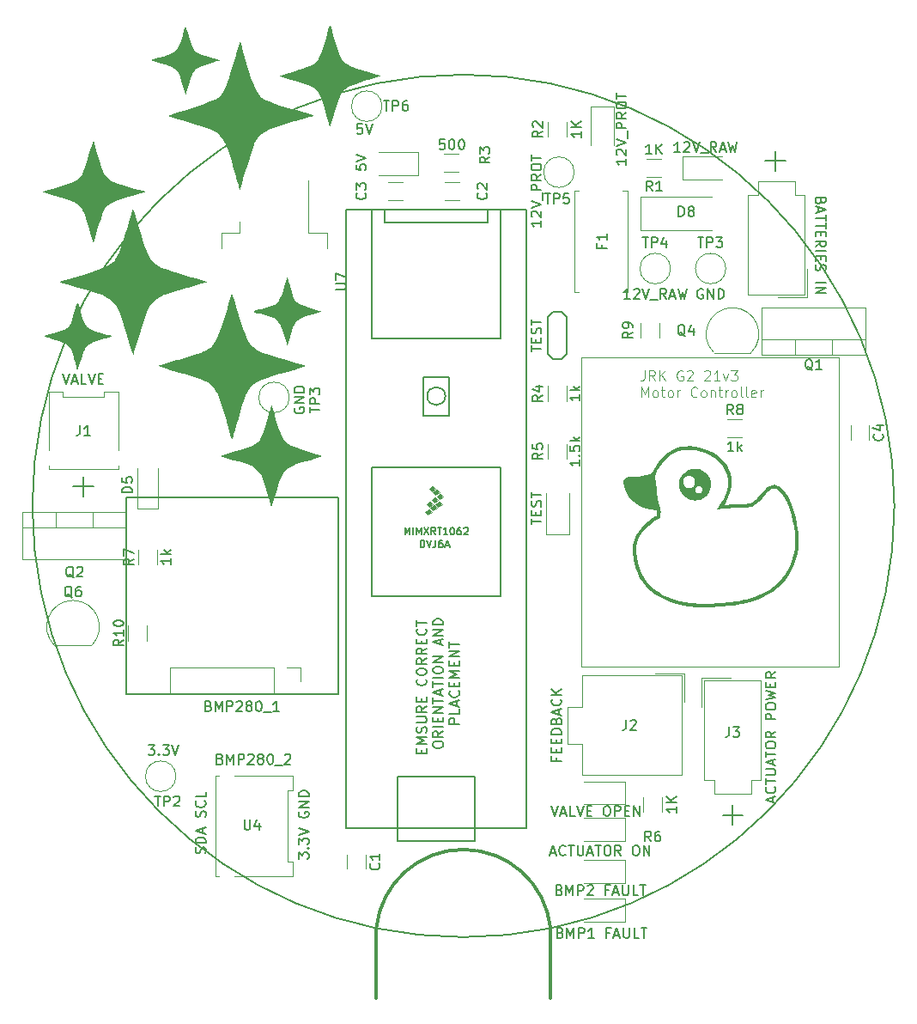
<source format=gbr>
%TF.GenerationSoftware,KiCad,Pcbnew,7.0.6*%
%TF.CreationDate,2024-04-16T16:57:35+10:00*%
%TF.ProjectId,Rocketry_Payload_Main_DDR_Spec_V2,526f636b-6574-4727-995f-5061796c6f61,rev?*%
%TF.SameCoordinates,Original*%
%TF.FileFunction,Legend,Top*%
%TF.FilePolarity,Positive*%
%FSLAX46Y46*%
G04 Gerber Fmt 4.6, Leading zero omitted, Abs format (unit mm)*
G04 Created by KiCad (PCBNEW 7.0.6) date 2024-04-16 16:57:35*
%MOMM*%
%LPD*%
G01*
G04 APERTURE LIST*
%ADD10C,0.150000*%
%ADD11C,0.300000*%
%ADD12C,0.200000*%
%ADD13C,0.100000*%
%ADD14C,0.120000*%
G04 APERTURE END LIST*
D10*
X114935000Y-92186000D02*
X135890000Y-92186000D01*
X135890000Y-111506000D01*
X114935000Y-111506000D01*
X114935000Y-92186000D01*
X110728000Y-90084400D02*
X110728000Y-92084400D01*
X179000000Y-58000000D02*
X179000000Y-60000000D01*
D11*
X156795887Y-134552625D02*
G75*
G03*
X139630000Y-134570000I-8582007J-933685D01*
G01*
D10*
X109728000Y-91084400D02*
X111728000Y-91084400D01*
D12*
X190714409Y-92986897D02*
G75*
G03*
X190714409Y-92986897I-42500000J0D01*
G01*
D10*
X174768000Y-122444000D02*
X174768000Y-124444000D01*
X173768000Y-123444000D02*
X175768000Y-123444000D01*
D11*
X139630000Y-134570000D02*
X139630000Y-141500000D01*
D10*
X178000000Y-59000000D02*
X180000000Y-59000000D01*
D11*
X156795881Y-134552626D02*
X156796000Y-141500000D01*
D10*
X183456990Y-62929047D02*
X183409371Y-63071904D01*
X183409371Y-63071904D02*
X183361752Y-63119523D01*
X183361752Y-63119523D02*
X183266514Y-63167142D01*
X183266514Y-63167142D02*
X183123657Y-63167142D01*
X183123657Y-63167142D02*
X183028419Y-63119523D01*
X183028419Y-63119523D02*
X182980800Y-63071904D01*
X182980800Y-63071904D02*
X182933180Y-62976666D01*
X182933180Y-62976666D02*
X182933180Y-62595714D01*
X182933180Y-62595714D02*
X183933180Y-62595714D01*
X183933180Y-62595714D02*
X183933180Y-62929047D01*
X183933180Y-62929047D02*
X183885561Y-63024285D01*
X183885561Y-63024285D02*
X183837942Y-63071904D01*
X183837942Y-63071904D02*
X183742704Y-63119523D01*
X183742704Y-63119523D02*
X183647466Y-63119523D01*
X183647466Y-63119523D02*
X183552228Y-63071904D01*
X183552228Y-63071904D02*
X183504609Y-63024285D01*
X183504609Y-63024285D02*
X183456990Y-62929047D01*
X183456990Y-62929047D02*
X183456990Y-62595714D01*
X183218895Y-63548095D02*
X183218895Y-64024285D01*
X182933180Y-63452857D02*
X183933180Y-63786190D01*
X183933180Y-63786190D02*
X182933180Y-64119523D01*
X183933180Y-64310000D02*
X183933180Y-64881428D01*
X182933180Y-64595714D02*
X183933180Y-64595714D01*
X183933180Y-65071905D02*
X183933180Y-65643333D01*
X182933180Y-65357619D02*
X183933180Y-65357619D01*
X183456990Y-65976667D02*
X183456990Y-66310000D01*
X182933180Y-66452857D02*
X182933180Y-65976667D01*
X182933180Y-65976667D02*
X183933180Y-65976667D01*
X183933180Y-65976667D02*
X183933180Y-66452857D01*
X182933180Y-67452857D02*
X183409371Y-67119524D01*
X182933180Y-66881429D02*
X183933180Y-66881429D01*
X183933180Y-66881429D02*
X183933180Y-67262381D01*
X183933180Y-67262381D02*
X183885561Y-67357619D01*
X183885561Y-67357619D02*
X183837942Y-67405238D01*
X183837942Y-67405238D02*
X183742704Y-67452857D01*
X183742704Y-67452857D02*
X183599847Y-67452857D01*
X183599847Y-67452857D02*
X183504609Y-67405238D01*
X183504609Y-67405238D02*
X183456990Y-67357619D01*
X183456990Y-67357619D02*
X183409371Y-67262381D01*
X183409371Y-67262381D02*
X183409371Y-66881429D01*
X182933180Y-67881429D02*
X183933180Y-67881429D01*
X183456990Y-68357619D02*
X183456990Y-68690952D01*
X182933180Y-68833809D02*
X182933180Y-68357619D01*
X182933180Y-68357619D02*
X183933180Y-68357619D01*
X183933180Y-68357619D02*
X183933180Y-68833809D01*
X182980800Y-69214762D02*
X182933180Y-69357619D01*
X182933180Y-69357619D02*
X182933180Y-69595714D01*
X182933180Y-69595714D02*
X182980800Y-69690952D01*
X182980800Y-69690952D02*
X183028419Y-69738571D01*
X183028419Y-69738571D02*
X183123657Y-69786190D01*
X183123657Y-69786190D02*
X183218895Y-69786190D01*
X183218895Y-69786190D02*
X183314133Y-69738571D01*
X183314133Y-69738571D02*
X183361752Y-69690952D01*
X183361752Y-69690952D02*
X183409371Y-69595714D01*
X183409371Y-69595714D02*
X183456990Y-69405238D01*
X183456990Y-69405238D02*
X183504609Y-69310000D01*
X183504609Y-69310000D02*
X183552228Y-69262381D01*
X183552228Y-69262381D02*
X183647466Y-69214762D01*
X183647466Y-69214762D02*
X183742704Y-69214762D01*
X183742704Y-69214762D02*
X183837942Y-69262381D01*
X183837942Y-69262381D02*
X183885561Y-69310000D01*
X183885561Y-69310000D02*
X183933180Y-69405238D01*
X183933180Y-69405238D02*
X183933180Y-69643333D01*
X183933180Y-69643333D02*
X183885561Y-69786190D01*
X182933180Y-70976667D02*
X183933180Y-70976667D01*
X182933180Y-71452857D02*
X183933180Y-71452857D01*
X183933180Y-71452857D02*
X182933180Y-72024285D01*
X182933180Y-72024285D02*
X183933180Y-72024285D01*
X117141810Y-116548819D02*
X117760857Y-116548819D01*
X117760857Y-116548819D02*
X117427524Y-116929771D01*
X117427524Y-116929771D02*
X117570381Y-116929771D01*
X117570381Y-116929771D02*
X117665619Y-116977390D01*
X117665619Y-116977390D02*
X117713238Y-117025009D01*
X117713238Y-117025009D02*
X117760857Y-117120247D01*
X117760857Y-117120247D02*
X117760857Y-117358342D01*
X117760857Y-117358342D02*
X117713238Y-117453580D01*
X117713238Y-117453580D02*
X117665619Y-117501200D01*
X117665619Y-117501200D02*
X117570381Y-117548819D01*
X117570381Y-117548819D02*
X117284667Y-117548819D01*
X117284667Y-117548819D02*
X117189429Y-117501200D01*
X117189429Y-117501200D02*
X117141810Y-117453580D01*
X118189429Y-117453580D02*
X118237048Y-117501200D01*
X118237048Y-117501200D02*
X118189429Y-117548819D01*
X118189429Y-117548819D02*
X118141810Y-117501200D01*
X118141810Y-117501200D02*
X118189429Y-117453580D01*
X118189429Y-117453580D02*
X118189429Y-117548819D01*
X118570381Y-116548819D02*
X119189428Y-116548819D01*
X119189428Y-116548819D02*
X118856095Y-116929771D01*
X118856095Y-116929771D02*
X118998952Y-116929771D01*
X118998952Y-116929771D02*
X119094190Y-116977390D01*
X119094190Y-116977390D02*
X119141809Y-117025009D01*
X119141809Y-117025009D02*
X119189428Y-117120247D01*
X119189428Y-117120247D02*
X119189428Y-117358342D01*
X119189428Y-117358342D02*
X119141809Y-117453580D01*
X119141809Y-117453580D02*
X119094190Y-117501200D01*
X119094190Y-117501200D02*
X118998952Y-117548819D01*
X118998952Y-117548819D02*
X118713238Y-117548819D01*
X118713238Y-117548819D02*
X118618000Y-117501200D01*
X118618000Y-117501200D02*
X118570381Y-117453580D01*
X119475143Y-116548819D02*
X119808476Y-117548819D01*
X119808476Y-117548819D02*
X120141809Y-116548819D01*
X122758200Y-127218839D02*
X122805819Y-127075982D01*
X122805819Y-127075982D02*
X122805819Y-126837887D01*
X122805819Y-126837887D02*
X122758200Y-126742649D01*
X122758200Y-126742649D02*
X122710580Y-126695030D01*
X122710580Y-126695030D02*
X122615342Y-126647411D01*
X122615342Y-126647411D02*
X122520104Y-126647411D01*
X122520104Y-126647411D02*
X122424866Y-126695030D01*
X122424866Y-126695030D02*
X122377247Y-126742649D01*
X122377247Y-126742649D02*
X122329628Y-126837887D01*
X122329628Y-126837887D02*
X122282009Y-127028363D01*
X122282009Y-127028363D02*
X122234390Y-127123601D01*
X122234390Y-127123601D02*
X122186771Y-127171220D01*
X122186771Y-127171220D02*
X122091533Y-127218839D01*
X122091533Y-127218839D02*
X121996295Y-127218839D01*
X121996295Y-127218839D02*
X121901057Y-127171220D01*
X121901057Y-127171220D02*
X121853438Y-127123601D01*
X121853438Y-127123601D02*
X121805819Y-127028363D01*
X121805819Y-127028363D02*
X121805819Y-126790268D01*
X121805819Y-126790268D02*
X121853438Y-126647411D01*
X122805819Y-126218839D02*
X121805819Y-126218839D01*
X121805819Y-126218839D02*
X121805819Y-125980744D01*
X121805819Y-125980744D02*
X121853438Y-125837887D01*
X121853438Y-125837887D02*
X121948676Y-125742649D01*
X121948676Y-125742649D02*
X122043914Y-125695030D01*
X122043914Y-125695030D02*
X122234390Y-125647411D01*
X122234390Y-125647411D02*
X122377247Y-125647411D01*
X122377247Y-125647411D02*
X122567723Y-125695030D01*
X122567723Y-125695030D02*
X122662961Y-125742649D01*
X122662961Y-125742649D02*
X122758200Y-125837887D01*
X122758200Y-125837887D02*
X122805819Y-125980744D01*
X122805819Y-125980744D02*
X122805819Y-126218839D01*
X122520104Y-125266458D02*
X122520104Y-124790268D01*
X122805819Y-125361696D02*
X121805819Y-125028363D01*
X121805819Y-125028363D02*
X122805819Y-124695030D01*
X122758200Y-123647410D02*
X122805819Y-123504553D01*
X122805819Y-123504553D02*
X122805819Y-123266458D01*
X122805819Y-123266458D02*
X122758200Y-123171220D01*
X122758200Y-123171220D02*
X122710580Y-123123601D01*
X122710580Y-123123601D02*
X122615342Y-123075982D01*
X122615342Y-123075982D02*
X122520104Y-123075982D01*
X122520104Y-123075982D02*
X122424866Y-123123601D01*
X122424866Y-123123601D02*
X122377247Y-123171220D01*
X122377247Y-123171220D02*
X122329628Y-123266458D01*
X122329628Y-123266458D02*
X122282009Y-123456934D01*
X122282009Y-123456934D02*
X122234390Y-123552172D01*
X122234390Y-123552172D02*
X122186771Y-123599791D01*
X122186771Y-123599791D02*
X122091533Y-123647410D01*
X122091533Y-123647410D02*
X121996295Y-123647410D01*
X121996295Y-123647410D02*
X121901057Y-123599791D01*
X121901057Y-123599791D02*
X121853438Y-123552172D01*
X121853438Y-123552172D02*
X121805819Y-123456934D01*
X121805819Y-123456934D02*
X121805819Y-123218839D01*
X121805819Y-123218839D02*
X121853438Y-123075982D01*
X122710580Y-122075982D02*
X122758200Y-122123601D01*
X122758200Y-122123601D02*
X122805819Y-122266458D01*
X122805819Y-122266458D02*
X122805819Y-122361696D01*
X122805819Y-122361696D02*
X122758200Y-122504553D01*
X122758200Y-122504553D02*
X122662961Y-122599791D01*
X122662961Y-122599791D02*
X122567723Y-122647410D01*
X122567723Y-122647410D02*
X122377247Y-122695029D01*
X122377247Y-122695029D02*
X122234390Y-122695029D01*
X122234390Y-122695029D02*
X122043914Y-122647410D01*
X122043914Y-122647410D02*
X121948676Y-122599791D01*
X121948676Y-122599791D02*
X121853438Y-122504553D01*
X121853438Y-122504553D02*
X121805819Y-122361696D01*
X121805819Y-122361696D02*
X121805819Y-122266458D01*
X121805819Y-122266458D02*
X121853438Y-122123601D01*
X121853438Y-122123601D02*
X121901057Y-122075982D01*
X122805819Y-121171220D02*
X122805819Y-121647410D01*
X122805819Y-121647410D02*
X121805819Y-121647410D01*
X144081009Y-117347142D02*
X144081009Y-117013809D01*
X144604819Y-116870952D02*
X144604819Y-117347142D01*
X144604819Y-117347142D02*
X143604819Y-117347142D01*
X143604819Y-117347142D02*
X143604819Y-116870952D01*
X144604819Y-116442380D02*
X143604819Y-116442380D01*
X143604819Y-116442380D02*
X144319104Y-116109047D01*
X144319104Y-116109047D02*
X143604819Y-115775714D01*
X143604819Y-115775714D02*
X144604819Y-115775714D01*
X144557200Y-115347142D02*
X144604819Y-115204285D01*
X144604819Y-115204285D02*
X144604819Y-114966190D01*
X144604819Y-114966190D02*
X144557200Y-114870952D01*
X144557200Y-114870952D02*
X144509580Y-114823333D01*
X144509580Y-114823333D02*
X144414342Y-114775714D01*
X144414342Y-114775714D02*
X144319104Y-114775714D01*
X144319104Y-114775714D02*
X144223866Y-114823333D01*
X144223866Y-114823333D02*
X144176247Y-114870952D01*
X144176247Y-114870952D02*
X144128628Y-114966190D01*
X144128628Y-114966190D02*
X144081009Y-115156666D01*
X144081009Y-115156666D02*
X144033390Y-115251904D01*
X144033390Y-115251904D02*
X143985771Y-115299523D01*
X143985771Y-115299523D02*
X143890533Y-115347142D01*
X143890533Y-115347142D02*
X143795295Y-115347142D01*
X143795295Y-115347142D02*
X143700057Y-115299523D01*
X143700057Y-115299523D02*
X143652438Y-115251904D01*
X143652438Y-115251904D02*
X143604819Y-115156666D01*
X143604819Y-115156666D02*
X143604819Y-114918571D01*
X143604819Y-114918571D02*
X143652438Y-114775714D01*
X143604819Y-114347142D02*
X144414342Y-114347142D01*
X144414342Y-114347142D02*
X144509580Y-114299523D01*
X144509580Y-114299523D02*
X144557200Y-114251904D01*
X144557200Y-114251904D02*
X144604819Y-114156666D01*
X144604819Y-114156666D02*
X144604819Y-113966190D01*
X144604819Y-113966190D02*
X144557200Y-113870952D01*
X144557200Y-113870952D02*
X144509580Y-113823333D01*
X144509580Y-113823333D02*
X144414342Y-113775714D01*
X144414342Y-113775714D02*
X143604819Y-113775714D01*
X144604819Y-112728095D02*
X144128628Y-113061428D01*
X144604819Y-113299523D02*
X143604819Y-113299523D01*
X143604819Y-113299523D02*
X143604819Y-112918571D01*
X143604819Y-112918571D02*
X143652438Y-112823333D01*
X143652438Y-112823333D02*
X143700057Y-112775714D01*
X143700057Y-112775714D02*
X143795295Y-112728095D01*
X143795295Y-112728095D02*
X143938152Y-112728095D01*
X143938152Y-112728095D02*
X144033390Y-112775714D01*
X144033390Y-112775714D02*
X144081009Y-112823333D01*
X144081009Y-112823333D02*
X144128628Y-112918571D01*
X144128628Y-112918571D02*
X144128628Y-113299523D01*
X144081009Y-112299523D02*
X144081009Y-111966190D01*
X144604819Y-111823333D02*
X144604819Y-112299523D01*
X144604819Y-112299523D02*
X143604819Y-112299523D01*
X143604819Y-112299523D02*
X143604819Y-111823333D01*
X144509580Y-110061428D02*
X144557200Y-110109047D01*
X144557200Y-110109047D02*
X144604819Y-110251904D01*
X144604819Y-110251904D02*
X144604819Y-110347142D01*
X144604819Y-110347142D02*
X144557200Y-110489999D01*
X144557200Y-110489999D02*
X144461961Y-110585237D01*
X144461961Y-110585237D02*
X144366723Y-110632856D01*
X144366723Y-110632856D02*
X144176247Y-110680475D01*
X144176247Y-110680475D02*
X144033390Y-110680475D01*
X144033390Y-110680475D02*
X143842914Y-110632856D01*
X143842914Y-110632856D02*
X143747676Y-110585237D01*
X143747676Y-110585237D02*
X143652438Y-110489999D01*
X143652438Y-110489999D02*
X143604819Y-110347142D01*
X143604819Y-110347142D02*
X143604819Y-110251904D01*
X143604819Y-110251904D02*
X143652438Y-110109047D01*
X143652438Y-110109047D02*
X143700057Y-110061428D01*
X143604819Y-109442380D02*
X143604819Y-109251904D01*
X143604819Y-109251904D02*
X143652438Y-109156666D01*
X143652438Y-109156666D02*
X143747676Y-109061428D01*
X143747676Y-109061428D02*
X143938152Y-109013809D01*
X143938152Y-109013809D02*
X144271485Y-109013809D01*
X144271485Y-109013809D02*
X144461961Y-109061428D01*
X144461961Y-109061428D02*
X144557200Y-109156666D01*
X144557200Y-109156666D02*
X144604819Y-109251904D01*
X144604819Y-109251904D02*
X144604819Y-109442380D01*
X144604819Y-109442380D02*
X144557200Y-109537618D01*
X144557200Y-109537618D02*
X144461961Y-109632856D01*
X144461961Y-109632856D02*
X144271485Y-109680475D01*
X144271485Y-109680475D02*
X143938152Y-109680475D01*
X143938152Y-109680475D02*
X143747676Y-109632856D01*
X143747676Y-109632856D02*
X143652438Y-109537618D01*
X143652438Y-109537618D02*
X143604819Y-109442380D01*
X144604819Y-108013809D02*
X144128628Y-108347142D01*
X144604819Y-108585237D02*
X143604819Y-108585237D01*
X143604819Y-108585237D02*
X143604819Y-108204285D01*
X143604819Y-108204285D02*
X143652438Y-108109047D01*
X143652438Y-108109047D02*
X143700057Y-108061428D01*
X143700057Y-108061428D02*
X143795295Y-108013809D01*
X143795295Y-108013809D02*
X143938152Y-108013809D01*
X143938152Y-108013809D02*
X144033390Y-108061428D01*
X144033390Y-108061428D02*
X144081009Y-108109047D01*
X144081009Y-108109047D02*
X144128628Y-108204285D01*
X144128628Y-108204285D02*
X144128628Y-108585237D01*
X144604819Y-107013809D02*
X144128628Y-107347142D01*
X144604819Y-107585237D02*
X143604819Y-107585237D01*
X143604819Y-107585237D02*
X143604819Y-107204285D01*
X143604819Y-107204285D02*
X143652438Y-107109047D01*
X143652438Y-107109047D02*
X143700057Y-107061428D01*
X143700057Y-107061428D02*
X143795295Y-107013809D01*
X143795295Y-107013809D02*
X143938152Y-107013809D01*
X143938152Y-107013809D02*
X144033390Y-107061428D01*
X144033390Y-107061428D02*
X144081009Y-107109047D01*
X144081009Y-107109047D02*
X144128628Y-107204285D01*
X144128628Y-107204285D02*
X144128628Y-107585237D01*
X144081009Y-106585237D02*
X144081009Y-106251904D01*
X144604819Y-106109047D02*
X144604819Y-106585237D01*
X144604819Y-106585237D02*
X143604819Y-106585237D01*
X143604819Y-106585237D02*
X143604819Y-106109047D01*
X144509580Y-105109047D02*
X144557200Y-105156666D01*
X144557200Y-105156666D02*
X144604819Y-105299523D01*
X144604819Y-105299523D02*
X144604819Y-105394761D01*
X144604819Y-105394761D02*
X144557200Y-105537618D01*
X144557200Y-105537618D02*
X144461961Y-105632856D01*
X144461961Y-105632856D02*
X144366723Y-105680475D01*
X144366723Y-105680475D02*
X144176247Y-105728094D01*
X144176247Y-105728094D02*
X144033390Y-105728094D01*
X144033390Y-105728094D02*
X143842914Y-105680475D01*
X143842914Y-105680475D02*
X143747676Y-105632856D01*
X143747676Y-105632856D02*
X143652438Y-105537618D01*
X143652438Y-105537618D02*
X143604819Y-105394761D01*
X143604819Y-105394761D02*
X143604819Y-105299523D01*
X143604819Y-105299523D02*
X143652438Y-105156666D01*
X143652438Y-105156666D02*
X143700057Y-105109047D01*
X143604819Y-104823332D02*
X143604819Y-104251904D01*
X144604819Y-104537618D02*
X143604819Y-104537618D01*
X145214819Y-116609047D02*
X145214819Y-116418571D01*
X145214819Y-116418571D02*
X145262438Y-116323333D01*
X145262438Y-116323333D02*
X145357676Y-116228095D01*
X145357676Y-116228095D02*
X145548152Y-116180476D01*
X145548152Y-116180476D02*
X145881485Y-116180476D01*
X145881485Y-116180476D02*
X146071961Y-116228095D01*
X146071961Y-116228095D02*
X146167200Y-116323333D01*
X146167200Y-116323333D02*
X146214819Y-116418571D01*
X146214819Y-116418571D02*
X146214819Y-116609047D01*
X146214819Y-116609047D02*
X146167200Y-116704285D01*
X146167200Y-116704285D02*
X146071961Y-116799523D01*
X146071961Y-116799523D02*
X145881485Y-116847142D01*
X145881485Y-116847142D02*
X145548152Y-116847142D01*
X145548152Y-116847142D02*
X145357676Y-116799523D01*
X145357676Y-116799523D02*
X145262438Y-116704285D01*
X145262438Y-116704285D02*
X145214819Y-116609047D01*
X146214819Y-115180476D02*
X145738628Y-115513809D01*
X146214819Y-115751904D02*
X145214819Y-115751904D01*
X145214819Y-115751904D02*
X145214819Y-115370952D01*
X145214819Y-115370952D02*
X145262438Y-115275714D01*
X145262438Y-115275714D02*
X145310057Y-115228095D01*
X145310057Y-115228095D02*
X145405295Y-115180476D01*
X145405295Y-115180476D02*
X145548152Y-115180476D01*
X145548152Y-115180476D02*
X145643390Y-115228095D01*
X145643390Y-115228095D02*
X145691009Y-115275714D01*
X145691009Y-115275714D02*
X145738628Y-115370952D01*
X145738628Y-115370952D02*
X145738628Y-115751904D01*
X146214819Y-114751904D02*
X145214819Y-114751904D01*
X145691009Y-114275714D02*
X145691009Y-113942381D01*
X146214819Y-113799524D02*
X146214819Y-114275714D01*
X146214819Y-114275714D02*
X145214819Y-114275714D01*
X145214819Y-114275714D02*
X145214819Y-113799524D01*
X146214819Y-113370952D02*
X145214819Y-113370952D01*
X145214819Y-113370952D02*
X146214819Y-112799524D01*
X146214819Y-112799524D02*
X145214819Y-112799524D01*
X145214819Y-112466190D02*
X145214819Y-111894762D01*
X146214819Y-112180476D02*
X145214819Y-112180476D01*
X145929104Y-111609047D02*
X145929104Y-111132857D01*
X146214819Y-111704285D02*
X145214819Y-111370952D01*
X145214819Y-111370952D02*
X146214819Y-111037619D01*
X145214819Y-110847142D02*
X145214819Y-110275714D01*
X146214819Y-110561428D02*
X145214819Y-110561428D01*
X146214819Y-109942380D02*
X145214819Y-109942380D01*
X145214819Y-109275714D02*
X145214819Y-109085238D01*
X145214819Y-109085238D02*
X145262438Y-108990000D01*
X145262438Y-108990000D02*
X145357676Y-108894762D01*
X145357676Y-108894762D02*
X145548152Y-108847143D01*
X145548152Y-108847143D02*
X145881485Y-108847143D01*
X145881485Y-108847143D02*
X146071961Y-108894762D01*
X146071961Y-108894762D02*
X146167200Y-108990000D01*
X146167200Y-108990000D02*
X146214819Y-109085238D01*
X146214819Y-109085238D02*
X146214819Y-109275714D01*
X146214819Y-109275714D02*
X146167200Y-109370952D01*
X146167200Y-109370952D02*
X146071961Y-109466190D01*
X146071961Y-109466190D02*
X145881485Y-109513809D01*
X145881485Y-109513809D02*
X145548152Y-109513809D01*
X145548152Y-109513809D02*
X145357676Y-109466190D01*
X145357676Y-109466190D02*
X145262438Y-109370952D01*
X145262438Y-109370952D02*
X145214819Y-109275714D01*
X146214819Y-108418571D02*
X145214819Y-108418571D01*
X145214819Y-108418571D02*
X146214819Y-107847143D01*
X146214819Y-107847143D02*
X145214819Y-107847143D01*
X145929104Y-106656666D02*
X145929104Y-106180476D01*
X146214819Y-106751904D02*
X145214819Y-106418571D01*
X145214819Y-106418571D02*
X146214819Y-106085238D01*
X146214819Y-105751904D02*
X145214819Y-105751904D01*
X145214819Y-105751904D02*
X146214819Y-105180476D01*
X146214819Y-105180476D02*
X145214819Y-105180476D01*
X146214819Y-104704285D02*
X145214819Y-104704285D01*
X145214819Y-104704285D02*
X145214819Y-104466190D01*
X145214819Y-104466190D02*
X145262438Y-104323333D01*
X145262438Y-104323333D02*
X145357676Y-104228095D01*
X145357676Y-104228095D02*
X145452914Y-104180476D01*
X145452914Y-104180476D02*
X145643390Y-104132857D01*
X145643390Y-104132857D02*
X145786247Y-104132857D01*
X145786247Y-104132857D02*
X145976723Y-104180476D01*
X145976723Y-104180476D02*
X146071961Y-104228095D01*
X146071961Y-104228095D02*
X146167200Y-104323333D01*
X146167200Y-104323333D02*
X146214819Y-104466190D01*
X146214819Y-104466190D02*
X146214819Y-104704285D01*
X147824819Y-114466190D02*
X146824819Y-114466190D01*
X146824819Y-114466190D02*
X146824819Y-114085238D01*
X146824819Y-114085238D02*
X146872438Y-113990000D01*
X146872438Y-113990000D02*
X146920057Y-113942381D01*
X146920057Y-113942381D02*
X147015295Y-113894762D01*
X147015295Y-113894762D02*
X147158152Y-113894762D01*
X147158152Y-113894762D02*
X147253390Y-113942381D01*
X147253390Y-113942381D02*
X147301009Y-113990000D01*
X147301009Y-113990000D02*
X147348628Y-114085238D01*
X147348628Y-114085238D02*
X147348628Y-114466190D01*
X147824819Y-112990000D02*
X147824819Y-113466190D01*
X147824819Y-113466190D02*
X146824819Y-113466190D01*
X147539104Y-112704285D02*
X147539104Y-112228095D01*
X147824819Y-112799523D02*
X146824819Y-112466190D01*
X146824819Y-112466190D02*
X147824819Y-112132857D01*
X147729580Y-111228095D02*
X147777200Y-111275714D01*
X147777200Y-111275714D02*
X147824819Y-111418571D01*
X147824819Y-111418571D02*
X147824819Y-111513809D01*
X147824819Y-111513809D02*
X147777200Y-111656666D01*
X147777200Y-111656666D02*
X147681961Y-111751904D01*
X147681961Y-111751904D02*
X147586723Y-111799523D01*
X147586723Y-111799523D02*
X147396247Y-111847142D01*
X147396247Y-111847142D02*
X147253390Y-111847142D01*
X147253390Y-111847142D02*
X147062914Y-111799523D01*
X147062914Y-111799523D02*
X146967676Y-111751904D01*
X146967676Y-111751904D02*
X146872438Y-111656666D01*
X146872438Y-111656666D02*
X146824819Y-111513809D01*
X146824819Y-111513809D02*
X146824819Y-111418571D01*
X146824819Y-111418571D02*
X146872438Y-111275714D01*
X146872438Y-111275714D02*
X146920057Y-111228095D01*
X147301009Y-110799523D02*
X147301009Y-110466190D01*
X147824819Y-110323333D02*
X147824819Y-110799523D01*
X147824819Y-110799523D02*
X146824819Y-110799523D01*
X146824819Y-110799523D02*
X146824819Y-110323333D01*
X147824819Y-109894761D02*
X146824819Y-109894761D01*
X146824819Y-109894761D02*
X147539104Y-109561428D01*
X147539104Y-109561428D02*
X146824819Y-109228095D01*
X146824819Y-109228095D02*
X147824819Y-109228095D01*
X147301009Y-108751904D02*
X147301009Y-108418571D01*
X147824819Y-108275714D02*
X147824819Y-108751904D01*
X147824819Y-108751904D02*
X146824819Y-108751904D01*
X146824819Y-108751904D02*
X146824819Y-108275714D01*
X147824819Y-107847142D02*
X146824819Y-107847142D01*
X146824819Y-107847142D02*
X147824819Y-107275714D01*
X147824819Y-107275714D02*
X146824819Y-107275714D01*
X146824819Y-106942380D02*
X146824819Y-106370952D01*
X147824819Y-106656666D02*
X146824819Y-106656666D01*
X131965819Y-127774458D02*
X131965819Y-127155411D01*
X131965819Y-127155411D02*
X132346771Y-127488744D01*
X132346771Y-127488744D02*
X132346771Y-127345887D01*
X132346771Y-127345887D02*
X132394390Y-127250649D01*
X132394390Y-127250649D02*
X132442009Y-127203030D01*
X132442009Y-127203030D02*
X132537247Y-127155411D01*
X132537247Y-127155411D02*
X132775342Y-127155411D01*
X132775342Y-127155411D02*
X132870580Y-127203030D01*
X132870580Y-127203030D02*
X132918200Y-127250649D01*
X132918200Y-127250649D02*
X132965819Y-127345887D01*
X132965819Y-127345887D02*
X132965819Y-127631601D01*
X132965819Y-127631601D02*
X132918200Y-127726839D01*
X132918200Y-127726839D02*
X132870580Y-127774458D01*
X132870580Y-126726839D02*
X132918200Y-126679220D01*
X132918200Y-126679220D02*
X132965819Y-126726839D01*
X132965819Y-126726839D02*
X132918200Y-126774458D01*
X132918200Y-126774458D02*
X132870580Y-126726839D01*
X132870580Y-126726839D02*
X132965819Y-126726839D01*
X131965819Y-126345887D02*
X131965819Y-125726840D01*
X131965819Y-125726840D02*
X132346771Y-126060173D01*
X132346771Y-126060173D02*
X132346771Y-125917316D01*
X132346771Y-125917316D02*
X132394390Y-125822078D01*
X132394390Y-125822078D02*
X132442009Y-125774459D01*
X132442009Y-125774459D02*
X132537247Y-125726840D01*
X132537247Y-125726840D02*
X132775342Y-125726840D01*
X132775342Y-125726840D02*
X132870580Y-125774459D01*
X132870580Y-125774459D02*
X132918200Y-125822078D01*
X132918200Y-125822078D02*
X132965819Y-125917316D01*
X132965819Y-125917316D02*
X132965819Y-126203030D01*
X132965819Y-126203030D02*
X132918200Y-126298268D01*
X132918200Y-126298268D02*
X132870580Y-126345887D01*
X131965819Y-125441125D02*
X132965819Y-125107792D01*
X132965819Y-125107792D02*
X131965819Y-124774459D01*
X132013438Y-123155411D02*
X131965819Y-123250649D01*
X131965819Y-123250649D02*
X131965819Y-123393506D01*
X131965819Y-123393506D02*
X132013438Y-123536363D01*
X132013438Y-123536363D02*
X132108676Y-123631601D01*
X132108676Y-123631601D02*
X132203914Y-123679220D01*
X132203914Y-123679220D02*
X132394390Y-123726839D01*
X132394390Y-123726839D02*
X132537247Y-123726839D01*
X132537247Y-123726839D02*
X132727723Y-123679220D01*
X132727723Y-123679220D02*
X132822961Y-123631601D01*
X132822961Y-123631601D02*
X132918200Y-123536363D01*
X132918200Y-123536363D02*
X132965819Y-123393506D01*
X132965819Y-123393506D02*
X132965819Y-123298268D01*
X132965819Y-123298268D02*
X132918200Y-123155411D01*
X132918200Y-123155411D02*
X132870580Y-123107792D01*
X132870580Y-123107792D02*
X132537247Y-123107792D01*
X132537247Y-123107792D02*
X132537247Y-123298268D01*
X132965819Y-122679220D02*
X131965819Y-122679220D01*
X131965819Y-122679220D02*
X132965819Y-122107792D01*
X132965819Y-122107792D02*
X131965819Y-122107792D01*
X132965819Y-121631601D02*
X131965819Y-121631601D01*
X131965819Y-121631601D02*
X131965819Y-121393506D01*
X131965819Y-121393506D02*
X132013438Y-121250649D01*
X132013438Y-121250649D02*
X132108676Y-121155411D01*
X132108676Y-121155411D02*
X132203914Y-121107792D01*
X132203914Y-121107792D02*
X132394390Y-121060173D01*
X132394390Y-121060173D02*
X132537247Y-121060173D01*
X132537247Y-121060173D02*
X132727723Y-121107792D01*
X132727723Y-121107792D02*
X132822961Y-121155411D01*
X132822961Y-121155411D02*
X132918200Y-121250649D01*
X132918200Y-121250649D02*
X132965819Y-121393506D01*
X132965819Y-121393506D02*
X132965819Y-121631601D01*
X171331095Y-66510819D02*
X171902523Y-66510819D01*
X171616809Y-67510819D02*
X171616809Y-66510819D01*
X172235857Y-67510819D02*
X172235857Y-66510819D01*
X172235857Y-66510819D02*
X172616809Y-66510819D01*
X172616809Y-66510819D02*
X172712047Y-66558438D01*
X172712047Y-66558438D02*
X172759666Y-66606057D01*
X172759666Y-66606057D02*
X172807285Y-66701295D01*
X172807285Y-66701295D02*
X172807285Y-66844152D01*
X172807285Y-66844152D02*
X172759666Y-66939390D01*
X172759666Y-66939390D02*
X172712047Y-66987009D01*
X172712047Y-66987009D02*
X172616809Y-67034628D01*
X172616809Y-67034628D02*
X172235857Y-67034628D01*
X173140619Y-66510819D02*
X173759666Y-66510819D01*
X173759666Y-66510819D02*
X173426333Y-66891771D01*
X173426333Y-66891771D02*
X173569190Y-66891771D01*
X173569190Y-66891771D02*
X173664428Y-66939390D01*
X173664428Y-66939390D02*
X173712047Y-66987009D01*
X173712047Y-66987009D02*
X173759666Y-67082247D01*
X173759666Y-67082247D02*
X173759666Y-67320342D01*
X173759666Y-67320342D02*
X173712047Y-67415580D01*
X173712047Y-67415580D02*
X173664428Y-67463200D01*
X173664428Y-67463200D02*
X173569190Y-67510819D01*
X173569190Y-67510819D02*
X173283476Y-67510819D01*
X173283476Y-67510819D02*
X173188238Y-67463200D01*
X173188238Y-67463200D02*
X173140619Y-67415580D01*
X171831095Y-71638438D02*
X171735857Y-71590819D01*
X171735857Y-71590819D02*
X171593000Y-71590819D01*
X171593000Y-71590819D02*
X171450143Y-71638438D01*
X171450143Y-71638438D02*
X171354905Y-71733676D01*
X171354905Y-71733676D02*
X171307286Y-71828914D01*
X171307286Y-71828914D02*
X171259667Y-72019390D01*
X171259667Y-72019390D02*
X171259667Y-72162247D01*
X171259667Y-72162247D02*
X171307286Y-72352723D01*
X171307286Y-72352723D02*
X171354905Y-72447961D01*
X171354905Y-72447961D02*
X171450143Y-72543200D01*
X171450143Y-72543200D02*
X171593000Y-72590819D01*
X171593000Y-72590819D02*
X171688238Y-72590819D01*
X171688238Y-72590819D02*
X171831095Y-72543200D01*
X171831095Y-72543200D02*
X171878714Y-72495580D01*
X171878714Y-72495580D02*
X171878714Y-72162247D01*
X171878714Y-72162247D02*
X171688238Y-72162247D01*
X172307286Y-72590819D02*
X172307286Y-71590819D01*
X172307286Y-71590819D02*
X172878714Y-72590819D01*
X172878714Y-72590819D02*
X172878714Y-71590819D01*
X173354905Y-72590819D02*
X173354905Y-71590819D01*
X173354905Y-71590819D02*
X173593000Y-71590819D01*
X173593000Y-71590819D02*
X173735857Y-71638438D01*
X173735857Y-71638438D02*
X173831095Y-71733676D01*
X173831095Y-71733676D02*
X173878714Y-71828914D01*
X173878714Y-71828914D02*
X173926333Y-72019390D01*
X173926333Y-72019390D02*
X173926333Y-72162247D01*
X173926333Y-72162247D02*
X173878714Y-72352723D01*
X173878714Y-72352723D02*
X173831095Y-72447961D01*
X173831095Y-72447961D02*
X173735857Y-72543200D01*
X173735857Y-72543200D02*
X173593000Y-72590819D01*
X173593000Y-72590819D02*
X173354905Y-72590819D01*
X114712819Y-106179857D02*
X114236628Y-106513190D01*
X114712819Y-106751285D02*
X113712819Y-106751285D01*
X113712819Y-106751285D02*
X113712819Y-106370333D01*
X113712819Y-106370333D02*
X113760438Y-106275095D01*
X113760438Y-106275095D02*
X113808057Y-106227476D01*
X113808057Y-106227476D02*
X113903295Y-106179857D01*
X113903295Y-106179857D02*
X114046152Y-106179857D01*
X114046152Y-106179857D02*
X114141390Y-106227476D01*
X114141390Y-106227476D02*
X114189009Y-106275095D01*
X114189009Y-106275095D02*
X114236628Y-106370333D01*
X114236628Y-106370333D02*
X114236628Y-106751285D01*
X114712819Y-105227476D02*
X114712819Y-105798904D01*
X114712819Y-105513190D02*
X113712819Y-105513190D01*
X113712819Y-105513190D02*
X113855676Y-105608428D01*
X113855676Y-105608428D02*
X113950914Y-105703666D01*
X113950914Y-105703666D02*
X113998533Y-105798904D01*
X113712819Y-104608428D02*
X113712819Y-104513190D01*
X113712819Y-104513190D02*
X113760438Y-104417952D01*
X113760438Y-104417952D02*
X113808057Y-104370333D01*
X113808057Y-104370333D02*
X113903295Y-104322714D01*
X113903295Y-104322714D02*
X114093771Y-104275095D01*
X114093771Y-104275095D02*
X114331866Y-104275095D01*
X114331866Y-104275095D02*
X114522342Y-104322714D01*
X114522342Y-104322714D02*
X114617580Y-104370333D01*
X114617580Y-104370333D02*
X114665200Y-104417952D01*
X114665200Y-104417952D02*
X114712819Y-104513190D01*
X114712819Y-104513190D02*
X114712819Y-104608428D01*
X114712819Y-104608428D02*
X114665200Y-104703666D01*
X114665200Y-104703666D02*
X114617580Y-104751285D01*
X114617580Y-104751285D02*
X114522342Y-104798904D01*
X114522342Y-104798904D02*
X114331866Y-104846523D01*
X114331866Y-104846523D02*
X114093771Y-104846523D01*
X114093771Y-104846523D02*
X113903295Y-104798904D01*
X113903295Y-104798904D02*
X113808057Y-104751285D01*
X113808057Y-104751285D02*
X113760438Y-104703666D01*
X113760438Y-104703666D02*
X113712819Y-104608428D01*
X164919819Y-75858666D02*
X164443628Y-76191999D01*
X164919819Y-76430094D02*
X163919819Y-76430094D01*
X163919819Y-76430094D02*
X163919819Y-76049142D01*
X163919819Y-76049142D02*
X163967438Y-75953904D01*
X163967438Y-75953904D02*
X164015057Y-75906285D01*
X164015057Y-75906285D02*
X164110295Y-75858666D01*
X164110295Y-75858666D02*
X164253152Y-75858666D01*
X164253152Y-75858666D02*
X164348390Y-75906285D01*
X164348390Y-75906285D02*
X164396009Y-75953904D01*
X164396009Y-75953904D02*
X164443628Y-76049142D01*
X164443628Y-76049142D02*
X164443628Y-76430094D01*
X164919819Y-75382475D02*
X164919819Y-75191999D01*
X164919819Y-75191999D02*
X164872200Y-75096761D01*
X164872200Y-75096761D02*
X164824580Y-75049142D01*
X164824580Y-75049142D02*
X164681723Y-74953904D01*
X164681723Y-74953904D02*
X164491247Y-74906285D01*
X164491247Y-74906285D02*
X164110295Y-74906285D01*
X164110295Y-74906285D02*
X164015057Y-74953904D01*
X164015057Y-74953904D02*
X163967438Y-75001523D01*
X163967438Y-75001523D02*
X163919819Y-75096761D01*
X163919819Y-75096761D02*
X163919819Y-75287237D01*
X163919819Y-75287237D02*
X163967438Y-75382475D01*
X163967438Y-75382475D02*
X164015057Y-75430094D01*
X164015057Y-75430094D02*
X164110295Y-75477713D01*
X164110295Y-75477713D02*
X164348390Y-75477713D01*
X164348390Y-75477713D02*
X164443628Y-75430094D01*
X164443628Y-75430094D02*
X164491247Y-75382475D01*
X164491247Y-75382475D02*
X164538866Y-75287237D01*
X164538866Y-75287237D02*
X164538866Y-75096761D01*
X164538866Y-75096761D02*
X164491247Y-75001523D01*
X164491247Y-75001523D02*
X164443628Y-74953904D01*
X164443628Y-74953904D02*
X164348390Y-74906285D01*
X157774190Y-135059009D02*
X157917047Y-135106628D01*
X157917047Y-135106628D02*
X157964666Y-135154247D01*
X157964666Y-135154247D02*
X158012285Y-135249485D01*
X158012285Y-135249485D02*
X158012285Y-135392342D01*
X158012285Y-135392342D02*
X157964666Y-135487580D01*
X157964666Y-135487580D02*
X157917047Y-135535200D01*
X157917047Y-135535200D02*
X157821809Y-135582819D01*
X157821809Y-135582819D02*
X157440857Y-135582819D01*
X157440857Y-135582819D02*
X157440857Y-134582819D01*
X157440857Y-134582819D02*
X157774190Y-134582819D01*
X157774190Y-134582819D02*
X157869428Y-134630438D01*
X157869428Y-134630438D02*
X157917047Y-134678057D01*
X157917047Y-134678057D02*
X157964666Y-134773295D01*
X157964666Y-134773295D02*
X157964666Y-134868533D01*
X157964666Y-134868533D02*
X157917047Y-134963771D01*
X157917047Y-134963771D02*
X157869428Y-135011390D01*
X157869428Y-135011390D02*
X157774190Y-135059009D01*
X157774190Y-135059009D02*
X157440857Y-135059009D01*
X158440857Y-135582819D02*
X158440857Y-134582819D01*
X158440857Y-134582819D02*
X158774190Y-135297104D01*
X158774190Y-135297104D02*
X159107523Y-134582819D01*
X159107523Y-134582819D02*
X159107523Y-135582819D01*
X159583714Y-135582819D02*
X159583714Y-134582819D01*
X159583714Y-134582819D02*
X159964666Y-134582819D01*
X159964666Y-134582819D02*
X160059904Y-134630438D01*
X160059904Y-134630438D02*
X160107523Y-134678057D01*
X160107523Y-134678057D02*
X160155142Y-134773295D01*
X160155142Y-134773295D02*
X160155142Y-134916152D01*
X160155142Y-134916152D02*
X160107523Y-135011390D01*
X160107523Y-135011390D02*
X160059904Y-135059009D01*
X160059904Y-135059009D02*
X159964666Y-135106628D01*
X159964666Y-135106628D02*
X159583714Y-135106628D01*
X161107523Y-135582819D02*
X160536095Y-135582819D01*
X160821809Y-135582819D02*
X160821809Y-134582819D01*
X160821809Y-134582819D02*
X160726571Y-134725676D01*
X160726571Y-134725676D02*
X160631333Y-134820914D01*
X160631333Y-134820914D02*
X160536095Y-134868533D01*
X162631333Y-135059009D02*
X162298000Y-135059009D01*
X162298000Y-135582819D02*
X162298000Y-134582819D01*
X162298000Y-134582819D02*
X162774190Y-134582819D01*
X163107524Y-135297104D02*
X163583714Y-135297104D01*
X163012286Y-135582819D02*
X163345619Y-134582819D01*
X163345619Y-134582819D02*
X163678952Y-135582819D01*
X164012286Y-134582819D02*
X164012286Y-135392342D01*
X164012286Y-135392342D02*
X164059905Y-135487580D01*
X164059905Y-135487580D02*
X164107524Y-135535200D01*
X164107524Y-135535200D02*
X164202762Y-135582819D01*
X164202762Y-135582819D02*
X164393238Y-135582819D01*
X164393238Y-135582819D02*
X164488476Y-135535200D01*
X164488476Y-135535200D02*
X164536095Y-135487580D01*
X164536095Y-135487580D02*
X164583714Y-135392342D01*
X164583714Y-135392342D02*
X164583714Y-134582819D01*
X165536095Y-135582819D02*
X165059905Y-135582819D01*
X165059905Y-135582819D02*
X165059905Y-134582819D01*
X165726572Y-134582819D02*
X166298000Y-134582819D01*
X166012286Y-135582819D02*
X166012286Y-134582819D01*
X165870095Y-66510819D02*
X166441523Y-66510819D01*
X166155809Y-67510819D02*
X166155809Y-66510819D01*
X166774857Y-67510819D02*
X166774857Y-66510819D01*
X166774857Y-66510819D02*
X167155809Y-66510819D01*
X167155809Y-66510819D02*
X167251047Y-66558438D01*
X167251047Y-66558438D02*
X167298666Y-66606057D01*
X167298666Y-66606057D02*
X167346285Y-66701295D01*
X167346285Y-66701295D02*
X167346285Y-66844152D01*
X167346285Y-66844152D02*
X167298666Y-66939390D01*
X167298666Y-66939390D02*
X167251047Y-66987009D01*
X167251047Y-66987009D02*
X167155809Y-67034628D01*
X167155809Y-67034628D02*
X166774857Y-67034628D01*
X168203428Y-66844152D02*
X168203428Y-67510819D01*
X167965333Y-66463200D02*
X167727238Y-67177485D01*
X167727238Y-67177485D02*
X168346285Y-67177485D01*
X164631999Y-72590819D02*
X164060571Y-72590819D01*
X164346285Y-72590819D02*
X164346285Y-71590819D01*
X164346285Y-71590819D02*
X164251047Y-71733676D01*
X164251047Y-71733676D02*
X164155809Y-71828914D01*
X164155809Y-71828914D02*
X164060571Y-71876533D01*
X165012952Y-71686057D02*
X165060571Y-71638438D01*
X165060571Y-71638438D02*
X165155809Y-71590819D01*
X165155809Y-71590819D02*
X165393904Y-71590819D01*
X165393904Y-71590819D02*
X165489142Y-71638438D01*
X165489142Y-71638438D02*
X165536761Y-71686057D01*
X165536761Y-71686057D02*
X165584380Y-71781295D01*
X165584380Y-71781295D02*
X165584380Y-71876533D01*
X165584380Y-71876533D02*
X165536761Y-72019390D01*
X165536761Y-72019390D02*
X164965333Y-72590819D01*
X164965333Y-72590819D02*
X165584380Y-72590819D01*
X165870095Y-71590819D02*
X166203428Y-72590819D01*
X166203428Y-72590819D02*
X166536761Y-71590819D01*
X166632000Y-72686057D02*
X167393904Y-72686057D01*
X168203428Y-72590819D02*
X167870095Y-72114628D01*
X167632000Y-72590819D02*
X167632000Y-71590819D01*
X167632000Y-71590819D02*
X168012952Y-71590819D01*
X168012952Y-71590819D02*
X168108190Y-71638438D01*
X168108190Y-71638438D02*
X168155809Y-71686057D01*
X168155809Y-71686057D02*
X168203428Y-71781295D01*
X168203428Y-71781295D02*
X168203428Y-71924152D01*
X168203428Y-71924152D02*
X168155809Y-72019390D01*
X168155809Y-72019390D02*
X168108190Y-72067009D01*
X168108190Y-72067009D02*
X168012952Y-72114628D01*
X168012952Y-72114628D02*
X167632000Y-72114628D01*
X168584381Y-72305104D02*
X169060571Y-72305104D01*
X168489143Y-72590819D02*
X168822476Y-71590819D01*
X168822476Y-71590819D02*
X169155809Y-72590819D01*
X169393905Y-71590819D02*
X169632000Y-72590819D01*
X169632000Y-72590819D02*
X169822476Y-71876533D01*
X169822476Y-71876533D02*
X170012952Y-72590819D01*
X170012952Y-72590819D02*
X170251048Y-71590819D01*
X133058819Y-83811904D02*
X133058819Y-83240476D01*
X134058819Y-83526190D02*
X133058819Y-83526190D01*
X134058819Y-82907142D02*
X133058819Y-82907142D01*
X133058819Y-82907142D02*
X133058819Y-82526190D01*
X133058819Y-82526190D02*
X133106438Y-82430952D01*
X133106438Y-82430952D02*
X133154057Y-82383333D01*
X133154057Y-82383333D02*
X133249295Y-82335714D01*
X133249295Y-82335714D02*
X133392152Y-82335714D01*
X133392152Y-82335714D02*
X133487390Y-82383333D01*
X133487390Y-82383333D02*
X133535009Y-82430952D01*
X133535009Y-82430952D02*
X133582628Y-82526190D01*
X133582628Y-82526190D02*
X133582628Y-82907142D01*
X133058819Y-82002380D02*
X133058819Y-81383333D01*
X133058819Y-81383333D02*
X133439771Y-81716666D01*
X133439771Y-81716666D02*
X133439771Y-81573809D01*
X133439771Y-81573809D02*
X133487390Y-81478571D01*
X133487390Y-81478571D02*
X133535009Y-81430952D01*
X133535009Y-81430952D02*
X133630247Y-81383333D01*
X133630247Y-81383333D02*
X133868342Y-81383333D01*
X133868342Y-81383333D02*
X133963580Y-81430952D01*
X133963580Y-81430952D02*
X134011200Y-81478571D01*
X134011200Y-81478571D02*
X134058819Y-81573809D01*
X134058819Y-81573809D02*
X134058819Y-81859523D01*
X134058819Y-81859523D02*
X134011200Y-81954761D01*
X134011200Y-81954761D02*
X133963580Y-82002380D01*
X131582438Y-83311904D02*
X131534819Y-83407142D01*
X131534819Y-83407142D02*
X131534819Y-83549999D01*
X131534819Y-83549999D02*
X131582438Y-83692856D01*
X131582438Y-83692856D02*
X131677676Y-83788094D01*
X131677676Y-83788094D02*
X131772914Y-83835713D01*
X131772914Y-83835713D02*
X131963390Y-83883332D01*
X131963390Y-83883332D02*
X132106247Y-83883332D01*
X132106247Y-83883332D02*
X132296723Y-83835713D01*
X132296723Y-83835713D02*
X132391961Y-83788094D01*
X132391961Y-83788094D02*
X132487200Y-83692856D01*
X132487200Y-83692856D02*
X132534819Y-83549999D01*
X132534819Y-83549999D02*
X132534819Y-83454761D01*
X132534819Y-83454761D02*
X132487200Y-83311904D01*
X132487200Y-83311904D02*
X132439580Y-83264285D01*
X132439580Y-83264285D02*
X132106247Y-83264285D01*
X132106247Y-83264285D02*
X132106247Y-83454761D01*
X132534819Y-82835713D02*
X131534819Y-82835713D01*
X131534819Y-82835713D02*
X132534819Y-82264285D01*
X132534819Y-82264285D02*
X131534819Y-82264285D01*
X132534819Y-81788094D02*
X131534819Y-81788094D01*
X131534819Y-81788094D02*
X131534819Y-81549999D01*
X131534819Y-81549999D02*
X131582438Y-81407142D01*
X131582438Y-81407142D02*
X131677676Y-81311904D01*
X131677676Y-81311904D02*
X131772914Y-81264285D01*
X131772914Y-81264285D02*
X131963390Y-81216666D01*
X131963390Y-81216666D02*
X132106247Y-81216666D01*
X132106247Y-81216666D02*
X132296723Y-81264285D01*
X132296723Y-81264285D02*
X132391961Y-81311904D01*
X132391961Y-81311904D02*
X132487200Y-81407142D01*
X132487200Y-81407142D02*
X132534819Y-81549999D01*
X132534819Y-81549999D02*
X132534819Y-81788094D01*
X117802095Y-121588819D02*
X118373523Y-121588819D01*
X118087809Y-122588819D02*
X118087809Y-121588819D01*
X118706857Y-122588819D02*
X118706857Y-121588819D01*
X118706857Y-121588819D02*
X119087809Y-121588819D01*
X119087809Y-121588819D02*
X119183047Y-121636438D01*
X119183047Y-121636438D02*
X119230666Y-121684057D01*
X119230666Y-121684057D02*
X119278285Y-121779295D01*
X119278285Y-121779295D02*
X119278285Y-121922152D01*
X119278285Y-121922152D02*
X119230666Y-122017390D01*
X119230666Y-122017390D02*
X119183047Y-122065009D01*
X119183047Y-122065009D02*
X119087809Y-122112628D01*
X119087809Y-122112628D02*
X118706857Y-122112628D01*
X119659238Y-121684057D02*
X119706857Y-121636438D01*
X119706857Y-121636438D02*
X119802095Y-121588819D01*
X119802095Y-121588819D02*
X120040190Y-121588819D01*
X120040190Y-121588819D02*
X120135428Y-121636438D01*
X120135428Y-121636438D02*
X120183047Y-121684057D01*
X120183047Y-121684057D02*
X120230666Y-121779295D01*
X120230666Y-121779295D02*
X120230666Y-121874533D01*
X120230666Y-121874533D02*
X120183047Y-122017390D01*
X120183047Y-122017390D02*
X119611619Y-122588819D01*
X119611619Y-122588819D02*
X120230666Y-122588819D01*
X138535580Y-62142666D02*
X138583200Y-62190285D01*
X138583200Y-62190285D02*
X138630819Y-62333142D01*
X138630819Y-62333142D02*
X138630819Y-62428380D01*
X138630819Y-62428380D02*
X138583200Y-62571237D01*
X138583200Y-62571237D02*
X138487961Y-62666475D01*
X138487961Y-62666475D02*
X138392723Y-62714094D01*
X138392723Y-62714094D02*
X138202247Y-62761713D01*
X138202247Y-62761713D02*
X138059390Y-62761713D01*
X138059390Y-62761713D02*
X137868914Y-62714094D01*
X137868914Y-62714094D02*
X137773676Y-62666475D01*
X137773676Y-62666475D02*
X137678438Y-62571237D01*
X137678438Y-62571237D02*
X137630819Y-62428380D01*
X137630819Y-62428380D02*
X137630819Y-62333142D01*
X137630819Y-62333142D02*
X137678438Y-62190285D01*
X137678438Y-62190285D02*
X137726057Y-62142666D01*
X137630819Y-61809332D02*
X137630819Y-61190285D01*
X137630819Y-61190285D02*
X138011771Y-61523618D01*
X138011771Y-61523618D02*
X138011771Y-61380761D01*
X138011771Y-61380761D02*
X138059390Y-61285523D01*
X138059390Y-61285523D02*
X138107009Y-61237904D01*
X138107009Y-61237904D02*
X138202247Y-61190285D01*
X138202247Y-61190285D02*
X138440342Y-61190285D01*
X138440342Y-61190285D02*
X138535580Y-61237904D01*
X138535580Y-61237904D02*
X138583200Y-61285523D01*
X138583200Y-61285523D02*
X138630819Y-61380761D01*
X138630819Y-61380761D02*
X138630819Y-61666475D01*
X138630819Y-61666475D02*
X138583200Y-61761713D01*
X138583200Y-61761713D02*
X138535580Y-61809332D01*
X164258666Y-114076819D02*
X164258666Y-114791104D01*
X164258666Y-114791104D02*
X164211047Y-114933961D01*
X164211047Y-114933961D02*
X164115809Y-115029200D01*
X164115809Y-115029200D02*
X163972952Y-115076819D01*
X163972952Y-115076819D02*
X163877714Y-115076819D01*
X164687238Y-114172057D02*
X164734857Y-114124438D01*
X164734857Y-114124438D02*
X164830095Y-114076819D01*
X164830095Y-114076819D02*
X165068190Y-114076819D01*
X165068190Y-114076819D02*
X165163428Y-114124438D01*
X165163428Y-114124438D02*
X165211047Y-114172057D01*
X165211047Y-114172057D02*
X165258666Y-114267295D01*
X165258666Y-114267295D02*
X165258666Y-114362533D01*
X165258666Y-114362533D02*
X165211047Y-114505390D01*
X165211047Y-114505390D02*
X164639619Y-115076819D01*
X164639619Y-115076819D02*
X165258666Y-115076819D01*
X157367009Y-117812476D02*
X157367009Y-118145809D01*
X157890819Y-118145809D02*
X156890819Y-118145809D01*
X156890819Y-118145809D02*
X156890819Y-117669619D01*
X157367009Y-117288666D02*
X157367009Y-116955333D01*
X157890819Y-116812476D02*
X157890819Y-117288666D01*
X157890819Y-117288666D02*
X156890819Y-117288666D01*
X156890819Y-117288666D02*
X156890819Y-116812476D01*
X157367009Y-116383904D02*
X157367009Y-116050571D01*
X157890819Y-115907714D02*
X157890819Y-116383904D01*
X157890819Y-116383904D02*
X156890819Y-116383904D01*
X156890819Y-116383904D02*
X156890819Y-115907714D01*
X157890819Y-115479142D02*
X156890819Y-115479142D01*
X156890819Y-115479142D02*
X156890819Y-115241047D01*
X156890819Y-115241047D02*
X156938438Y-115098190D01*
X156938438Y-115098190D02*
X157033676Y-115002952D01*
X157033676Y-115002952D02*
X157128914Y-114955333D01*
X157128914Y-114955333D02*
X157319390Y-114907714D01*
X157319390Y-114907714D02*
X157462247Y-114907714D01*
X157462247Y-114907714D02*
X157652723Y-114955333D01*
X157652723Y-114955333D02*
X157747961Y-115002952D01*
X157747961Y-115002952D02*
X157843200Y-115098190D01*
X157843200Y-115098190D02*
X157890819Y-115241047D01*
X157890819Y-115241047D02*
X157890819Y-115479142D01*
X157367009Y-114145809D02*
X157414628Y-114002952D01*
X157414628Y-114002952D02*
X157462247Y-113955333D01*
X157462247Y-113955333D02*
X157557485Y-113907714D01*
X157557485Y-113907714D02*
X157700342Y-113907714D01*
X157700342Y-113907714D02*
X157795580Y-113955333D01*
X157795580Y-113955333D02*
X157843200Y-114002952D01*
X157843200Y-114002952D02*
X157890819Y-114098190D01*
X157890819Y-114098190D02*
X157890819Y-114479142D01*
X157890819Y-114479142D02*
X156890819Y-114479142D01*
X156890819Y-114479142D02*
X156890819Y-114145809D01*
X156890819Y-114145809D02*
X156938438Y-114050571D01*
X156938438Y-114050571D02*
X156986057Y-114002952D01*
X156986057Y-114002952D02*
X157081295Y-113955333D01*
X157081295Y-113955333D02*
X157176533Y-113955333D01*
X157176533Y-113955333D02*
X157271771Y-114002952D01*
X157271771Y-114002952D02*
X157319390Y-114050571D01*
X157319390Y-114050571D02*
X157367009Y-114145809D01*
X157367009Y-114145809D02*
X157367009Y-114479142D01*
X157605104Y-113526761D02*
X157605104Y-113050571D01*
X157890819Y-113621999D02*
X156890819Y-113288666D01*
X156890819Y-113288666D02*
X157890819Y-112955333D01*
X157795580Y-112050571D02*
X157843200Y-112098190D01*
X157843200Y-112098190D02*
X157890819Y-112241047D01*
X157890819Y-112241047D02*
X157890819Y-112336285D01*
X157890819Y-112336285D02*
X157843200Y-112479142D01*
X157843200Y-112479142D02*
X157747961Y-112574380D01*
X157747961Y-112574380D02*
X157652723Y-112621999D01*
X157652723Y-112621999D02*
X157462247Y-112669618D01*
X157462247Y-112669618D02*
X157319390Y-112669618D01*
X157319390Y-112669618D02*
X157128914Y-112621999D01*
X157128914Y-112621999D02*
X157033676Y-112574380D01*
X157033676Y-112574380D02*
X156938438Y-112479142D01*
X156938438Y-112479142D02*
X156890819Y-112336285D01*
X156890819Y-112336285D02*
X156890819Y-112241047D01*
X156890819Y-112241047D02*
X156938438Y-112098190D01*
X156938438Y-112098190D02*
X156986057Y-112050571D01*
X157890819Y-111621999D02*
X156890819Y-111621999D01*
X157890819Y-111050571D02*
X157319390Y-111479142D01*
X156890819Y-111050571D02*
X157462247Y-111621999D01*
X140343095Y-53048819D02*
X140914523Y-53048819D01*
X140628809Y-54048819D02*
X140628809Y-53048819D01*
X141247857Y-54048819D02*
X141247857Y-53048819D01*
X141247857Y-53048819D02*
X141628809Y-53048819D01*
X141628809Y-53048819D02*
X141724047Y-53096438D01*
X141724047Y-53096438D02*
X141771666Y-53144057D01*
X141771666Y-53144057D02*
X141819285Y-53239295D01*
X141819285Y-53239295D02*
X141819285Y-53382152D01*
X141819285Y-53382152D02*
X141771666Y-53477390D01*
X141771666Y-53477390D02*
X141724047Y-53525009D01*
X141724047Y-53525009D02*
X141628809Y-53572628D01*
X141628809Y-53572628D02*
X141247857Y-53572628D01*
X142676428Y-53048819D02*
X142485952Y-53048819D01*
X142485952Y-53048819D02*
X142390714Y-53096438D01*
X142390714Y-53096438D02*
X142343095Y-53144057D01*
X142343095Y-53144057D02*
X142247857Y-53286914D01*
X142247857Y-53286914D02*
X142200238Y-53477390D01*
X142200238Y-53477390D02*
X142200238Y-53858342D01*
X142200238Y-53858342D02*
X142247857Y-53953580D01*
X142247857Y-53953580D02*
X142295476Y-54001200D01*
X142295476Y-54001200D02*
X142390714Y-54048819D01*
X142390714Y-54048819D02*
X142581190Y-54048819D01*
X142581190Y-54048819D02*
X142676428Y-54001200D01*
X142676428Y-54001200D02*
X142724047Y-53953580D01*
X142724047Y-53953580D02*
X142771666Y-53858342D01*
X142771666Y-53858342D02*
X142771666Y-53620247D01*
X142771666Y-53620247D02*
X142724047Y-53525009D01*
X142724047Y-53525009D02*
X142676428Y-53477390D01*
X142676428Y-53477390D02*
X142581190Y-53429771D01*
X142581190Y-53429771D02*
X142390714Y-53429771D01*
X142390714Y-53429771D02*
X142295476Y-53477390D01*
X142295476Y-53477390D02*
X142247857Y-53525009D01*
X142247857Y-53525009D02*
X142200238Y-53620247D01*
X138239523Y-55334819D02*
X137763333Y-55334819D01*
X137763333Y-55334819D02*
X137715714Y-55811009D01*
X137715714Y-55811009D02*
X137763333Y-55763390D01*
X137763333Y-55763390D02*
X137858571Y-55715771D01*
X137858571Y-55715771D02*
X138096666Y-55715771D01*
X138096666Y-55715771D02*
X138191904Y-55763390D01*
X138191904Y-55763390D02*
X138239523Y-55811009D01*
X138239523Y-55811009D02*
X138287142Y-55906247D01*
X138287142Y-55906247D02*
X138287142Y-56144342D01*
X138287142Y-56144342D02*
X138239523Y-56239580D01*
X138239523Y-56239580D02*
X138191904Y-56287200D01*
X138191904Y-56287200D02*
X138096666Y-56334819D01*
X138096666Y-56334819D02*
X137858571Y-56334819D01*
X137858571Y-56334819D02*
X137763333Y-56287200D01*
X137763333Y-56287200D02*
X137715714Y-56239580D01*
X138572857Y-55334819D02*
X138906190Y-56334819D01*
X138906190Y-56334819D02*
X139239523Y-55334819D01*
X110410666Y-85055819D02*
X110410666Y-85770104D01*
X110410666Y-85770104D02*
X110363047Y-85912961D01*
X110363047Y-85912961D02*
X110267809Y-86008200D01*
X110267809Y-86008200D02*
X110124952Y-86055819D01*
X110124952Y-86055819D02*
X110029714Y-86055819D01*
X111410666Y-86055819D02*
X110839238Y-86055819D01*
X111124952Y-86055819D02*
X111124952Y-85055819D01*
X111124952Y-85055819D02*
X111029714Y-85198676D01*
X111029714Y-85198676D02*
X110934476Y-85293914D01*
X110934476Y-85293914D02*
X110839238Y-85341533D01*
X108696381Y-79975819D02*
X109029714Y-80975819D01*
X109029714Y-80975819D02*
X109363047Y-79975819D01*
X109648762Y-80690104D02*
X110124952Y-80690104D01*
X109553524Y-80975819D02*
X109886857Y-79975819D01*
X109886857Y-79975819D02*
X110220190Y-80975819D01*
X111029714Y-80975819D02*
X110553524Y-80975819D01*
X110553524Y-80975819D02*
X110553524Y-79975819D01*
X111220191Y-79975819D02*
X111553524Y-80975819D01*
X111553524Y-80975819D02*
X111886857Y-79975819D01*
X112220191Y-80452009D02*
X112553524Y-80452009D01*
X112696381Y-80975819D02*
X112220191Y-80975819D01*
X112220191Y-80975819D02*
X112220191Y-79975819D01*
X112220191Y-79975819D02*
X112696381Y-79975819D01*
X166838333Y-61964819D02*
X166505000Y-61488628D01*
X166266905Y-61964819D02*
X166266905Y-60964819D01*
X166266905Y-60964819D02*
X166647857Y-60964819D01*
X166647857Y-60964819D02*
X166743095Y-61012438D01*
X166743095Y-61012438D02*
X166790714Y-61060057D01*
X166790714Y-61060057D02*
X166838333Y-61155295D01*
X166838333Y-61155295D02*
X166838333Y-61298152D01*
X166838333Y-61298152D02*
X166790714Y-61393390D01*
X166790714Y-61393390D02*
X166743095Y-61441009D01*
X166743095Y-61441009D02*
X166647857Y-61488628D01*
X166647857Y-61488628D02*
X166266905Y-61488628D01*
X167790714Y-61964819D02*
X167219286Y-61964819D01*
X167505000Y-61964819D02*
X167505000Y-60964819D01*
X167505000Y-60964819D02*
X167409762Y-61107676D01*
X167409762Y-61107676D02*
X167314524Y-61202914D01*
X167314524Y-61202914D02*
X167219286Y-61250533D01*
X166790714Y-58324819D02*
X166219286Y-58324819D01*
X166505000Y-58324819D02*
X166505000Y-57324819D01*
X166505000Y-57324819D02*
X166409762Y-57467676D01*
X166409762Y-57467676D02*
X166314524Y-57562914D01*
X166314524Y-57562914D02*
X166219286Y-57610533D01*
X167219286Y-58324819D02*
X167219286Y-57324819D01*
X167790714Y-58324819D02*
X167362143Y-57753390D01*
X167790714Y-57324819D02*
X167219286Y-57896247D01*
X157683690Y-130841009D02*
X157826547Y-130888628D01*
X157826547Y-130888628D02*
X157874166Y-130936247D01*
X157874166Y-130936247D02*
X157921785Y-131031485D01*
X157921785Y-131031485D02*
X157921785Y-131174342D01*
X157921785Y-131174342D02*
X157874166Y-131269580D01*
X157874166Y-131269580D02*
X157826547Y-131317200D01*
X157826547Y-131317200D02*
X157731309Y-131364819D01*
X157731309Y-131364819D02*
X157350357Y-131364819D01*
X157350357Y-131364819D02*
X157350357Y-130364819D01*
X157350357Y-130364819D02*
X157683690Y-130364819D01*
X157683690Y-130364819D02*
X157778928Y-130412438D01*
X157778928Y-130412438D02*
X157826547Y-130460057D01*
X157826547Y-130460057D02*
X157874166Y-130555295D01*
X157874166Y-130555295D02*
X157874166Y-130650533D01*
X157874166Y-130650533D02*
X157826547Y-130745771D01*
X157826547Y-130745771D02*
X157778928Y-130793390D01*
X157778928Y-130793390D02*
X157683690Y-130841009D01*
X157683690Y-130841009D02*
X157350357Y-130841009D01*
X158350357Y-131364819D02*
X158350357Y-130364819D01*
X158350357Y-130364819D02*
X158683690Y-131079104D01*
X158683690Y-131079104D02*
X159017023Y-130364819D01*
X159017023Y-130364819D02*
X159017023Y-131364819D01*
X159493214Y-131364819D02*
X159493214Y-130364819D01*
X159493214Y-130364819D02*
X159874166Y-130364819D01*
X159874166Y-130364819D02*
X159969404Y-130412438D01*
X159969404Y-130412438D02*
X160017023Y-130460057D01*
X160017023Y-130460057D02*
X160064642Y-130555295D01*
X160064642Y-130555295D02*
X160064642Y-130698152D01*
X160064642Y-130698152D02*
X160017023Y-130793390D01*
X160017023Y-130793390D02*
X159969404Y-130841009D01*
X159969404Y-130841009D02*
X159874166Y-130888628D01*
X159874166Y-130888628D02*
X159493214Y-130888628D01*
X160445595Y-130460057D02*
X160493214Y-130412438D01*
X160493214Y-130412438D02*
X160588452Y-130364819D01*
X160588452Y-130364819D02*
X160826547Y-130364819D01*
X160826547Y-130364819D02*
X160921785Y-130412438D01*
X160921785Y-130412438D02*
X160969404Y-130460057D01*
X160969404Y-130460057D02*
X161017023Y-130555295D01*
X161017023Y-130555295D02*
X161017023Y-130650533D01*
X161017023Y-130650533D02*
X160969404Y-130793390D01*
X160969404Y-130793390D02*
X160397976Y-131364819D01*
X160397976Y-131364819D02*
X161017023Y-131364819D01*
X162540833Y-130841009D02*
X162207500Y-130841009D01*
X162207500Y-131364819D02*
X162207500Y-130364819D01*
X162207500Y-130364819D02*
X162683690Y-130364819D01*
X163017024Y-131079104D02*
X163493214Y-131079104D01*
X162921786Y-131364819D02*
X163255119Y-130364819D01*
X163255119Y-130364819D02*
X163588452Y-131364819D01*
X163921786Y-130364819D02*
X163921786Y-131174342D01*
X163921786Y-131174342D02*
X163969405Y-131269580D01*
X163969405Y-131269580D02*
X164017024Y-131317200D01*
X164017024Y-131317200D02*
X164112262Y-131364819D01*
X164112262Y-131364819D02*
X164302738Y-131364819D01*
X164302738Y-131364819D02*
X164397976Y-131317200D01*
X164397976Y-131317200D02*
X164445595Y-131269580D01*
X164445595Y-131269580D02*
X164493214Y-131174342D01*
X164493214Y-131174342D02*
X164493214Y-130364819D01*
X165445595Y-131364819D02*
X164969405Y-131364819D01*
X164969405Y-131364819D02*
X164969405Y-130364819D01*
X165636072Y-130364819D02*
X166207500Y-130364819D01*
X165921786Y-131364819D02*
X165921786Y-130364819D01*
X154902819Y-77775237D02*
X154902819Y-77203809D01*
X155902819Y-77489523D02*
X154902819Y-77489523D01*
X155379009Y-76870475D02*
X155379009Y-76537142D01*
X155902819Y-76394285D02*
X155902819Y-76870475D01*
X155902819Y-76870475D02*
X154902819Y-76870475D01*
X154902819Y-76870475D02*
X154902819Y-76394285D01*
X155855200Y-76013332D02*
X155902819Y-75870475D01*
X155902819Y-75870475D02*
X155902819Y-75632380D01*
X155902819Y-75632380D02*
X155855200Y-75537142D01*
X155855200Y-75537142D02*
X155807580Y-75489523D01*
X155807580Y-75489523D02*
X155712342Y-75441904D01*
X155712342Y-75441904D02*
X155617104Y-75441904D01*
X155617104Y-75441904D02*
X155521866Y-75489523D01*
X155521866Y-75489523D02*
X155474247Y-75537142D01*
X155474247Y-75537142D02*
X155426628Y-75632380D01*
X155426628Y-75632380D02*
X155379009Y-75822856D01*
X155379009Y-75822856D02*
X155331390Y-75918094D01*
X155331390Y-75918094D02*
X155283771Y-75965713D01*
X155283771Y-75965713D02*
X155188533Y-76013332D01*
X155188533Y-76013332D02*
X155093295Y-76013332D01*
X155093295Y-76013332D02*
X154998057Y-75965713D01*
X154998057Y-75965713D02*
X154950438Y-75918094D01*
X154950438Y-75918094D02*
X154902819Y-75822856D01*
X154902819Y-75822856D02*
X154902819Y-75584761D01*
X154902819Y-75584761D02*
X154950438Y-75441904D01*
X154902819Y-75156189D02*
X154902819Y-74584761D01*
X155902819Y-74870475D02*
X154902819Y-74870475D01*
X135644819Y-71651904D02*
X136454342Y-71651904D01*
X136454342Y-71651904D02*
X136549580Y-71604285D01*
X136549580Y-71604285D02*
X136597200Y-71556666D01*
X136597200Y-71556666D02*
X136644819Y-71461428D01*
X136644819Y-71461428D02*
X136644819Y-71270952D01*
X136644819Y-71270952D02*
X136597200Y-71175714D01*
X136597200Y-71175714D02*
X136549580Y-71128095D01*
X136549580Y-71128095D02*
X136454342Y-71080476D01*
X136454342Y-71080476D02*
X135644819Y-71080476D01*
X135644819Y-70699523D02*
X135644819Y-70032857D01*
X135644819Y-70032857D02*
X136644819Y-70461428D01*
X150822819Y-58586666D02*
X150346628Y-58919999D01*
X150822819Y-59158094D02*
X149822819Y-59158094D01*
X149822819Y-59158094D02*
X149822819Y-58777142D01*
X149822819Y-58777142D02*
X149870438Y-58681904D01*
X149870438Y-58681904D02*
X149918057Y-58634285D01*
X149918057Y-58634285D02*
X150013295Y-58586666D01*
X150013295Y-58586666D02*
X150156152Y-58586666D01*
X150156152Y-58586666D02*
X150251390Y-58634285D01*
X150251390Y-58634285D02*
X150299009Y-58681904D01*
X150299009Y-58681904D02*
X150346628Y-58777142D01*
X150346628Y-58777142D02*
X150346628Y-59158094D01*
X149822819Y-58253332D02*
X149822819Y-57634285D01*
X149822819Y-57634285D02*
X150203771Y-57967618D01*
X150203771Y-57967618D02*
X150203771Y-57824761D01*
X150203771Y-57824761D02*
X150251390Y-57729523D01*
X150251390Y-57729523D02*
X150299009Y-57681904D01*
X150299009Y-57681904D02*
X150394247Y-57634285D01*
X150394247Y-57634285D02*
X150632342Y-57634285D01*
X150632342Y-57634285D02*
X150727580Y-57681904D01*
X150727580Y-57681904D02*
X150775200Y-57729523D01*
X150775200Y-57729523D02*
X150822819Y-57824761D01*
X150822819Y-57824761D02*
X150822819Y-58110475D01*
X150822819Y-58110475D02*
X150775200Y-58205713D01*
X150775200Y-58205713D02*
X150727580Y-58253332D01*
X146351714Y-56858819D02*
X145875524Y-56858819D01*
X145875524Y-56858819D02*
X145827905Y-57335009D01*
X145827905Y-57335009D02*
X145875524Y-57287390D01*
X145875524Y-57287390D02*
X145970762Y-57239771D01*
X145970762Y-57239771D02*
X146208857Y-57239771D01*
X146208857Y-57239771D02*
X146304095Y-57287390D01*
X146304095Y-57287390D02*
X146351714Y-57335009D01*
X146351714Y-57335009D02*
X146399333Y-57430247D01*
X146399333Y-57430247D02*
X146399333Y-57668342D01*
X146399333Y-57668342D02*
X146351714Y-57763580D01*
X146351714Y-57763580D02*
X146304095Y-57811200D01*
X146304095Y-57811200D02*
X146208857Y-57858819D01*
X146208857Y-57858819D02*
X145970762Y-57858819D01*
X145970762Y-57858819D02*
X145875524Y-57811200D01*
X145875524Y-57811200D02*
X145827905Y-57763580D01*
X147018381Y-56858819D02*
X147113619Y-56858819D01*
X147113619Y-56858819D02*
X147208857Y-56906438D01*
X147208857Y-56906438D02*
X147256476Y-56954057D01*
X147256476Y-56954057D02*
X147304095Y-57049295D01*
X147304095Y-57049295D02*
X147351714Y-57239771D01*
X147351714Y-57239771D02*
X147351714Y-57477866D01*
X147351714Y-57477866D02*
X147304095Y-57668342D01*
X147304095Y-57668342D02*
X147256476Y-57763580D01*
X147256476Y-57763580D02*
X147208857Y-57811200D01*
X147208857Y-57811200D02*
X147113619Y-57858819D01*
X147113619Y-57858819D02*
X147018381Y-57858819D01*
X147018381Y-57858819D02*
X146923143Y-57811200D01*
X146923143Y-57811200D02*
X146875524Y-57763580D01*
X146875524Y-57763580D02*
X146827905Y-57668342D01*
X146827905Y-57668342D02*
X146780286Y-57477866D01*
X146780286Y-57477866D02*
X146780286Y-57239771D01*
X146780286Y-57239771D02*
X146827905Y-57049295D01*
X146827905Y-57049295D02*
X146875524Y-56954057D01*
X146875524Y-56954057D02*
X146923143Y-56906438D01*
X146923143Y-56906438D02*
X147018381Y-56858819D01*
X147970762Y-56858819D02*
X148066000Y-56858819D01*
X148066000Y-56858819D02*
X148161238Y-56906438D01*
X148161238Y-56906438D02*
X148208857Y-56954057D01*
X148208857Y-56954057D02*
X148256476Y-57049295D01*
X148256476Y-57049295D02*
X148304095Y-57239771D01*
X148304095Y-57239771D02*
X148304095Y-57477866D01*
X148304095Y-57477866D02*
X148256476Y-57668342D01*
X148256476Y-57668342D02*
X148208857Y-57763580D01*
X148208857Y-57763580D02*
X148161238Y-57811200D01*
X148161238Y-57811200D02*
X148066000Y-57858819D01*
X148066000Y-57858819D02*
X147970762Y-57858819D01*
X147970762Y-57858819D02*
X147875524Y-57811200D01*
X147875524Y-57811200D02*
X147827905Y-57763580D01*
X147827905Y-57763580D02*
X147780286Y-57668342D01*
X147780286Y-57668342D02*
X147732667Y-57477866D01*
X147732667Y-57477866D02*
X147732667Y-57239771D01*
X147732667Y-57239771D02*
X147780286Y-57049295D01*
X147780286Y-57049295D02*
X147827905Y-56954057D01*
X147827905Y-56954057D02*
X147875524Y-56906438D01*
X147875524Y-56906438D02*
X147970762Y-56858819D01*
X174813333Y-83978819D02*
X174480000Y-83502628D01*
X174241905Y-83978819D02*
X174241905Y-82978819D01*
X174241905Y-82978819D02*
X174622857Y-82978819D01*
X174622857Y-82978819D02*
X174718095Y-83026438D01*
X174718095Y-83026438D02*
X174765714Y-83074057D01*
X174765714Y-83074057D02*
X174813333Y-83169295D01*
X174813333Y-83169295D02*
X174813333Y-83312152D01*
X174813333Y-83312152D02*
X174765714Y-83407390D01*
X174765714Y-83407390D02*
X174718095Y-83455009D01*
X174718095Y-83455009D02*
X174622857Y-83502628D01*
X174622857Y-83502628D02*
X174241905Y-83502628D01*
X175384762Y-83407390D02*
X175289524Y-83359771D01*
X175289524Y-83359771D02*
X175241905Y-83312152D01*
X175241905Y-83312152D02*
X175194286Y-83216914D01*
X175194286Y-83216914D02*
X175194286Y-83169295D01*
X175194286Y-83169295D02*
X175241905Y-83074057D01*
X175241905Y-83074057D02*
X175289524Y-83026438D01*
X175289524Y-83026438D02*
X175384762Y-82978819D01*
X175384762Y-82978819D02*
X175575238Y-82978819D01*
X175575238Y-82978819D02*
X175670476Y-83026438D01*
X175670476Y-83026438D02*
X175718095Y-83074057D01*
X175718095Y-83074057D02*
X175765714Y-83169295D01*
X175765714Y-83169295D02*
X175765714Y-83216914D01*
X175765714Y-83216914D02*
X175718095Y-83312152D01*
X175718095Y-83312152D02*
X175670476Y-83359771D01*
X175670476Y-83359771D02*
X175575238Y-83407390D01*
X175575238Y-83407390D02*
X175384762Y-83407390D01*
X175384762Y-83407390D02*
X175289524Y-83455009D01*
X175289524Y-83455009D02*
X175241905Y-83502628D01*
X175241905Y-83502628D02*
X175194286Y-83597866D01*
X175194286Y-83597866D02*
X175194286Y-83788342D01*
X175194286Y-83788342D02*
X175241905Y-83883580D01*
X175241905Y-83883580D02*
X175289524Y-83931200D01*
X175289524Y-83931200D02*
X175384762Y-83978819D01*
X175384762Y-83978819D02*
X175575238Y-83978819D01*
X175575238Y-83978819D02*
X175670476Y-83931200D01*
X175670476Y-83931200D02*
X175718095Y-83883580D01*
X175718095Y-83883580D02*
X175765714Y-83788342D01*
X175765714Y-83788342D02*
X175765714Y-83597866D01*
X175765714Y-83597866D02*
X175718095Y-83502628D01*
X175718095Y-83502628D02*
X175670476Y-83455009D01*
X175670476Y-83455009D02*
X175575238Y-83407390D01*
X174860952Y-87618819D02*
X174289524Y-87618819D01*
X174575238Y-87618819D02*
X174575238Y-86618819D01*
X174575238Y-86618819D02*
X174480000Y-86761676D01*
X174480000Y-86761676D02*
X174384762Y-86856914D01*
X174384762Y-86856914D02*
X174289524Y-86904533D01*
X175289524Y-87618819D02*
X175289524Y-86618819D01*
X175384762Y-87237866D02*
X175670476Y-87618819D01*
X175670476Y-86952152D02*
X175289524Y-87333104D01*
X115728819Y-98210666D02*
X115252628Y-98543999D01*
X115728819Y-98782094D02*
X114728819Y-98782094D01*
X114728819Y-98782094D02*
X114728819Y-98401142D01*
X114728819Y-98401142D02*
X114776438Y-98305904D01*
X114776438Y-98305904D02*
X114824057Y-98258285D01*
X114824057Y-98258285D02*
X114919295Y-98210666D01*
X114919295Y-98210666D02*
X115062152Y-98210666D01*
X115062152Y-98210666D02*
X115157390Y-98258285D01*
X115157390Y-98258285D02*
X115205009Y-98305904D01*
X115205009Y-98305904D02*
X115252628Y-98401142D01*
X115252628Y-98401142D02*
X115252628Y-98782094D01*
X114728819Y-97877332D02*
X114728819Y-97210666D01*
X114728819Y-97210666D02*
X115728819Y-97639237D01*
X119368819Y-98163047D02*
X119368819Y-98734475D01*
X119368819Y-98448761D02*
X118368819Y-98448761D01*
X118368819Y-98448761D02*
X118511676Y-98543999D01*
X118511676Y-98543999D02*
X118606914Y-98639237D01*
X118606914Y-98639237D02*
X118654533Y-98734475D01*
X119368819Y-97734475D02*
X118368819Y-97734475D01*
X118987866Y-97639237D02*
X119368819Y-97353523D01*
X118702152Y-97353523D02*
X119083104Y-97734475D01*
X126616095Y-123914819D02*
X126616095Y-124724342D01*
X126616095Y-124724342D02*
X126663714Y-124819580D01*
X126663714Y-124819580D02*
X126711333Y-124867200D01*
X126711333Y-124867200D02*
X126806571Y-124914819D01*
X126806571Y-124914819D02*
X126997047Y-124914819D01*
X126997047Y-124914819D02*
X127092285Y-124867200D01*
X127092285Y-124867200D02*
X127139904Y-124819580D01*
X127139904Y-124819580D02*
X127187523Y-124724342D01*
X127187523Y-124724342D02*
X127187523Y-123914819D01*
X128092285Y-124248152D02*
X128092285Y-124914819D01*
X127854190Y-123867200D02*
X127616095Y-124581485D01*
X127616095Y-124581485D02*
X128235142Y-124581485D01*
X124222285Y-117931009D02*
X124365142Y-117978628D01*
X124365142Y-117978628D02*
X124412761Y-118026247D01*
X124412761Y-118026247D02*
X124460380Y-118121485D01*
X124460380Y-118121485D02*
X124460380Y-118264342D01*
X124460380Y-118264342D02*
X124412761Y-118359580D01*
X124412761Y-118359580D02*
X124365142Y-118407200D01*
X124365142Y-118407200D02*
X124269904Y-118454819D01*
X124269904Y-118454819D02*
X123888952Y-118454819D01*
X123888952Y-118454819D02*
X123888952Y-117454819D01*
X123888952Y-117454819D02*
X124222285Y-117454819D01*
X124222285Y-117454819D02*
X124317523Y-117502438D01*
X124317523Y-117502438D02*
X124365142Y-117550057D01*
X124365142Y-117550057D02*
X124412761Y-117645295D01*
X124412761Y-117645295D02*
X124412761Y-117740533D01*
X124412761Y-117740533D02*
X124365142Y-117835771D01*
X124365142Y-117835771D02*
X124317523Y-117883390D01*
X124317523Y-117883390D02*
X124222285Y-117931009D01*
X124222285Y-117931009D02*
X123888952Y-117931009D01*
X124888952Y-118454819D02*
X124888952Y-117454819D01*
X124888952Y-117454819D02*
X125222285Y-118169104D01*
X125222285Y-118169104D02*
X125555618Y-117454819D01*
X125555618Y-117454819D02*
X125555618Y-118454819D01*
X126031809Y-118454819D02*
X126031809Y-117454819D01*
X126031809Y-117454819D02*
X126412761Y-117454819D01*
X126412761Y-117454819D02*
X126507999Y-117502438D01*
X126507999Y-117502438D02*
X126555618Y-117550057D01*
X126555618Y-117550057D02*
X126603237Y-117645295D01*
X126603237Y-117645295D02*
X126603237Y-117788152D01*
X126603237Y-117788152D02*
X126555618Y-117883390D01*
X126555618Y-117883390D02*
X126507999Y-117931009D01*
X126507999Y-117931009D02*
X126412761Y-117978628D01*
X126412761Y-117978628D02*
X126031809Y-117978628D01*
X126984190Y-117550057D02*
X127031809Y-117502438D01*
X127031809Y-117502438D02*
X127127047Y-117454819D01*
X127127047Y-117454819D02*
X127365142Y-117454819D01*
X127365142Y-117454819D02*
X127460380Y-117502438D01*
X127460380Y-117502438D02*
X127507999Y-117550057D01*
X127507999Y-117550057D02*
X127555618Y-117645295D01*
X127555618Y-117645295D02*
X127555618Y-117740533D01*
X127555618Y-117740533D02*
X127507999Y-117883390D01*
X127507999Y-117883390D02*
X126936571Y-118454819D01*
X126936571Y-118454819D02*
X127555618Y-118454819D01*
X128127047Y-117883390D02*
X128031809Y-117835771D01*
X128031809Y-117835771D02*
X127984190Y-117788152D01*
X127984190Y-117788152D02*
X127936571Y-117692914D01*
X127936571Y-117692914D02*
X127936571Y-117645295D01*
X127936571Y-117645295D02*
X127984190Y-117550057D01*
X127984190Y-117550057D02*
X128031809Y-117502438D01*
X128031809Y-117502438D02*
X128127047Y-117454819D01*
X128127047Y-117454819D02*
X128317523Y-117454819D01*
X128317523Y-117454819D02*
X128412761Y-117502438D01*
X128412761Y-117502438D02*
X128460380Y-117550057D01*
X128460380Y-117550057D02*
X128507999Y-117645295D01*
X128507999Y-117645295D02*
X128507999Y-117692914D01*
X128507999Y-117692914D02*
X128460380Y-117788152D01*
X128460380Y-117788152D02*
X128412761Y-117835771D01*
X128412761Y-117835771D02*
X128317523Y-117883390D01*
X128317523Y-117883390D02*
X128127047Y-117883390D01*
X128127047Y-117883390D02*
X128031809Y-117931009D01*
X128031809Y-117931009D02*
X127984190Y-117978628D01*
X127984190Y-117978628D02*
X127936571Y-118073866D01*
X127936571Y-118073866D02*
X127936571Y-118264342D01*
X127936571Y-118264342D02*
X127984190Y-118359580D01*
X127984190Y-118359580D02*
X128031809Y-118407200D01*
X128031809Y-118407200D02*
X128127047Y-118454819D01*
X128127047Y-118454819D02*
X128317523Y-118454819D01*
X128317523Y-118454819D02*
X128412761Y-118407200D01*
X128412761Y-118407200D02*
X128460380Y-118359580D01*
X128460380Y-118359580D02*
X128507999Y-118264342D01*
X128507999Y-118264342D02*
X128507999Y-118073866D01*
X128507999Y-118073866D02*
X128460380Y-117978628D01*
X128460380Y-117978628D02*
X128412761Y-117931009D01*
X128412761Y-117931009D02*
X128317523Y-117883390D01*
X129127047Y-117454819D02*
X129222285Y-117454819D01*
X129222285Y-117454819D02*
X129317523Y-117502438D01*
X129317523Y-117502438D02*
X129365142Y-117550057D01*
X129365142Y-117550057D02*
X129412761Y-117645295D01*
X129412761Y-117645295D02*
X129460380Y-117835771D01*
X129460380Y-117835771D02*
X129460380Y-118073866D01*
X129460380Y-118073866D02*
X129412761Y-118264342D01*
X129412761Y-118264342D02*
X129365142Y-118359580D01*
X129365142Y-118359580D02*
X129317523Y-118407200D01*
X129317523Y-118407200D02*
X129222285Y-118454819D01*
X129222285Y-118454819D02*
X129127047Y-118454819D01*
X129127047Y-118454819D02*
X129031809Y-118407200D01*
X129031809Y-118407200D02*
X128984190Y-118359580D01*
X128984190Y-118359580D02*
X128936571Y-118264342D01*
X128936571Y-118264342D02*
X128888952Y-118073866D01*
X128888952Y-118073866D02*
X128888952Y-117835771D01*
X128888952Y-117835771D02*
X128936571Y-117645295D01*
X128936571Y-117645295D02*
X128984190Y-117550057D01*
X128984190Y-117550057D02*
X129031809Y-117502438D01*
X129031809Y-117502438D02*
X129127047Y-117454819D01*
X129650857Y-118550057D02*
X130412761Y-118550057D01*
X130603238Y-117550057D02*
X130650857Y-117502438D01*
X130650857Y-117502438D02*
X130746095Y-117454819D01*
X130746095Y-117454819D02*
X130984190Y-117454819D01*
X130984190Y-117454819D02*
X131079428Y-117502438D01*
X131079428Y-117502438D02*
X131127047Y-117550057D01*
X131127047Y-117550057D02*
X131174666Y-117645295D01*
X131174666Y-117645295D02*
X131174666Y-117740533D01*
X131174666Y-117740533D02*
X131127047Y-117883390D01*
X131127047Y-117883390D02*
X130555619Y-118454819D01*
X130555619Y-118454819D02*
X131174666Y-118454819D01*
X156029819Y-87796666D02*
X155553628Y-88129999D01*
X156029819Y-88368094D02*
X155029819Y-88368094D01*
X155029819Y-88368094D02*
X155029819Y-87987142D01*
X155029819Y-87987142D02*
X155077438Y-87891904D01*
X155077438Y-87891904D02*
X155125057Y-87844285D01*
X155125057Y-87844285D02*
X155220295Y-87796666D01*
X155220295Y-87796666D02*
X155363152Y-87796666D01*
X155363152Y-87796666D02*
X155458390Y-87844285D01*
X155458390Y-87844285D02*
X155506009Y-87891904D01*
X155506009Y-87891904D02*
X155553628Y-87987142D01*
X155553628Y-87987142D02*
X155553628Y-88368094D01*
X155029819Y-86891904D02*
X155029819Y-87368094D01*
X155029819Y-87368094D02*
X155506009Y-87415713D01*
X155506009Y-87415713D02*
X155458390Y-87368094D01*
X155458390Y-87368094D02*
X155410771Y-87272856D01*
X155410771Y-87272856D02*
X155410771Y-87034761D01*
X155410771Y-87034761D02*
X155458390Y-86939523D01*
X155458390Y-86939523D02*
X155506009Y-86891904D01*
X155506009Y-86891904D02*
X155601247Y-86844285D01*
X155601247Y-86844285D02*
X155839342Y-86844285D01*
X155839342Y-86844285D02*
X155934580Y-86891904D01*
X155934580Y-86891904D02*
X155982200Y-86939523D01*
X155982200Y-86939523D02*
X156029819Y-87034761D01*
X156029819Y-87034761D02*
X156029819Y-87272856D01*
X156029819Y-87272856D02*
X155982200Y-87368094D01*
X155982200Y-87368094D02*
X155934580Y-87415713D01*
X159712819Y-88463333D02*
X159712819Y-89034761D01*
X159712819Y-88749047D02*
X158712819Y-88749047D01*
X158712819Y-88749047D02*
X158855676Y-88844285D01*
X158855676Y-88844285D02*
X158950914Y-88939523D01*
X158950914Y-88939523D02*
X158998533Y-89034761D01*
X159617580Y-88034761D02*
X159665200Y-87987142D01*
X159665200Y-87987142D02*
X159712819Y-88034761D01*
X159712819Y-88034761D02*
X159665200Y-88082380D01*
X159665200Y-88082380D02*
X159617580Y-88034761D01*
X159617580Y-88034761D02*
X159712819Y-88034761D01*
X158712819Y-87082381D02*
X158712819Y-87558571D01*
X158712819Y-87558571D02*
X159189009Y-87606190D01*
X159189009Y-87606190D02*
X159141390Y-87558571D01*
X159141390Y-87558571D02*
X159093771Y-87463333D01*
X159093771Y-87463333D02*
X159093771Y-87225238D01*
X159093771Y-87225238D02*
X159141390Y-87130000D01*
X159141390Y-87130000D02*
X159189009Y-87082381D01*
X159189009Y-87082381D02*
X159284247Y-87034762D01*
X159284247Y-87034762D02*
X159522342Y-87034762D01*
X159522342Y-87034762D02*
X159617580Y-87082381D01*
X159617580Y-87082381D02*
X159665200Y-87130000D01*
X159665200Y-87130000D02*
X159712819Y-87225238D01*
X159712819Y-87225238D02*
X159712819Y-87463333D01*
X159712819Y-87463333D02*
X159665200Y-87558571D01*
X159665200Y-87558571D02*
X159617580Y-87606190D01*
X159712819Y-86606190D02*
X158712819Y-86606190D01*
X159331866Y-86510952D02*
X159712819Y-86225238D01*
X159046152Y-86225238D02*
X159427104Y-86606190D01*
X137630819Y-59372476D02*
X137630819Y-59848666D01*
X137630819Y-59848666D02*
X138107009Y-59896285D01*
X138107009Y-59896285D02*
X138059390Y-59848666D01*
X138059390Y-59848666D02*
X138011771Y-59753428D01*
X138011771Y-59753428D02*
X138011771Y-59515333D01*
X138011771Y-59515333D02*
X138059390Y-59420095D01*
X138059390Y-59420095D02*
X138107009Y-59372476D01*
X138107009Y-59372476D02*
X138202247Y-59324857D01*
X138202247Y-59324857D02*
X138440342Y-59324857D01*
X138440342Y-59324857D02*
X138535580Y-59372476D01*
X138535580Y-59372476D02*
X138583200Y-59420095D01*
X138583200Y-59420095D02*
X138630819Y-59515333D01*
X138630819Y-59515333D02*
X138630819Y-59753428D01*
X138630819Y-59753428D02*
X138583200Y-59848666D01*
X138583200Y-59848666D02*
X138535580Y-59896285D01*
X137630819Y-59039142D02*
X138630819Y-58705809D01*
X138630819Y-58705809D02*
X137630819Y-58372476D01*
X156029819Y-56046666D02*
X155553628Y-56379999D01*
X156029819Y-56618094D02*
X155029819Y-56618094D01*
X155029819Y-56618094D02*
X155029819Y-56237142D01*
X155029819Y-56237142D02*
X155077438Y-56141904D01*
X155077438Y-56141904D02*
X155125057Y-56094285D01*
X155125057Y-56094285D02*
X155220295Y-56046666D01*
X155220295Y-56046666D02*
X155363152Y-56046666D01*
X155363152Y-56046666D02*
X155458390Y-56094285D01*
X155458390Y-56094285D02*
X155506009Y-56141904D01*
X155506009Y-56141904D02*
X155553628Y-56237142D01*
X155553628Y-56237142D02*
X155553628Y-56618094D01*
X155125057Y-55665713D02*
X155077438Y-55618094D01*
X155077438Y-55618094D02*
X155029819Y-55522856D01*
X155029819Y-55522856D02*
X155029819Y-55284761D01*
X155029819Y-55284761D02*
X155077438Y-55189523D01*
X155077438Y-55189523D02*
X155125057Y-55141904D01*
X155125057Y-55141904D02*
X155220295Y-55094285D01*
X155220295Y-55094285D02*
X155315533Y-55094285D01*
X155315533Y-55094285D02*
X155458390Y-55141904D01*
X155458390Y-55141904D02*
X156029819Y-55713332D01*
X156029819Y-55713332D02*
X156029819Y-55094285D01*
X159839819Y-56094285D02*
X159839819Y-56665713D01*
X159839819Y-56379999D02*
X158839819Y-56379999D01*
X158839819Y-56379999D02*
X158982676Y-56475237D01*
X158982676Y-56475237D02*
X159077914Y-56570475D01*
X159077914Y-56570475D02*
X159125533Y-56665713D01*
X159839819Y-55665713D02*
X158839819Y-55665713D01*
X159839819Y-55094285D02*
X159268390Y-55522856D01*
X158839819Y-55094285D02*
X159411247Y-55665713D01*
X139877580Y-128221166D02*
X139925200Y-128268785D01*
X139925200Y-128268785D02*
X139972819Y-128411642D01*
X139972819Y-128411642D02*
X139972819Y-128506880D01*
X139972819Y-128506880D02*
X139925200Y-128649737D01*
X139925200Y-128649737D02*
X139829961Y-128744975D01*
X139829961Y-128744975D02*
X139734723Y-128792594D01*
X139734723Y-128792594D02*
X139544247Y-128840213D01*
X139544247Y-128840213D02*
X139401390Y-128840213D01*
X139401390Y-128840213D02*
X139210914Y-128792594D01*
X139210914Y-128792594D02*
X139115676Y-128744975D01*
X139115676Y-128744975D02*
X139020438Y-128649737D01*
X139020438Y-128649737D02*
X138972819Y-128506880D01*
X138972819Y-128506880D02*
X138972819Y-128411642D01*
X138972819Y-128411642D02*
X139020438Y-128268785D01*
X139020438Y-128268785D02*
X139068057Y-128221166D01*
X139972819Y-127268785D02*
X139972819Y-127840213D01*
X139972819Y-127554499D02*
X138972819Y-127554499D01*
X138972819Y-127554499D02*
X139115676Y-127649737D01*
X139115676Y-127649737D02*
X139210914Y-127744975D01*
X139210914Y-127744975D02*
X139258533Y-127840213D01*
X170084761Y-76242057D02*
X169989523Y-76194438D01*
X169989523Y-76194438D02*
X169894285Y-76099200D01*
X169894285Y-76099200D02*
X169751428Y-75956342D01*
X169751428Y-75956342D02*
X169656190Y-75908723D01*
X169656190Y-75908723D02*
X169560952Y-75908723D01*
X169608571Y-76146819D02*
X169513333Y-76099200D01*
X169513333Y-76099200D02*
X169418095Y-76003961D01*
X169418095Y-76003961D02*
X169370476Y-75813485D01*
X169370476Y-75813485D02*
X169370476Y-75480152D01*
X169370476Y-75480152D02*
X169418095Y-75289676D01*
X169418095Y-75289676D02*
X169513333Y-75194438D01*
X169513333Y-75194438D02*
X169608571Y-75146819D01*
X169608571Y-75146819D02*
X169799047Y-75146819D01*
X169799047Y-75146819D02*
X169894285Y-75194438D01*
X169894285Y-75194438D02*
X169989523Y-75289676D01*
X169989523Y-75289676D02*
X170037142Y-75480152D01*
X170037142Y-75480152D02*
X170037142Y-75813485D01*
X170037142Y-75813485D02*
X169989523Y-76003961D01*
X169989523Y-76003961D02*
X169894285Y-76099200D01*
X169894285Y-76099200D02*
X169799047Y-76146819D01*
X169799047Y-76146819D02*
X169608571Y-76146819D01*
X170894285Y-75480152D02*
X170894285Y-76146819D01*
X170656190Y-75099200D02*
X170418095Y-75813485D01*
X170418095Y-75813485D02*
X171037142Y-75813485D01*
X143978666Y-97090033D02*
X143978666Y-96390033D01*
X143978666Y-96390033D02*
X144145333Y-96390033D01*
X144145333Y-96390033D02*
X144245333Y-96423366D01*
X144245333Y-96423366D02*
X144312000Y-96490033D01*
X144312000Y-96490033D02*
X144345333Y-96556700D01*
X144345333Y-96556700D02*
X144378666Y-96690033D01*
X144378666Y-96690033D02*
X144378666Y-96790033D01*
X144378666Y-96790033D02*
X144345333Y-96923366D01*
X144345333Y-96923366D02*
X144312000Y-96990033D01*
X144312000Y-96990033D02*
X144245333Y-97056700D01*
X144245333Y-97056700D02*
X144145333Y-97090033D01*
X144145333Y-97090033D02*
X143978666Y-97090033D01*
X144578666Y-96390033D02*
X144812000Y-97090033D01*
X144812000Y-97090033D02*
X145045333Y-96390033D01*
X145478666Y-96390033D02*
X145478666Y-96890033D01*
X145478666Y-96890033D02*
X145445333Y-96990033D01*
X145445333Y-96990033D02*
X145378666Y-97056700D01*
X145378666Y-97056700D02*
X145278666Y-97090033D01*
X145278666Y-97090033D02*
X145212000Y-97090033D01*
X146111999Y-96390033D02*
X145978666Y-96390033D01*
X145978666Y-96390033D02*
X145911999Y-96423366D01*
X145911999Y-96423366D02*
X145878666Y-96456700D01*
X145878666Y-96456700D02*
X145811999Y-96556700D01*
X145811999Y-96556700D02*
X145778666Y-96690033D01*
X145778666Y-96690033D02*
X145778666Y-96956700D01*
X145778666Y-96956700D02*
X145811999Y-97023366D01*
X145811999Y-97023366D02*
X145845333Y-97056700D01*
X145845333Y-97056700D02*
X145911999Y-97090033D01*
X145911999Y-97090033D02*
X146045333Y-97090033D01*
X146045333Y-97090033D02*
X146111999Y-97056700D01*
X146111999Y-97056700D02*
X146145333Y-97023366D01*
X146145333Y-97023366D02*
X146178666Y-96956700D01*
X146178666Y-96956700D02*
X146178666Y-96790033D01*
X146178666Y-96790033D02*
X146145333Y-96723366D01*
X146145333Y-96723366D02*
X146111999Y-96690033D01*
X146111999Y-96690033D02*
X146045333Y-96656700D01*
X146045333Y-96656700D02*
X145911999Y-96656700D01*
X145911999Y-96656700D02*
X145845333Y-96690033D01*
X145845333Y-96690033D02*
X145811999Y-96723366D01*
X145811999Y-96723366D02*
X145778666Y-96790033D01*
X146445333Y-96890033D02*
X146778666Y-96890033D01*
X146378666Y-97090033D02*
X146612000Y-96390033D01*
X146612000Y-96390033D02*
X146845333Y-97090033D01*
X142458666Y-95820033D02*
X142458666Y-95120033D01*
X142458666Y-95120033D02*
X142692000Y-95620033D01*
X142692000Y-95620033D02*
X142925333Y-95120033D01*
X142925333Y-95120033D02*
X142925333Y-95820033D01*
X143258666Y-95820033D02*
X143258666Y-95120033D01*
X143591999Y-95820033D02*
X143591999Y-95120033D01*
X143591999Y-95120033D02*
X143825333Y-95620033D01*
X143825333Y-95620033D02*
X144058666Y-95120033D01*
X144058666Y-95120033D02*
X144058666Y-95820033D01*
X144325333Y-95120033D02*
X144791999Y-95820033D01*
X144791999Y-95120033D02*
X144325333Y-95820033D01*
X145458666Y-95820033D02*
X145225333Y-95486700D01*
X145058666Y-95820033D02*
X145058666Y-95120033D01*
X145058666Y-95120033D02*
X145325333Y-95120033D01*
X145325333Y-95120033D02*
X145392000Y-95153366D01*
X145392000Y-95153366D02*
X145425333Y-95186700D01*
X145425333Y-95186700D02*
X145458666Y-95253366D01*
X145458666Y-95253366D02*
X145458666Y-95353366D01*
X145458666Y-95353366D02*
X145425333Y-95420033D01*
X145425333Y-95420033D02*
X145392000Y-95453366D01*
X145392000Y-95453366D02*
X145325333Y-95486700D01*
X145325333Y-95486700D02*
X145058666Y-95486700D01*
X145658666Y-95120033D02*
X146058666Y-95120033D01*
X145858666Y-95820033D02*
X145858666Y-95120033D01*
X146658666Y-95820033D02*
X146258666Y-95820033D01*
X146458666Y-95820033D02*
X146458666Y-95120033D01*
X146458666Y-95120033D02*
X146391999Y-95220033D01*
X146391999Y-95220033D02*
X146325333Y-95286700D01*
X146325333Y-95286700D02*
X146258666Y-95320033D01*
X147092000Y-95120033D02*
X147158666Y-95120033D01*
X147158666Y-95120033D02*
X147225333Y-95153366D01*
X147225333Y-95153366D02*
X147258666Y-95186700D01*
X147258666Y-95186700D02*
X147292000Y-95253366D01*
X147292000Y-95253366D02*
X147325333Y-95386700D01*
X147325333Y-95386700D02*
X147325333Y-95553366D01*
X147325333Y-95553366D02*
X147292000Y-95686700D01*
X147292000Y-95686700D02*
X147258666Y-95753366D01*
X147258666Y-95753366D02*
X147225333Y-95786700D01*
X147225333Y-95786700D02*
X147158666Y-95820033D01*
X147158666Y-95820033D02*
X147092000Y-95820033D01*
X147092000Y-95820033D02*
X147025333Y-95786700D01*
X147025333Y-95786700D02*
X146992000Y-95753366D01*
X146992000Y-95753366D02*
X146958666Y-95686700D01*
X146958666Y-95686700D02*
X146925333Y-95553366D01*
X146925333Y-95553366D02*
X146925333Y-95386700D01*
X146925333Y-95386700D02*
X146958666Y-95253366D01*
X146958666Y-95253366D02*
X146992000Y-95186700D01*
X146992000Y-95186700D02*
X147025333Y-95153366D01*
X147025333Y-95153366D02*
X147092000Y-95120033D01*
X147925333Y-95120033D02*
X147792000Y-95120033D01*
X147792000Y-95120033D02*
X147725333Y-95153366D01*
X147725333Y-95153366D02*
X147692000Y-95186700D01*
X147692000Y-95186700D02*
X147625333Y-95286700D01*
X147625333Y-95286700D02*
X147592000Y-95420033D01*
X147592000Y-95420033D02*
X147592000Y-95686700D01*
X147592000Y-95686700D02*
X147625333Y-95753366D01*
X147625333Y-95753366D02*
X147658667Y-95786700D01*
X147658667Y-95786700D02*
X147725333Y-95820033D01*
X147725333Y-95820033D02*
X147858667Y-95820033D01*
X147858667Y-95820033D02*
X147925333Y-95786700D01*
X147925333Y-95786700D02*
X147958667Y-95753366D01*
X147958667Y-95753366D02*
X147992000Y-95686700D01*
X147992000Y-95686700D02*
X147992000Y-95520033D01*
X147992000Y-95520033D02*
X147958667Y-95453366D01*
X147958667Y-95453366D02*
X147925333Y-95420033D01*
X147925333Y-95420033D02*
X147858667Y-95386700D01*
X147858667Y-95386700D02*
X147725333Y-95386700D01*
X147725333Y-95386700D02*
X147658667Y-95420033D01*
X147658667Y-95420033D02*
X147625333Y-95453366D01*
X147625333Y-95453366D02*
X147592000Y-95520033D01*
X148258667Y-95186700D02*
X148292000Y-95153366D01*
X148292000Y-95153366D02*
X148358667Y-95120033D01*
X148358667Y-95120033D02*
X148525334Y-95120033D01*
X148525334Y-95120033D02*
X148592000Y-95153366D01*
X148592000Y-95153366D02*
X148625334Y-95186700D01*
X148625334Y-95186700D02*
X148658667Y-95253366D01*
X148658667Y-95253366D02*
X148658667Y-95320033D01*
X148658667Y-95320033D02*
X148625334Y-95420033D01*
X148625334Y-95420033D02*
X148225334Y-95820033D01*
X148225334Y-95820033D02*
X148658667Y-95820033D01*
X156029819Y-82081666D02*
X155553628Y-82414999D01*
X156029819Y-82653094D02*
X155029819Y-82653094D01*
X155029819Y-82653094D02*
X155029819Y-82272142D01*
X155029819Y-82272142D02*
X155077438Y-82176904D01*
X155077438Y-82176904D02*
X155125057Y-82129285D01*
X155125057Y-82129285D02*
X155220295Y-82081666D01*
X155220295Y-82081666D02*
X155363152Y-82081666D01*
X155363152Y-82081666D02*
X155458390Y-82129285D01*
X155458390Y-82129285D02*
X155506009Y-82176904D01*
X155506009Y-82176904D02*
X155553628Y-82272142D01*
X155553628Y-82272142D02*
X155553628Y-82653094D01*
X155363152Y-81224523D02*
X156029819Y-81224523D01*
X154982200Y-81462618D02*
X155696485Y-81700713D01*
X155696485Y-81700713D02*
X155696485Y-81081666D01*
X159712819Y-82034047D02*
X159712819Y-82605475D01*
X159712819Y-82319761D02*
X158712819Y-82319761D01*
X158712819Y-82319761D02*
X158855676Y-82414999D01*
X158855676Y-82414999D02*
X158950914Y-82510237D01*
X158950914Y-82510237D02*
X158998533Y-82605475D01*
X159712819Y-81605475D02*
X158712819Y-81605475D01*
X159331866Y-81510237D02*
X159712819Y-81224523D01*
X159046152Y-81224523D02*
X159427104Y-81605475D01*
X154902819Y-94813237D02*
X154902819Y-94241809D01*
X155902819Y-94527523D02*
X154902819Y-94527523D01*
X155379009Y-93908475D02*
X155379009Y-93575142D01*
X155902819Y-93432285D02*
X155902819Y-93908475D01*
X155902819Y-93908475D02*
X154902819Y-93908475D01*
X154902819Y-93908475D02*
X154902819Y-93432285D01*
X155855200Y-93051332D02*
X155902819Y-92908475D01*
X155902819Y-92908475D02*
X155902819Y-92670380D01*
X155902819Y-92670380D02*
X155855200Y-92575142D01*
X155855200Y-92575142D02*
X155807580Y-92527523D01*
X155807580Y-92527523D02*
X155712342Y-92479904D01*
X155712342Y-92479904D02*
X155617104Y-92479904D01*
X155617104Y-92479904D02*
X155521866Y-92527523D01*
X155521866Y-92527523D02*
X155474247Y-92575142D01*
X155474247Y-92575142D02*
X155426628Y-92670380D01*
X155426628Y-92670380D02*
X155379009Y-92860856D01*
X155379009Y-92860856D02*
X155331390Y-92956094D01*
X155331390Y-92956094D02*
X155283771Y-93003713D01*
X155283771Y-93003713D02*
X155188533Y-93051332D01*
X155188533Y-93051332D02*
X155093295Y-93051332D01*
X155093295Y-93051332D02*
X154998057Y-93003713D01*
X154998057Y-93003713D02*
X154950438Y-92956094D01*
X154950438Y-92956094D02*
X154902819Y-92860856D01*
X154902819Y-92860856D02*
X154902819Y-92622761D01*
X154902819Y-92622761D02*
X154950438Y-92479904D01*
X154902819Y-92194189D02*
X154902819Y-91622761D01*
X155902819Y-91908475D02*
X154902819Y-91908475D01*
X150473580Y-62142666D02*
X150521200Y-62190285D01*
X150521200Y-62190285D02*
X150568819Y-62333142D01*
X150568819Y-62333142D02*
X150568819Y-62428380D01*
X150568819Y-62428380D02*
X150521200Y-62571237D01*
X150521200Y-62571237D02*
X150425961Y-62666475D01*
X150425961Y-62666475D02*
X150330723Y-62714094D01*
X150330723Y-62714094D02*
X150140247Y-62761713D01*
X150140247Y-62761713D02*
X149997390Y-62761713D01*
X149997390Y-62761713D02*
X149806914Y-62714094D01*
X149806914Y-62714094D02*
X149711676Y-62666475D01*
X149711676Y-62666475D02*
X149616438Y-62571237D01*
X149616438Y-62571237D02*
X149568819Y-62428380D01*
X149568819Y-62428380D02*
X149568819Y-62333142D01*
X149568819Y-62333142D02*
X149616438Y-62190285D01*
X149616438Y-62190285D02*
X149664057Y-62142666D01*
X149664057Y-61761713D02*
X149616438Y-61714094D01*
X149616438Y-61714094D02*
X149568819Y-61618856D01*
X149568819Y-61618856D02*
X149568819Y-61380761D01*
X149568819Y-61380761D02*
X149616438Y-61285523D01*
X149616438Y-61285523D02*
X149664057Y-61237904D01*
X149664057Y-61237904D02*
X149759295Y-61190285D01*
X149759295Y-61190285D02*
X149854533Y-61190285D01*
X149854533Y-61190285D02*
X149997390Y-61237904D01*
X149997390Y-61237904D02*
X150568819Y-61809332D01*
X150568819Y-61809332D02*
X150568819Y-61190285D01*
X156802738Y-127169104D02*
X157278928Y-127169104D01*
X156707500Y-127454819D02*
X157040833Y-126454819D01*
X157040833Y-126454819D02*
X157374166Y-127454819D01*
X158278928Y-127359580D02*
X158231309Y-127407200D01*
X158231309Y-127407200D02*
X158088452Y-127454819D01*
X158088452Y-127454819D02*
X157993214Y-127454819D01*
X157993214Y-127454819D02*
X157850357Y-127407200D01*
X157850357Y-127407200D02*
X157755119Y-127311961D01*
X157755119Y-127311961D02*
X157707500Y-127216723D01*
X157707500Y-127216723D02*
X157659881Y-127026247D01*
X157659881Y-127026247D02*
X157659881Y-126883390D01*
X157659881Y-126883390D02*
X157707500Y-126692914D01*
X157707500Y-126692914D02*
X157755119Y-126597676D01*
X157755119Y-126597676D02*
X157850357Y-126502438D01*
X157850357Y-126502438D02*
X157993214Y-126454819D01*
X157993214Y-126454819D02*
X158088452Y-126454819D01*
X158088452Y-126454819D02*
X158231309Y-126502438D01*
X158231309Y-126502438D02*
X158278928Y-126550057D01*
X158564643Y-126454819D02*
X159136071Y-126454819D01*
X158850357Y-127454819D02*
X158850357Y-126454819D01*
X159469405Y-126454819D02*
X159469405Y-127264342D01*
X159469405Y-127264342D02*
X159517024Y-127359580D01*
X159517024Y-127359580D02*
X159564643Y-127407200D01*
X159564643Y-127407200D02*
X159659881Y-127454819D01*
X159659881Y-127454819D02*
X159850357Y-127454819D01*
X159850357Y-127454819D02*
X159945595Y-127407200D01*
X159945595Y-127407200D02*
X159993214Y-127359580D01*
X159993214Y-127359580D02*
X160040833Y-127264342D01*
X160040833Y-127264342D02*
X160040833Y-126454819D01*
X160469405Y-127169104D02*
X160945595Y-127169104D01*
X160374167Y-127454819D02*
X160707500Y-126454819D01*
X160707500Y-126454819D02*
X161040833Y-127454819D01*
X161231310Y-126454819D02*
X161802738Y-126454819D01*
X161517024Y-127454819D02*
X161517024Y-126454819D01*
X162326548Y-126454819D02*
X162517024Y-126454819D01*
X162517024Y-126454819D02*
X162612262Y-126502438D01*
X162612262Y-126502438D02*
X162707500Y-126597676D01*
X162707500Y-126597676D02*
X162755119Y-126788152D01*
X162755119Y-126788152D02*
X162755119Y-127121485D01*
X162755119Y-127121485D02*
X162707500Y-127311961D01*
X162707500Y-127311961D02*
X162612262Y-127407200D01*
X162612262Y-127407200D02*
X162517024Y-127454819D01*
X162517024Y-127454819D02*
X162326548Y-127454819D01*
X162326548Y-127454819D02*
X162231310Y-127407200D01*
X162231310Y-127407200D02*
X162136072Y-127311961D01*
X162136072Y-127311961D02*
X162088453Y-127121485D01*
X162088453Y-127121485D02*
X162088453Y-126788152D01*
X162088453Y-126788152D02*
X162136072Y-126597676D01*
X162136072Y-126597676D02*
X162231310Y-126502438D01*
X162231310Y-126502438D02*
X162326548Y-126454819D01*
X163755119Y-127454819D02*
X163421786Y-126978628D01*
X163183691Y-127454819D02*
X163183691Y-126454819D01*
X163183691Y-126454819D02*
X163564643Y-126454819D01*
X163564643Y-126454819D02*
X163659881Y-126502438D01*
X163659881Y-126502438D02*
X163707500Y-126550057D01*
X163707500Y-126550057D02*
X163755119Y-126645295D01*
X163755119Y-126645295D02*
X163755119Y-126788152D01*
X163755119Y-126788152D02*
X163707500Y-126883390D01*
X163707500Y-126883390D02*
X163659881Y-126931009D01*
X163659881Y-126931009D02*
X163564643Y-126978628D01*
X163564643Y-126978628D02*
X163183691Y-126978628D01*
X165136072Y-126454819D02*
X165326548Y-126454819D01*
X165326548Y-126454819D02*
X165421786Y-126502438D01*
X165421786Y-126502438D02*
X165517024Y-126597676D01*
X165517024Y-126597676D02*
X165564643Y-126788152D01*
X165564643Y-126788152D02*
X165564643Y-127121485D01*
X165564643Y-127121485D02*
X165517024Y-127311961D01*
X165517024Y-127311961D02*
X165421786Y-127407200D01*
X165421786Y-127407200D02*
X165326548Y-127454819D01*
X165326548Y-127454819D02*
X165136072Y-127454819D01*
X165136072Y-127454819D02*
X165040834Y-127407200D01*
X165040834Y-127407200D02*
X164945596Y-127311961D01*
X164945596Y-127311961D02*
X164897977Y-127121485D01*
X164897977Y-127121485D02*
X164897977Y-126788152D01*
X164897977Y-126788152D02*
X164945596Y-126597676D01*
X164945596Y-126597676D02*
X165040834Y-126502438D01*
X165040834Y-126502438D02*
X165136072Y-126454819D01*
X165993215Y-127454819D02*
X165993215Y-126454819D01*
X165993215Y-126454819D02*
X166564643Y-127454819D01*
X166564643Y-127454819D02*
X166564643Y-126454819D01*
X174418666Y-114770819D02*
X174418666Y-115485104D01*
X174418666Y-115485104D02*
X174371047Y-115627961D01*
X174371047Y-115627961D02*
X174275809Y-115723200D01*
X174275809Y-115723200D02*
X174132952Y-115770819D01*
X174132952Y-115770819D02*
X174037714Y-115770819D01*
X174799619Y-114770819D02*
X175418666Y-114770819D01*
X175418666Y-114770819D02*
X175085333Y-115151771D01*
X175085333Y-115151771D02*
X175228190Y-115151771D01*
X175228190Y-115151771D02*
X175323428Y-115199390D01*
X175323428Y-115199390D02*
X175371047Y-115247009D01*
X175371047Y-115247009D02*
X175418666Y-115342247D01*
X175418666Y-115342247D02*
X175418666Y-115580342D01*
X175418666Y-115580342D02*
X175371047Y-115675580D01*
X175371047Y-115675580D02*
X175323428Y-115723200D01*
X175323428Y-115723200D02*
X175228190Y-115770819D01*
X175228190Y-115770819D02*
X174942476Y-115770819D01*
X174942476Y-115770819D02*
X174847238Y-115723200D01*
X174847238Y-115723200D02*
X174799619Y-115675580D01*
X178731104Y-122176761D02*
X178731104Y-121700571D01*
X179016819Y-122271999D02*
X178016819Y-121938666D01*
X178016819Y-121938666D02*
X179016819Y-121605333D01*
X178921580Y-120700571D02*
X178969200Y-120748190D01*
X178969200Y-120748190D02*
X179016819Y-120891047D01*
X179016819Y-120891047D02*
X179016819Y-120986285D01*
X179016819Y-120986285D02*
X178969200Y-121129142D01*
X178969200Y-121129142D02*
X178873961Y-121224380D01*
X178873961Y-121224380D02*
X178778723Y-121271999D01*
X178778723Y-121271999D02*
X178588247Y-121319618D01*
X178588247Y-121319618D02*
X178445390Y-121319618D01*
X178445390Y-121319618D02*
X178254914Y-121271999D01*
X178254914Y-121271999D02*
X178159676Y-121224380D01*
X178159676Y-121224380D02*
X178064438Y-121129142D01*
X178064438Y-121129142D02*
X178016819Y-120986285D01*
X178016819Y-120986285D02*
X178016819Y-120891047D01*
X178016819Y-120891047D02*
X178064438Y-120748190D01*
X178064438Y-120748190D02*
X178112057Y-120700571D01*
X178016819Y-120414856D02*
X178016819Y-119843428D01*
X179016819Y-120129142D02*
X178016819Y-120129142D01*
X178016819Y-119510094D02*
X178826342Y-119510094D01*
X178826342Y-119510094D02*
X178921580Y-119462475D01*
X178921580Y-119462475D02*
X178969200Y-119414856D01*
X178969200Y-119414856D02*
X179016819Y-119319618D01*
X179016819Y-119319618D02*
X179016819Y-119129142D01*
X179016819Y-119129142D02*
X178969200Y-119033904D01*
X178969200Y-119033904D02*
X178921580Y-118986285D01*
X178921580Y-118986285D02*
X178826342Y-118938666D01*
X178826342Y-118938666D02*
X178016819Y-118938666D01*
X178731104Y-118510094D02*
X178731104Y-118033904D01*
X179016819Y-118605332D02*
X178016819Y-118271999D01*
X178016819Y-118271999D02*
X179016819Y-117938666D01*
X178016819Y-117748189D02*
X178016819Y-117176761D01*
X179016819Y-117462475D02*
X178016819Y-117462475D01*
X178016819Y-116652951D02*
X178016819Y-116462475D01*
X178016819Y-116462475D02*
X178064438Y-116367237D01*
X178064438Y-116367237D02*
X178159676Y-116271999D01*
X178159676Y-116271999D02*
X178350152Y-116224380D01*
X178350152Y-116224380D02*
X178683485Y-116224380D01*
X178683485Y-116224380D02*
X178873961Y-116271999D01*
X178873961Y-116271999D02*
X178969200Y-116367237D01*
X178969200Y-116367237D02*
X179016819Y-116462475D01*
X179016819Y-116462475D02*
X179016819Y-116652951D01*
X179016819Y-116652951D02*
X178969200Y-116748189D01*
X178969200Y-116748189D02*
X178873961Y-116843427D01*
X178873961Y-116843427D02*
X178683485Y-116891046D01*
X178683485Y-116891046D02*
X178350152Y-116891046D01*
X178350152Y-116891046D02*
X178159676Y-116843427D01*
X178159676Y-116843427D02*
X178064438Y-116748189D01*
X178064438Y-116748189D02*
X178016819Y-116652951D01*
X179016819Y-115224380D02*
X178540628Y-115557713D01*
X179016819Y-115795808D02*
X178016819Y-115795808D01*
X178016819Y-115795808D02*
X178016819Y-115414856D01*
X178016819Y-115414856D02*
X178064438Y-115319618D01*
X178064438Y-115319618D02*
X178112057Y-115271999D01*
X178112057Y-115271999D02*
X178207295Y-115224380D01*
X178207295Y-115224380D02*
X178350152Y-115224380D01*
X178350152Y-115224380D02*
X178445390Y-115271999D01*
X178445390Y-115271999D02*
X178493009Y-115319618D01*
X178493009Y-115319618D02*
X178540628Y-115414856D01*
X178540628Y-115414856D02*
X178540628Y-115795808D01*
X179016819Y-114033903D02*
X178016819Y-114033903D01*
X178016819Y-114033903D02*
X178016819Y-113652951D01*
X178016819Y-113652951D02*
X178064438Y-113557713D01*
X178064438Y-113557713D02*
X178112057Y-113510094D01*
X178112057Y-113510094D02*
X178207295Y-113462475D01*
X178207295Y-113462475D02*
X178350152Y-113462475D01*
X178350152Y-113462475D02*
X178445390Y-113510094D01*
X178445390Y-113510094D02*
X178493009Y-113557713D01*
X178493009Y-113557713D02*
X178540628Y-113652951D01*
X178540628Y-113652951D02*
X178540628Y-114033903D01*
X178016819Y-112843427D02*
X178016819Y-112652951D01*
X178016819Y-112652951D02*
X178064438Y-112557713D01*
X178064438Y-112557713D02*
X178159676Y-112462475D01*
X178159676Y-112462475D02*
X178350152Y-112414856D01*
X178350152Y-112414856D02*
X178683485Y-112414856D01*
X178683485Y-112414856D02*
X178873961Y-112462475D01*
X178873961Y-112462475D02*
X178969200Y-112557713D01*
X178969200Y-112557713D02*
X179016819Y-112652951D01*
X179016819Y-112652951D02*
X179016819Y-112843427D01*
X179016819Y-112843427D02*
X178969200Y-112938665D01*
X178969200Y-112938665D02*
X178873961Y-113033903D01*
X178873961Y-113033903D02*
X178683485Y-113081522D01*
X178683485Y-113081522D02*
X178350152Y-113081522D01*
X178350152Y-113081522D02*
X178159676Y-113033903D01*
X178159676Y-113033903D02*
X178064438Y-112938665D01*
X178064438Y-112938665D02*
X178016819Y-112843427D01*
X178016819Y-112081522D02*
X179016819Y-111843427D01*
X179016819Y-111843427D02*
X178302533Y-111652951D01*
X178302533Y-111652951D02*
X179016819Y-111462475D01*
X179016819Y-111462475D02*
X178016819Y-111224380D01*
X178493009Y-110843427D02*
X178493009Y-110510094D01*
X179016819Y-110367237D02*
X179016819Y-110843427D01*
X179016819Y-110843427D02*
X178016819Y-110843427D01*
X178016819Y-110843427D02*
X178016819Y-110367237D01*
X179016819Y-109367237D02*
X178540628Y-109700570D01*
X179016819Y-109938665D02*
X178016819Y-109938665D01*
X178016819Y-109938665D02*
X178016819Y-109557713D01*
X178016819Y-109557713D02*
X178064438Y-109462475D01*
X178064438Y-109462475D02*
X178112057Y-109414856D01*
X178112057Y-109414856D02*
X178207295Y-109367237D01*
X178207295Y-109367237D02*
X178350152Y-109367237D01*
X178350152Y-109367237D02*
X178445390Y-109414856D01*
X178445390Y-109414856D02*
X178493009Y-109462475D01*
X178493009Y-109462475D02*
X178540628Y-109557713D01*
X178540628Y-109557713D02*
X178540628Y-109938665D01*
X169441905Y-64462819D02*
X169441905Y-63462819D01*
X169441905Y-63462819D02*
X169680000Y-63462819D01*
X169680000Y-63462819D02*
X169822857Y-63510438D01*
X169822857Y-63510438D02*
X169918095Y-63605676D01*
X169918095Y-63605676D02*
X169965714Y-63700914D01*
X169965714Y-63700914D02*
X170013333Y-63891390D01*
X170013333Y-63891390D02*
X170013333Y-64034247D01*
X170013333Y-64034247D02*
X169965714Y-64224723D01*
X169965714Y-64224723D02*
X169918095Y-64319961D01*
X169918095Y-64319961D02*
X169822857Y-64415200D01*
X169822857Y-64415200D02*
X169680000Y-64462819D01*
X169680000Y-64462819D02*
X169441905Y-64462819D01*
X170584762Y-63891390D02*
X170489524Y-63843771D01*
X170489524Y-63843771D02*
X170441905Y-63796152D01*
X170441905Y-63796152D02*
X170394286Y-63700914D01*
X170394286Y-63700914D02*
X170394286Y-63653295D01*
X170394286Y-63653295D02*
X170441905Y-63558057D01*
X170441905Y-63558057D02*
X170489524Y-63510438D01*
X170489524Y-63510438D02*
X170584762Y-63462819D01*
X170584762Y-63462819D02*
X170775238Y-63462819D01*
X170775238Y-63462819D02*
X170870476Y-63510438D01*
X170870476Y-63510438D02*
X170918095Y-63558057D01*
X170918095Y-63558057D02*
X170965714Y-63653295D01*
X170965714Y-63653295D02*
X170965714Y-63700914D01*
X170965714Y-63700914D02*
X170918095Y-63796152D01*
X170918095Y-63796152D02*
X170870476Y-63843771D01*
X170870476Y-63843771D02*
X170775238Y-63891390D01*
X170775238Y-63891390D02*
X170584762Y-63891390D01*
X170584762Y-63891390D02*
X170489524Y-63939009D01*
X170489524Y-63939009D02*
X170441905Y-63986628D01*
X170441905Y-63986628D02*
X170394286Y-64081866D01*
X170394286Y-64081866D02*
X170394286Y-64272342D01*
X170394286Y-64272342D02*
X170441905Y-64367580D01*
X170441905Y-64367580D02*
X170489524Y-64415200D01*
X170489524Y-64415200D02*
X170584762Y-64462819D01*
X170584762Y-64462819D02*
X170775238Y-64462819D01*
X170775238Y-64462819D02*
X170870476Y-64415200D01*
X170870476Y-64415200D02*
X170918095Y-64367580D01*
X170918095Y-64367580D02*
X170965714Y-64272342D01*
X170965714Y-64272342D02*
X170965714Y-64081866D01*
X170965714Y-64081866D02*
X170918095Y-63986628D01*
X170918095Y-63986628D02*
X170870476Y-63939009D01*
X170870476Y-63939009D02*
X170775238Y-63891390D01*
X166711333Y-126057819D02*
X166378000Y-125581628D01*
X166139905Y-126057819D02*
X166139905Y-125057819D01*
X166139905Y-125057819D02*
X166520857Y-125057819D01*
X166520857Y-125057819D02*
X166616095Y-125105438D01*
X166616095Y-125105438D02*
X166663714Y-125153057D01*
X166663714Y-125153057D02*
X166711333Y-125248295D01*
X166711333Y-125248295D02*
X166711333Y-125391152D01*
X166711333Y-125391152D02*
X166663714Y-125486390D01*
X166663714Y-125486390D02*
X166616095Y-125534009D01*
X166616095Y-125534009D02*
X166520857Y-125581628D01*
X166520857Y-125581628D02*
X166139905Y-125581628D01*
X167568476Y-125057819D02*
X167378000Y-125057819D01*
X167378000Y-125057819D02*
X167282762Y-125105438D01*
X167282762Y-125105438D02*
X167235143Y-125153057D01*
X167235143Y-125153057D02*
X167139905Y-125295914D01*
X167139905Y-125295914D02*
X167092286Y-125486390D01*
X167092286Y-125486390D02*
X167092286Y-125867342D01*
X167092286Y-125867342D02*
X167139905Y-125962580D01*
X167139905Y-125962580D02*
X167187524Y-126010200D01*
X167187524Y-126010200D02*
X167282762Y-126057819D01*
X167282762Y-126057819D02*
X167473238Y-126057819D01*
X167473238Y-126057819D02*
X167568476Y-126010200D01*
X167568476Y-126010200D02*
X167616095Y-125962580D01*
X167616095Y-125962580D02*
X167663714Y-125867342D01*
X167663714Y-125867342D02*
X167663714Y-125629247D01*
X167663714Y-125629247D02*
X167616095Y-125534009D01*
X167616095Y-125534009D02*
X167568476Y-125486390D01*
X167568476Y-125486390D02*
X167473238Y-125438771D01*
X167473238Y-125438771D02*
X167282762Y-125438771D01*
X167282762Y-125438771D02*
X167187524Y-125486390D01*
X167187524Y-125486390D02*
X167139905Y-125534009D01*
X167139905Y-125534009D02*
X167092286Y-125629247D01*
X169237819Y-122642285D02*
X169237819Y-123213713D01*
X169237819Y-122927999D02*
X168237819Y-122927999D01*
X168237819Y-122927999D02*
X168380676Y-123023237D01*
X168380676Y-123023237D02*
X168475914Y-123118475D01*
X168475914Y-123118475D02*
X168523533Y-123213713D01*
X169237819Y-122213713D02*
X168237819Y-122213713D01*
X169237819Y-121642285D02*
X168666390Y-122070856D01*
X168237819Y-121642285D02*
X168809247Y-122213713D01*
X156218095Y-62192819D02*
X156789523Y-62192819D01*
X156503809Y-63192819D02*
X156503809Y-62192819D01*
X157122857Y-63192819D02*
X157122857Y-62192819D01*
X157122857Y-62192819D02*
X157503809Y-62192819D01*
X157503809Y-62192819D02*
X157599047Y-62240438D01*
X157599047Y-62240438D02*
X157646666Y-62288057D01*
X157646666Y-62288057D02*
X157694285Y-62383295D01*
X157694285Y-62383295D02*
X157694285Y-62526152D01*
X157694285Y-62526152D02*
X157646666Y-62621390D01*
X157646666Y-62621390D02*
X157599047Y-62669009D01*
X157599047Y-62669009D02*
X157503809Y-62716628D01*
X157503809Y-62716628D02*
X157122857Y-62716628D01*
X158599047Y-62192819D02*
X158122857Y-62192819D01*
X158122857Y-62192819D02*
X158075238Y-62669009D01*
X158075238Y-62669009D02*
X158122857Y-62621390D01*
X158122857Y-62621390D02*
X158218095Y-62573771D01*
X158218095Y-62573771D02*
X158456190Y-62573771D01*
X158456190Y-62573771D02*
X158551428Y-62621390D01*
X158551428Y-62621390D02*
X158599047Y-62669009D01*
X158599047Y-62669009D02*
X158646666Y-62764247D01*
X158646666Y-62764247D02*
X158646666Y-63002342D01*
X158646666Y-63002342D02*
X158599047Y-63097580D01*
X158599047Y-63097580D02*
X158551428Y-63145200D01*
X158551428Y-63145200D02*
X158456190Y-63192819D01*
X158456190Y-63192819D02*
X158218095Y-63192819D01*
X158218095Y-63192819D02*
X158122857Y-63145200D01*
X158122857Y-63145200D02*
X158075238Y-63097580D01*
X155902819Y-64880762D02*
X155902819Y-65452190D01*
X155902819Y-65166476D02*
X154902819Y-65166476D01*
X154902819Y-65166476D02*
X155045676Y-65261714D01*
X155045676Y-65261714D02*
X155140914Y-65356952D01*
X155140914Y-65356952D02*
X155188533Y-65452190D01*
X154998057Y-64499809D02*
X154950438Y-64452190D01*
X154950438Y-64452190D02*
X154902819Y-64356952D01*
X154902819Y-64356952D02*
X154902819Y-64118857D01*
X154902819Y-64118857D02*
X154950438Y-64023619D01*
X154950438Y-64023619D02*
X154998057Y-63976000D01*
X154998057Y-63976000D02*
X155093295Y-63928381D01*
X155093295Y-63928381D02*
X155188533Y-63928381D01*
X155188533Y-63928381D02*
X155331390Y-63976000D01*
X155331390Y-63976000D02*
X155902819Y-64547428D01*
X155902819Y-64547428D02*
X155902819Y-63928381D01*
X154902819Y-63642666D02*
X155902819Y-63309333D01*
X155902819Y-63309333D02*
X154902819Y-62976000D01*
X155998057Y-62880762D02*
X155998057Y-62118857D01*
X155902819Y-61880761D02*
X154902819Y-61880761D01*
X154902819Y-61880761D02*
X154902819Y-61499809D01*
X154902819Y-61499809D02*
X154950438Y-61404571D01*
X154950438Y-61404571D02*
X154998057Y-61356952D01*
X154998057Y-61356952D02*
X155093295Y-61309333D01*
X155093295Y-61309333D02*
X155236152Y-61309333D01*
X155236152Y-61309333D02*
X155331390Y-61356952D01*
X155331390Y-61356952D02*
X155379009Y-61404571D01*
X155379009Y-61404571D02*
X155426628Y-61499809D01*
X155426628Y-61499809D02*
X155426628Y-61880761D01*
X155902819Y-60309333D02*
X155426628Y-60642666D01*
X155902819Y-60880761D02*
X154902819Y-60880761D01*
X154902819Y-60880761D02*
X154902819Y-60499809D01*
X154902819Y-60499809D02*
X154950438Y-60404571D01*
X154950438Y-60404571D02*
X154998057Y-60356952D01*
X154998057Y-60356952D02*
X155093295Y-60309333D01*
X155093295Y-60309333D02*
X155236152Y-60309333D01*
X155236152Y-60309333D02*
X155331390Y-60356952D01*
X155331390Y-60356952D02*
X155379009Y-60404571D01*
X155379009Y-60404571D02*
X155426628Y-60499809D01*
X155426628Y-60499809D02*
X155426628Y-60880761D01*
X154902819Y-59690285D02*
X154902819Y-59499809D01*
X154902819Y-59499809D02*
X154950438Y-59404571D01*
X154950438Y-59404571D02*
X155045676Y-59309333D01*
X155045676Y-59309333D02*
X155236152Y-59261714D01*
X155236152Y-59261714D02*
X155569485Y-59261714D01*
X155569485Y-59261714D02*
X155759961Y-59309333D01*
X155759961Y-59309333D02*
X155855200Y-59404571D01*
X155855200Y-59404571D02*
X155902819Y-59499809D01*
X155902819Y-59499809D02*
X155902819Y-59690285D01*
X155902819Y-59690285D02*
X155855200Y-59785523D01*
X155855200Y-59785523D02*
X155759961Y-59880761D01*
X155759961Y-59880761D02*
X155569485Y-59928380D01*
X155569485Y-59928380D02*
X155236152Y-59928380D01*
X155236152Y-59928380D02*
X155045676Y-59880761D01*
X155045676Y-59880761D02*
X154950438Y-59785523D01*
X154950438Y-59785523D02*
X154902819Y-59690285D01*
X154902819Y-58975999D02*
X154902819Y-58404571D01*
X155902819Y-58690285D02*
X154902819Y-58690285D01*
X156886828Y-122568619D02*
X157220161Y-123568619D01*
X157220161Y-123568619D02*
X157553494Y-122568619D01*
X157839209Y-123282904D02*
X158315399Y-123282904D01*
X157743971Y-123568619D02*
X158077304Y-122568619D01*
X158077304Y-122568619D02*
X158410637Y-123568619D01*
X159220161Y-123568619D02*
X158743971Y-123568619D01*
X158743971Y-123568619D02*
X158743971Y-122568619D01*
X159410638Y-122568619D02*
X159743971Y-123568619D01*
X159743971Y-123568619D02*
X160077304Y-122568619D01*
X160410638Y-123044809D02*
X160743971Y-123044809D01*
X160886828Y-123568619D02*
X160410638Y-123568619D01*
X160410638Y-123568619D02*
X160410638Y-122568619D01*
X160410638Y-122568619D02*
X160886828Y-122568619D01*
X162267781Y-122568619D02*
X162458257Y-122568619D01*
X162458257Y-122568619D02*
X162553495Y-122616238D01*
X162553495Y-122616238D02*
X162648733Y-122711476D01*
X162648733Y-122711476D02*
X162696352Y-122901952D01*
X162696352Y-122901952D02*
X162696352Y-123235285D01*
X162696352Y-123235285D02*
X162648733Y-123425761D01*
X162648733Y-123425761D02*
X162553495Y-123521000D01*
X162553495Y-123521000D02*
X162458257Y-123568619D01*
X162458257Y-123568619D02*
X162267781Y-123568619D01*
X162267781Y-123568619D02*
X162172543Y-123521000D01*
X162172543Y-123521000D02*
X162077305Y-123425761D01*
X162077305Y-123425761D02*
X162029686Y-123235285D01*
X162029686Y-123235285D02*
X162029686Y-122901952D01*
X162029686Y-122901952D02*
X162077305Y-122711476D01*
X162077305Y-122711476D02*
X162172543Y-122616238D01*
X162172543Y-122616238D02*
X162267781Y-122568619D01*
X163124924Y-123568619D02*
X163124924Y-122568619D01*
X163124924Y-122568619D02*
X163505876Y-122568619D01*
X163505876Y-122568619D02*
X163601114Y-122616238D01*
X163601114Y-122616238D02*
X163648733Y-122663857D01*
X163648733Y-122663857D02*
X163696352Y-122759095D01*
X163696352Y-122759095D02*
X163696352Y-122901952D01*
X163696352Y-122901952D02*
X163648733Y-122997190D01*
X163648733Y-122997190D02*
X163601114Y-123044809D01*
X163601114Y-123044809D02*
X163505876Y-123092428D01*
X163505876Y-123092428D02*
X163124924Y-123092428D01*
X164124924Y-123044809D02*
X164458257Y-123044809D01*
X164601114Y-123568619D02*
X164124924Y-123568619D01*
X164124924Y-123568619D02*
X164124924Y-122568619D01*
X164124924Y-122568619D02*
X164601114Y-122568619D01*
X165029686Y-123568619D02*
X165029686Y-122568619D01*
X165029686Y-122568619D02*
X165601114Y-123568619D01*
X165601114Y-123568619D02*
X165601114Y-122568619D01*
X189534580Y-85917066D02*
X189582200Y-85964685D01*
X189582200Y-85964685D02*
X189629819Y-86107542D01*
X189629819Y-86107542D02*
X189629819Y-86202780D01*
X189629819Y-86202780D02*
X189582200Y-86345637D01*
X189582200Y-86345637D02*
X189486961Y-86440875D01*
X189486961Y-86440875D02*
X189391723Y-86488494D01*
X189391723Y-86488494D02*
X189201247Y-86536113D01*
X189201247Y-86536113D02*
X189058390Y-86536113D01*
X189058390Y-86536113D02*
X188867914Y-86488494D01*
X188867914Y-86488494D02*
X188772676Y-86440875D01*
X188772676Y-86440875D02*
X188677438Y-86345637D01*
X188677438Y-86345637D02*
X188629819Y-86202780D01*
X188629819Y-86202780D02*
X188629819Y-86107542D01*
X188629819Y-86107542D02*
X188677438Y-85964685D01*
X188677438Y-85964685D02*
X188725057Y-85917066D01*
X188963152Y-85059923D02*
X189629819Y-85059923D01*
X188582200Y-85298018D02*
X189296485Y-85536113D01*
X189296485Y-85536113D02*
X189296485Y-84917066D01*
X182657761Y-79623057D02*
X182562523Y-79575438D01*
X182562523Y-79575438D02*
X182467285Y-79480200D01*
X182467285Y-79480200D02*
X182324428Y-79337342D01*
X182324428Y-79337342D02*
X182229190Y-79289723D01*
X182229190Y-79289723D02*
X182133952Y-79289723D01*
X182181571Y-79527819D02*
X182086333Y-79480200D01*
X182086333Y-79480200D02*
X181991095Y-79384961D01*
X181991095Y-79384961D02*
X181943476Y-79194485D01*
X181943476Y-79194485D02*
X181943476Y-78861152D01*
X181943476Y-78861152D02*
X181991095Y-78670676D01*
X181991095Y-78670676D02*
X182086333Y-78575438D01*
X182086333Y-78575438D02*
X182181571Y-78527819D01*
X182181571Y-78527819D02*
X182372047Y-78527819D01*
X182372047Y-78527819D02*
X182467285Y-78575438D01*
X182467285Y-78575438D02*
X182562523Y-78670676D01*
X182562523Y-78670676D02*
X182610142Y-78861152D01*
X182610142Y-78861152D02*
X182610142Y-79194485D01*
X182610142Y-79194485D02*
X182562523Y-79384961D01*
X182562523Y-79384961D02*
X182467285Y-79480200D01*
X182467285Y-79480200D02*
X182372047Y-79527819D01*
X182372047Y-79527819D02*
X182181571Y-79527819D01*
X183562523Y-79527819D02*
X182991095Y-79527819D01*
X183276809Y-79527819D02*
X183276809Y-78527819D01*
X183276809Y-78527819D02*
X183181571Y-78670676D01*
X183181571Y-78670676D02*
X183086333Y-78765914D01*
X183086333Y-78765914D02*
X182991095Y-78813533D01*
X115548819Y-91670094D02*
X114548819Y-91670094D01*
X114548819Y-91670094D02*
X114548819Y-91431999D01*
X114548819Y-91431999D02*
X114596438Y-91289142D01*
X114596438Y-91289142D02*
X114691676Y-91193904D01*
X114691676Y-91193904D02*
X114786914Y-91146285D01*
X114786914Y-91146285D02*
X114977390Y-91098666D01*
X114977390Y-91098666D02*
X115120247Y-91098666D01*
X115120247Y-91098666D02*
X115310723Y-91146285D01*
X115310723Y-91146285D02*
X115405961Y-91193904D01*
X115405961Y-91193904D02*
X115501200Y-91289142D01*
X115501200Y-91289142D02*
X115548819Y-91431999D01*
X115548819Y-91431999D02*
X115548819Y-91670094D01*
X114548819Y-90193904D02*
X114548819Y-90670094D01*
X114548819Y-90670094D02*
X115025009Y-90717713D01*
X115025009Y-90717713D02*
X114977390Y-90670094D01*
X114977390Y-90670094D02*
X114929771Y-90574856D01*
X114929771Y-90574856D02*
X114929771Y-90336761D01*
X114929771Y-90336761D02*
X114977390Y-90241523D01*
X114977390Y-90241523D02*
X115025009Y-90193904D01*
X115025009Y-90193904D02*
X115120247Y-90146285D01*
X115120247Y-90146285D02*
X115358342Y-90146285D01*
X115358342Y-90146285D02*
X115453580Y-90193904D01*
X115453580Y-90193904D02*
X115501200Y-90241523D01*
X115501200Y-90241523D02*
X115548819Y-90336761D01*
X115548819Y-90336761D02*
X115548819Y-90574856D01*
X115548819Y-90574856D02*
X115501200Y-90670094D01*
X115501200Y-90670094D02*
X115453580Y-90717713D01*
X123079285Y-112707009D02*
X123222142Y-112754628D01*
X123222142Y-112754628D02*
X123269761Y-112802247D01*
X123269761Y-112802247D02*
X123317380Y-112897485D01*
X123317380Y-112897485D02*
X123317380Y-113040342D01*
X123317380Y-113040342D02*
X123269761Y-113135580D01*
X123269761Y-113135580D02*
X123222142Y-113183200D01*
X123222142Y-113183200D02*
X123126904Y-113230819D01*
X123126904Y-113230819D02*
X122745952Y-113230819D01*
X122745952Y-113230819D02*
X122745952Y-112230819D01*
X122745952Y-112230819D02*
X123079285Y-112230819D01*
X123079285Y-112230819D02*
X123174523Y-112278438D01*
X123174523Y-112278438D02*
X123222142Y-112326057D01*
X123222142Y-112326057D02*
X123269761Y-112421295D01*
X123269761Y-112421295D02*
X123269761Y-112516533D01*
X123269761Y-112516533D02*
X123222142Y-112611771D01*
X123222142Y-112611771D02*
X123174523Y-112659390D01*
X123174523Y-112659390D02*
X123079285Y-112707009D01*
X123079285Y-112707009D02*
X122745952Y-112707009D01*
X123745952Y-113230819D02*
X123745952Y-112230819D01*
X123745952Y-112230819D02*
X124079285Y-112945104D01*
X124079285Y-112945104D02*
X124412618Y-112230819D01*
X124412618Y-112230819D02*
X124412618Y-113230819D01*
X124888809Y-113230819D02*
X124888809Y-112230819D01*
X124888809Y-112230819D02*
X125269761Y-112230819D01*
X125269761Y-112230819D02*
X125364999Y-112278438D01*
X125364999Y-112278438D02*
X125412618Y-112326057D01*
X125412618Y-112326057D02*
X125460237Y-112421295D01*
X125460237Y-112421295D02*
X125460237Y-112564152D01*
X125460237Y-112564152D02*
X125412618Y-112659390D01*
X125412618Y-112659390D02*
X125364999Y-112707009D01*
X125364999Y-112707009D02*
X125269761Y-112754628D01*
X125269761Y-112754628D02*
X124888809Y-112754628D01*
X125841190Y-112326057D02*
X125888809Y-112278438D01*
X125888809Y-112278438D02*
X125984047Y-112230819D01*
X125984047Y-112230819D02*
X126222142Y-112230819D01*
X126222142Y-112230819D02*
X126317380Y-112278438D01*
X126317380Y-112278438D02*
X126364999Y-112326057D01*
X126364999Y-112326057D02*
X126412618Y-112421295D01*
X126412618Y-112421295D02*
X126412618Y-112516533D01*
X126412618Y-112516533D02*
X126364999Y-112659390D01*
X126364999Y-112659390D02*
X125793571Y-113230819D01*
X125793571Y-113230819D02*
X126412618Y-113230819D01*
X126984047Y-112659390D02*
X126888809Y-112611771D01*
X126888809Y-112611771D02*
X126841190Y-112564152D01*
X126841190Y-112564152D02*
X126793571Y-112468914D01*
X126793571Y-112468914D02*
X126793571Y-112421295D01*
X126793571Y-112421295D02*
X126841190Y-112326057D01*
X126841190Y-112326057D02*
X126888809Y-112278438D01*
X126888809Y-112278438D02*
X126984047Y-112230819D01*
X126984047Y-112230819D02*
X127174523Y-112230819D01*
X127174523Y-112230819D02*
X127269761Y-112278438D01*
X127269761Y-112278438D02*
X127317380Y-112326057D01*
X127317380Y-112326057D02*
X127364999Y-112421295D01*
X127364999Y-112421295D02*
X127364999Y-112468914D01*
X127364999Y-112468914D02*
X127317380Y-112564152D01*
X127317380Y-112564152D02*
X127269761Y-112611771D01*
X127269761Y-112611771D02*
X127174523Y-112659390D01*
X127174523Y-112659390D02*
X126984047Y-112659390D01*
X126984047Y-112659390D02*
X126888809Y-112707009D01*
X126888809Y-112707009D02*
X126841190Y-112754628D01*
X126841190Y-112754628D02*
X126793571Y-112849866D01*
X126793571Y-112849866D02*
X126793571Y-113040342D01*
X126793571Y-113040342D02*
X126841190Y-113135580D01*
X126841190Y-113135580D02*
X126888809Y-113183200D01*
X126888809Y-113183200D02*
X126984047Y-113230819D01*
X126984047Y-113230819D02*
X127174523Y-113230819D01*
X127174523Y-113230819D02*
X127269761Y-113183200D01*
X127269761Y-113183200D02*
X127317380Y-113135580D01*
X127317380Y-113135580D02*
X127364999Y-113040342D01*
X127364999Y-113040342D02*
X127364999Y-112849866D01*
X127364999Y-112849866D02*
X127317380Y-112754628D01*
X127317380Y-112754628D02*
X127269761Y-112707009D01*
X127269761Y-112707009D02*
X127174523Y-112659390D01*
X127984047Y-112230819D02*
X128079285Y-112230819D01*
X128079285Y-112230819D02*
X128174523Y-112278438D01*
X128174523Y-112278438D02*
X128222142Y-112326057D01*
X128222142Y-112326057D02*
X128269761Y-112421295D01*
X128269761Y-112421295D02*
X128317380Y-112611771D01*
X128317380Y-112611771D02*
X128317380Y-112849866D01*
X128317380Y-112849866D02*
X128269761Y-113040342D01*
X128269761Y-113040342D02*
X128222142Y-113135580D01*
X128222142Y-113135580D02*
X128174523Y-113183200D01*
X128174523Y-113183200D02*
X128079285Y-113230819D01*
X128079285Y-113230819D02*
X127984047Y-113230819D01*
X127984047Y-113230819D02*
X127888809Y-113183200D01*
X127888809Y-113183200D02*
X127841190Y-113135580D01*
X127841190Y-113135580D02*
X127793571Y-113040342D01*
X127793571Y-113040342D02*
X127745952Y-112849866D01*
X127745952Y-112849866D02*
X127745952Y-112611771D01*
X127745952Y-112611771D02*
X127793571Y-112421295D01*
X127793571Y-112421295D02*
X127841190Y-112326057D01*
X127841190Y-112326057D02*
X127888809Y-112278438D01*
X127888809Y-112278438D02*
X127984047Y-112230819D01*
X128507857Y-113326057D02*
X129269761Y-113326057D01*
X130031666Y-113230819D02*
X129460238Y-113230819D01*
X129745952Y-113230819D02*
X129745952Y-112230819D01*
X129745952Y-112230819D02*
X129650714Y-112373676D01*
X129650714Y-112373676D02*
X129555476Y-112468914D01*
X129555476Y-112468914D02*
X129460238Y-112516533D01*
X109632761Y-102023057D02*
X109537523Y-101975438D01*
X109537523Y-101975438D02*
X109442285Y-101880200D01*
X109442285Y-101880200D02*
X109299428Y-101737342D01*
X109299428Y-101737342D02*
X109204190Y-101689723D01*
X109204190Y-101689723D02*
X109108952Y-101689723D01*
X109156571Y-101927819D02*
X109061333Y-101880200D01*
X109061333Y-101880200D02*
X108966095Y-101784961D01*
X108966095Y-101784961D02*
X108918476Y-101594485D01*
X108918476Y-101594485D02*
X108918476Y-101261152D01*
X108918476Y-101261152D02*
X108966095Y-101070676D01*
X108966095Y-101070676D02*
X109061333Y-100975438D01*
X109061333Y-100975438D02*
X109156571Y-100927819D01*
X109156571Y-100927819D02*
X109347047Y-100927819D01*
X109347047Y-100927819D02*
X109442285Y-100975438D01*
X109442285Y-100975438D02*
X109537523Y-101070676D01*
X109537523Y-101070676D02*
X109585142Y-101261152D01*
X109585142Y-101261152D02*
X109585142Y-101594485D01*
X109585142Y-101594485D02*
X109537523Y-101784961D01*
X109537523Y-101784961D02*
X109442285Y-101880200D01*
X109442285Y-101880200D02*
X109347047Y-101927819D01*
X109347047Y-101927819D02*
X109156571Y-101927819D01*
X110442285Y-100927819D02*
X110251809Y-100927819D01*
X110251809Y-100927819D02*
X110156571Y-100975438D01*
X110156571Y-100975438D02*
X110108952Y-101023057D01*
X110108952Y-101023057D02*
X110013714Y-101165914D01*
X110013714Y-101165914D02*
X109966095Y-101356390D01*
X109966095Y-101356390D02*
X109966095Y-101737342D01*
X109966095Y-101737342D02*
X110013714Y-101832580D01*
X110013714Y-101832580D02*
X110061333Y-101880200D01*
X110061333Y-101880200D02*
X110156571Y-101927819D01*
X110156571Y-101927819D02*
X110347047Y-101927819D01*
X110347047Y-101927819D02*
X110442285Y-101880200D01*
X110442285Y-101880200D02*
X110489904Y-101832580D01*
X110489904Y-101832580D02*
X110537523Y-101737342D01*
X110537523Y-101737342D02*
X110537523Y-101499247D01*
X110537523Y-101499247D02*
X110489904Y-101404009D01*
X110489904Y-101404009D02*
X110442285Y-101356390D01*
X110442285Y-101356390D02*
X110347047Y-101308771D01*
X110347047Y-101308771D02*
X110156571Y-101308771D01*
X110156571Y-101308771D02*
X110061333Y-101356390D01*
X110061333Y-101356390D02*
X110013714Y-101404009D01*
X110013714Y-101404009D02*
X109966095Y-101499247D01*
X164284819Y-58784762D02*
X164284819Y-59356190D01*
X164284819Y-59070476D02*
X163284819Y-59070476D01*
X163284819Y-59070476D02*
X163427676Y-59165714D01*
X163427676Y-59165714D02*
X163522914Y-59260952D01*
X163522914Y-59260952D02*
X163570533Y-59356190D01*
X163380057Y-58403809D02*
X163332438Y-58356190D01*
X163332438Y-58356190D02*
X163284819Y-58260952D01*
X163284819Y-58260952D02*
X163284819Y-58022857D01*
X163284819Y-58022857D02*
X163332438Y-57927619D01*
X163332438Y-57927619D02*
X163380057Y-57880000D01*
X163380057Y-57880000D02*
X163475295Y-57832381D01*
X163475295Y-57832381D02*
X163570533Y-57832381D01*
X163570533Y-57832381D02*
X163713390Y-57880000D01*
X163713390Y-57880000D02*
X164284819Y-58451428D01*
X164284819Y-58451428D02*
X164284819Y-57832381D01*
X163284819Y-57546666D02*
X164284819Y-57213333D01*
X164284819Y-57213333D02*
X163284819Y-56880000D01*
X164380057Y-56784762D02*
X164380057Y-56022857D01*
X164284819Y-55784761D02*
X163284819Y-55784761D01*
X163284819Y-55784761D02*
X163284819Y-55403809D01*
X163284819Y-55403809D02*
X163332438Y-55308571D01*
X163332438Y-55308571D02*
X163380057Y-55260952D01*
X163380057Y-55260952D02*
X163475295Y-55213333D01*
X163475295Y-55213333D02*
X163618152Y-55213333D01*
X163618152Y-55213333D02*
X163713390Y-55260952D01*
X163713390Y-55260952D02*
X163761009Y-55308571D01*
X163761009Y-55308571D02*
X163808628Y-55403809D01*
X163808628Y-55403809D02*
X163808628Y-55784761D01*
X164284819Y-54213333D02*
X163808628Y-54546666D01*
X164284819Y-54784761D02*
X163284819Y-54784761D01*
X163284819Y-54784761D02*
X163284819Y-54403809D01*
X163284819Y-54403809D02*
X163332438Y-54308571D01*
X163332438Y-54308571D02*
X163380057Y-54260952D01*
X163380057Y-54260952D02*
X163475295Y-54213333D01*
X163475295Y-54213333D02*
X163618152Y-54213333D01*
X163618152Y-54213333D02*
X163713390Y-54260952D01*
X163713390Y-54260952D02*
X163761009Y-54308571D01*
X163761009Y-54308571D02*
X163808628Y-54403809D01*
X163808628Y-54403809D02*
X163808628Y-54784761D01*
X163284819Y-53594285D02*
X163284819Y-53403809D01*
X163284819Y-53403809D02*
X163332438Y-53308571D01*
X163332438Y-53308571D02*
X163427676Y-53213333D01*
X163427676Y-53213333D02*
X163618152Y-53165714D01*
X163618152Y-53165714D02*
X163951485Y-53165714D01*
X163951485Y-53165714D02*
X164141961Y-53213333D01*
X164141961Y-53213333D02*
X164237200Y-53308571D01*
X164237200Y-53308571D02*
X164284819Y-53403809D01*
X164284819Y-53403809D02*
X164284819Y-53594285D01*
X164284819Y-53594285D02*
X164237200Y-53689523D01*
X164237200Y-53689523D02*
X164141961Y-53784761D01*
X164141961Y-53784761D02*
X163951485Y-53832380D01*
X163951485Y-53832380D02*
X163618152Y-53832380D01*
X163618152Y-53832380D02*
X163427676Y-53784761D01*
X163427676Y-53784761D02*
X163332438Y-53689523D01*
X163332438Y-53689523D02*
X163284819Y-53594285D01*
X163284819Y-52879999D02*
X163284819Y-52308571D01*
X164284819Y-52594285D02*
X163284819Y-52594285D01*
D13*
X166070598Y-79644419D02*
X166070598Y-80358704D01*
X166070598Y-80358704D02*
X166022979Y-80501561D01*
X166022979Y-80501561D02*
X165927741Y-80596800D01*
X165927741Y-80596800D02*
X165784884Y-80644419D01*
X165784884Y-80644419D02*
X165689646Y-80644419D01*
X167118217Y-80644419D02*
X166784884Y-80168228D01*
X166546789Y-80644419D02*
X166546789Y-79644419D01*
X166546789Y-79644419D02*
X166927741Y-79644419D01*
X166927741Y-79644419D02*
X167022979Y-79692038D01*
X167022979Y-79692038D02*
X167070598Y-79739657D01*
X167070598Y-79739657D02*
X167118217Y-79834895D01*
X167118217Y-79834895D02*
X167118217Y-79977752D01*
X167118217Y-79977752D02*
X167070598Y-80072990D01*
X167070598Y-80072990D02*
X167022979Y-80120609D01*
X167022979Y-80120609D02*
X166927741Y-80168228D01*
X166927741Y-80168228D02*
X166546789Y-80168228D01*
X167546789Y-80644419D02*
X167546789Y-79644419D01*
X168118217Y-80644419D02*
X167689646Y-80072990D01*
X168118217Y-79644419D02*
X167546789Y-80215847D01*
X169832503Y-79692038D02*
X169737265Y-79644419D01*
X169737265Y-79644419D02*
X169594408Y-79644419D01*
X169594408Y-79644419D02*
X169451551Y-79692038D01*
X169451551Y-79692038D02*
X169356313Y-79787276D01*
X169356313Y-79787276D02*
X169308694Y-79882514D01*
X169308694Y-79882514D02*
X169261075Y-80072990D01*
X169261075Y-80072990D02*
X169261075Y-80215847D01*
X169261075Y-80215847D02*
X169308694Y-80406323D01*
X169308694Y-80406323D02*
X169356313Y-80501561D01*
X169356313Y-80501561D02*
X169451551Y-80596800D01*
X169451551Y-80596800D02*
X169594408Y-80644419D01*
X169594408Y-80644419D02*
X169689646Y-80644419D01*
X169689646Y-80644419D02*
X169832503Y-80596800D01*
X169832503Y-80596800D02*
X169880122Y-80549180D01*
X169880122Y-80549180D02*
X169880122Y-80215847D01*
X169880122Y-80215847D02*
X169689646Y-80215847D01*
X170261075Y-79739657D02*
X170308694Y-79692038D01*
X170308694Y-79692038D02*
X170403932Y-79644419D01*
X170403932Y-79644419D02*
X170642027Y-79644419D01*
X170642027Y-79644419D02*
X170737265Y-79692038D01*
X170737265Y-79692038D02*
X170784884Y-79739657D01*
X170784884Y-79739657D02*
X170832503Y-79834895D01*
X170832503Y-79834895D02*
X170832503Y-79930133D01*
X170832503Y-79930133D02*
X170784884Y-80072990D01*
X170784884Y-80072990D02*
X170213456Y-80644419D01*
X170213456Y-80644419D02*
X170832503Y-80644419D01*
X171975361Y-79739657D02*
X172022980Y-79692038D01*
X172022980Y-79692038D02*
X172118218Y-79644419D01*
X172118218Y-79644419D02*
X172356313Y-79644419D01*
X172356313Y-79644419D02*
X172451551Y-79692038D01*
X172451551Y-79692038D02*
X172499170Y-79739657D01*
X172499170Y-79739657D02*
X172546789Y-79834895D01*
X172546789Y-79834895D02*
X172546789Y-79930133D01*
X172546789Y-79930133D02*
X172499170Y-80072990D01*
X172499170Y-80072990D02*
X171927742Y-80644419D01*
X171927742Y-80644419D02*
X172546789Y-80644419D01*
X173499170Y-80644419D02*
X172927742Y-80644419D01*
X173213456Y-80644419D02*
X173213456Y-79644419D01*
X173213456Y-79644419D02*
X173118218Y-79787276D01*
X173118218Y-79787276D02*
X173022980Y-79882514D01*
X173022980Y-79882514D02*
X172927742Y-79930133D01*
X173832504Y-79977752D02*
X174070599Y-80644419D01*
X174070599Y-80644419D02*
X174308694Y-79977752D01*
X174594409Y-79644419D02*
X175213456Y-79644419D01*
X175213456Y-79644419D02*
X174880123Y-80025371D01*
X174880123Y-80025371D02*
X175022980Y-80025371D01*
X175022980Y-80025371D02*
X175118218Y-80072990D01*
X175118218Y-80072990D02*
X175165837Y-80120609D01*
X175165837Y-80120609D02*
X175213456Y-80215847D01*
X175213456Y-80215847D02*
X175213456Y-80453942D01*
X175213456Y-80453942D02*
X175165837Y-80549180D01*
X175165837Y-80549180D02*
X175118218Y-80596800D01*
X175118218Y-80596800D02*
X175022980Y-80644419D01*
X175022980Y-80644419D02*
X174737266Y-80644419D01*
X174737266Y-80644419D02*
X174642028Y-80596800D01*
X174642028Y-80596800D02*
X174594409Y-80549180D01*
X165784884Y-82271619D02*
X165784884Y-81271619D01*
X165784884Y-81271619D02*
X166118217Y-81985904D01*
X166118217Y-81985904D02*
X166451550Y-81271619D01*
X166451550Y-81271619D02*
X166451550Y-82271619D01*
X167070598Y-82271619D02*
X166975360Y-82224000D01*
X166975360Y-82224000D02*
X166927741Y-82176380D01*
X166927741Y-82176380D02*
X166880122Y-82081142D01*
X166880122Y-82081142D02*
X166880122Y-81795428D01*
X166880122Y-81795428D02*
X166927741Y-81700190D01*
X166927741Y-81700190D02*
X166975360Y-81652571D01*
X166975360Y-81652571D02*
X167070598Y-81604952D01*
X167070598Y-81604952D02*
X167213455Y-81604952D01*
X167213455Y-81604952D02*
X167308693Y-81652571D01*
X167308693Y-81652571D02*
X167356312Y-81700190D01*
X167356312Y-81700190D02*
X167403931Y-81795428D01*
X167403931Y-81795428D02*
X167403931Y-82081142D01*
X167403931Y-82081142D02*
X167356312Y-82176380D01*
X167356312Y-82176380D02*
X167308693Y-82224000D01*
X167308693Y-82224000D02*
X167213455Y-82271619D01*
X167213455Y-82271619D02*
X167070598Y-82271619D01*
X167689646Y-81604952D02*
X168070598Y-81604952D01*
X167832503Y-81271619D02*
X167832503Y-82128761D01*
X167832503Y-82128761D02*
X167880122Y-82224000D01*
X167880122Y-82224000D02*
X167975360Y-82271619D01*
X167975360Y-82271619D02*
X168070598Y-82271619D01*
X168546789Y-82271619D02*
X168451551Y-82224000D01*
X168451551Y-82224000D02*
X168403932Y-82176380D01*
X168403932Y-82176380D02*
X168356313Y-82081142D01*
X168356313Y-82081142D02*
X168356313Y-81795428D01*
X168356313Y-81795428D02*
X168403932Y-81700190D01*
X168403932Y-81700190D02*
X168451551Y-81652571D01*
X168451551Y-81652571D02*
X168546789Y-81604952D01*
X168546789Y-81604952D02*
X168689646Y-81604952D01*
X168689646Y-81604952D02*
X168784884Y-81652571D01*
X168784884Y-81652571D02*
X168832503Y-81700190D01*
X168832503Y-81700190D02*
X168880122Y-81795428D01*
X168880122Y-81795428D02*
X168880122Y-82081142D01*
X168880122Y-82081142D02*
X168832503Y-82176380D01*
X168832503Y-82176380D02*
X168784884Y-82224000D01*
X168784884Y-82224000D02*
X168689646Y-82271619D01*
X168689646Y-82271619D02*
X168546789Y-82271619D01*
X169308694Y-82271619D02*
X169308694Y-81604952D01*
X169308694Y-81795428D02*
X169356313Y-81700190D01*
X169356313Y-81700190D02*
X169403932Y-81652571D01*
X169403932Y-81652571D02*
X169499170Y-81604952D01*
X169499170Y-81604952D02*
X169594408Y-81604952D01*
X171261075Y-82176380D02*
X171213456Y-82224000D01*
X171213456Y-82224000D02*
X171070599Y-82271619D01*
X171070599Y-82271619D02*
X170975361Y-82271619D01*
X170975361Y-82271619D02*
X170832504Y-82224000D01*
X170832504Y-82224000D02*
X170737266Y-82128761D01*
X170737266Y-82128761D02*
X170689647Y-82033523D01*
X170689647Y-82033523D02*
X170642028Y-81843047D01*
X170642028Y-81843047D02*
X170642028Y-81700190D01*
X170642028Y-81700190D02*
X170689647Y-81509714D01*
X170689647Y-81509714D02*
X170737266Y-81414476D01*
X170737266Y-81414476D02*
X170832504Y-81319238D01*
X170832504Y-81319238D02*
X170975361Y-81271619D01*
X170975361Y-81271619D02*
X171070599Y-81271619D01*
X171070599Y-81271619D02*
X171213456Y-81319238D01*
X171213456Y-81319238D02*
X171261075Y-81366857D01*
X171832504Y-82271619D02*
X171737266Y-82224000D01*
X171737266Y-82224000D02*
X171689647Y-82176380D01*
X171689647Y-82176380D02*
X171642028Y-82081142D01*
X171642028Y-82081142D02*
X171642028Y-81795428D01*
X171642028Y-81795428D02*
X171689647Y-81700190D01*
X171689647Y-81700190D02*
X171737266Y-81652571D01*
X171737266Y-81652571D02*
X171832504Y-81604952D01*
X171832504Y-81604952D02*
X171975361Y-81604952D01*
X171975361Y-81604952D02*
X172070599Y-81652571D01*
X172070599Y-81652571D02*
X172118218Y-81700190D01*
X172118218Y-81700190D02*
X172165837Y-81795428D01*
X172165837Y-81795428D02*
X172165837Y-82081142D01*
X172165837Y-82081142D02*
X172118218Y-82176380D01*
X172118218Y-82176380D02*
X172070599Y-82224000D01*
X172070599Y-82224000D02*
X171975361Y-82271619D01*
X171975361Y-82271619D02*
X171832504Y-82271619D01*
X172594409Y-81604952D02*
X172594409Y-82271619D01*
X172594409Y-81700190D02*
X172642028Y-81652571D01*
X172642028Y-81652571D02*
X172737266Y-81604952D01*
X172737266Y-81604952D02*
X172880123Y-81604952D01*
X172880123Y-81604952D02*
X172975361Y-81652571D01*
X172975361Y-81652571D02*
X173022980Y-81747809D01*
X173022980Y-81747809D02*
X173022980Y-82271619D01*
X173356314Y-81604952D02*
X173737266Y-81604952D01*
X173499171Y-81271619D02*
X173499171Y-82128761D01*
X173499171Y-82128761D02*
X173546790Y-82224000D01*
X173546790Y-82224000D02*
X173642028Y-82271619D01*
X173642028Y-82271619D02*
X173737266Y-82271619D01*
X174070600Y-82271619D02*
X174070600Y-81604952D01*
X174070600Y-81795428D02*
X174118219Y-81700190D01*
X174118219Y-81700190D02*
X174165838Y-81652571D01*
X174165838Y-81652571D02*
X174261076Y-81604952D01*
X174261076Y-81604952D02*
X174356314Y-81604952D01*
X174832505Y-82271619D02*
X174737267Y-82224000D01*
X174737267Y-82224000D02*
X174689648Y-82176380D01*
X174689648Y-82176380D02*
X174642029Y-82081142D01*
X174642029Y-82081142D02*
X174642029Y-81795428D01*
X174642029Y-81795428D02*
X174689648Y-81700190D01*
X174689648Y-81700190D02*
X174737267Y-81652571D01*
X174737267Y-81652571D02*
X174832505Y-81604952D01*
X174832505Y-81604952D02*
X174975362Y-81604952D01*
X174975362Y-81604952D02*
X175070600Y-81652571D01*
X175070600Y-81652571D02*
X175118219Y-81700190D01*
X175118219Y-81700190D02*
X175165838Y-81795428D01*
X175165838Y-81795428D02*
X175165838Y-82081142D01*
X175165838Y-82081142D02*
X175118219Y-82176380D01*
X175118219Y-82176380D02*
X175070600Y-82224000D01*
X175070600Y-82224000D02*
X174975362Y-82271619D01*
X174975362Y-82271619D02*
X174832505Y-82271619D01*
X175737267Y-82271619D02*
X175642029Y-82224000D01*
X175642029Y-82224000D02*
X175594410Y-82128761D01*
X175594410Y-82128761D02*
X175594410Y-81271619D01*
X176261077Y-82271619D02*
X176165839Y-82224000D01*
X176165839Y-82224000D02*
X176118220Y-82128761D01*
X176118220Y-82128761D02*
X176118220Y-81271619D01*
X177022982Y-82224000D02*
X176927744Y-82271619D01*
X176927744Y-82271619D02*
X176737268Y-82271619D01*
X176737268Y-82271619D02*
X176642030Y-82224000D01*
X176642030Y-82224000D02*
X176594411Y-82128761D01*
X176594411Y-82128761D02*
X176594411Y-81747809D01*
X176594411Y-81747809D02*
X176642030Y-81652571D01*
X176642030Y-81652571D02*
X176737268Y-81604952D01*
X176737268Y-81604952D02*
X176927744Y-81604952D01*
X176927744Y-81604952D02*
X177022982Y-81652571D01*
X177022982Y-81652571D02*
X177070601Y-81747809D01*
X177070601Y-81747809D02*
X177070601Y-81843047D01*
X177070601Y-81843047D02*
X176594411Y-81938285D01*
X177499173Y-82271619D02*
X177499173Y-81604952D01*
X177499173Y-81795428D02*
X177546792Y-81700190D01*
X177546792Y-81700190D02*
X177594411Y-81652571D01*
X177594411Y-81652571D02*
X177689649Y-81604952D01*
X177689649Y-81604952D02*
X177784887Y-81604952D01*
D10*
X169584999Y-58112819D02*
X169013571Y-58112819D01*
X169299285Y-58112819D02*
X169299285Y-57112819D01*
X169299285Y-57112819D02*
X169204047Y-57255676D01*
X169204047Y-57255676D02*
X169108809Y-57350914D01*
X169108809Y-57350914D02*
X169013571Y-57398533D01*
X169965952Y-57208057D02*
X170013571Y-57160438D01*
X170013571Y-57160438D02*
X170108809Y-57112819D01*
X170108809Y-57112819D02*
X170346904Y-57112819D01*
X170346904Y-57112819D02*
X170442142Y-57160438D01*
X170442142Y-57160438D02*
X170489761Y-57208057D01*
X170489761Y-57208057D02*
X170537380Y-57303295D01*
X170537380Y-57303295D02*
X170537380Y-57398533D01*
X170537380Y-57398533D02*
X170489761Y-57541390D01*
X170489761Y-57541390D02*
X169918333Y-58112819D01*
X169918333Y-58112819D02*
X170537380Y-58112819D01*
X170823095Y-57112819D02*
X171156428Y-58112819D01*
X171156428Y-58112819D02*
X171489761Y-57112819D01*
X171585000Y-58208057D02*
X172346904Y-58208057D01*
X173156428Y-58112819D02*
X172823095Y-57636628D01*
X172585000Y-58112819D02*
X172585000Y-57112819D01*
X172585000Y-57112819D02*
X172965952Y-57112819D01*
X172965952Y-57112819D02*
X173061190Y-57160438D01*
X173061190Y-57160438D02*
X173108809Y-57208057D01*
X173108809Y-57208057D02*
X173156428Y-57303295D01*
X173156428Y-57303295D02*
X173156428Y-57446152D01*
X173156428Y-57446152D02*
X173108809Y-57541390D01*
X173108809Y-57541390D02*
X173061190Y-57589009D01*
X173061190Y-57589009D02*
X172965952Y-57636628D01*
X172965952Y-57636628D02*
X172585000Y-57636628D01*
X173537381Y-57827104D02*
X174013571Y-57827104D01*
X173442143Y-58112819D02*
X173775476Y-57112819D01*
X173775476Y-57112819D02*
X174108809Y-58112819D01*
X174346905Y-57112819D02*
X174585000Y-58112819D01*
X174585000Y-58112819D02*
X174775476Y-57398533D01*
X174775476Y-57398533D02*
X174965952Y-58112819D01*
X174965952Y-58112819D02*
X175204048Y-57112819D01*
X161830609Y-67246933D02*
X161830609Y-67580266D01*
X162354419Y-67580266D02*
X161354419Y-67580266D01*
X161354419Y-67580266D02*
X161354419Y-67104076D01*
X162354419Y-66199314D02*
X162354419Y-66770742D01*
X162354419Y-66485028D02*
X161354419Y-66485028D01*
X161354419Y-66485028D02*
X161497276Y-66580266D01*
X161497276Y-66580266D02*
X161592514Y-66675504D01*
X161592514Y-66675504D02*
X161640133Y-66770742D01*
X109785161Y-100067257D02*
X109689923Y-100019638D01*
X109689923Y-100019638D02*
X109594685Y-99924400D01*
X109594685Y-99924400D02*
X109451828Y-99781542D01*
X109451828Y-99781542D02*
X109356590Y-99733923D01*
X109356590Y-99733923D02*
X109261352Y-99733923D01*
X109308971Y-99972019D02*
X109213733Y-99924400D01*
X109213733Y-99924400D02*
X109118495Y-99829161D01*
X109118495Y-99829161D02*
X109070876Y-99638685D01*
X109070876Y-99638685D02*
X109070876Y-99305352D01*
X109070876Y-99305352D02*
X109118495Y-99114876D01*
X109118495Y-99114876D02*
X109213733Y-99019638D01*
X109213733Y-99019638D02*
X109308971Y-98972019D01*
X109308971Y-98972019D02*
X109499447Y-98972019D01*
X109499447Y-98972019D02*
X109594685Y-99019638D01*
X109594685Y-99019638D02*
X109689923Y-99114876D01*
X109689923Y-99114876D02*
X109737542Y-99305352D01*
X109737542Y-99305352D02*
X109737542Y-99638685D01*
X109737542Y-99638685D02*
X109689923Y-99829161D01*
X109689923Y-99829161D02*
X109594685Y-99924400D01*
X109594685Y-99924400D02*
X109499447Y-99972019D01*
X109499447Y-99972019D02*
X109308971Y-99972019D01*
X110118495Y-99067257D02*
X110166114Y-99019638D01*
X110166114Y-99019638D02*
X110261352Y-98972019D01*
X110261352Y-98972019D02*
X110499447Y-98972019D01*
X110499447Y-98972019D02*
X110594685Y-99019638D01*
X110594685Y-99019638D02*
X110642304Y-99067257D01*
X110642304Y-99067257D02*
X110689923Y-99162495D01*
X110689923Y-99162495D02*
X110689923Y-99257733D01*
X110689923Y-99257733D02*
X110642304Y-99400590D01*
X110642304Y-99400590D02*
X110070876Y-99972019D01*
X110070876Y-99972019D02*
X110689923Y-99972019D01*
%TO.C,G\u002A\u002A\u002A*%
G36*
X170995724Y-87140056D02*
G01*
X171485185Y-87234944D01*
X171512766Y-87241838D01*
X172019785Y-87391983D01*
X172480352Y-87574859D01*
X172897839Y-87792235D01*
X173275621Y-88045882D01*
X173617069Y-88337569D01*
X173636267Y-88356117D01*
X173945148Y-88693507D01*
X174199196Y-89050178D01*
X174398222Y-89424081D01*
X174542038Y-89813166D01*
X174630455Y-90215384D01*
X174663284Y-90628685D01*
X174640338Y-91051021D01*
X174561428Y-91480341D01*
X174426365Y-91914598D01*
X174234961Y-92351740D01*
X174036577Y-92709694D01*
X173986363Y-92797759D01*
X173954073Y-92865043D01*
X173946394Y-92897536D01*
X173946728Y-92897950D01*
X173979146Y-92900118D01*
X174061360Y-92897672D01*
X174184731Y-92891099D01*
X174340619Y-92880884D01*
X174520381Y-92867514D01*
X174599828Y-92861165D01*
X174841514Y-92843556D01*
X175114229Y-92827132D01*
X175394569Y-92813086D01*
X175659127Y-92802612D01*
X175847841Y-92797525D01*
X176070122Y-92792280D01*
X176241007Y-92785706D01*
X176367758Y-92777216D01*
X176457635Y-92766227D01*
X176517899Y-92752154D01*
X176543884Y-92741464D01*
X176663283Y-92666034D01*
X176813902Y-92548403D01*
X176991224Y-92392886D01*
X177190727Y-92203797D01*
X177407893Y-91985451D01*
X177638201Y-91742163D01*
X177877133Y-91478247D01*
X177930442Y-91417804D01*
X178056279Y-91277626D01*
X178155152Y-91175912D01*
X178235930Y-91104681D01*
X178307481Y-91055951D01*
X178363474Y-91028047D01*
X178612698Y-90947275D01*
X178854851Y-90923968D01*
X179095088Y-90958222D01*
X179329279Y-91045625D01*
X179453065Y-91122309D01*
X179595543Y-91238246D01*
X179745669Y-91382128D01*
X179892397Y-91542643D01*
X180024683Y-91708480D01*
X180129673Y-91865274D01*
X180321225Y-92221636D01*
X180499876Y-92624442D01*
X180666378Y-93075938D01*
X180821479Y-93578372D01*
X180965928Y-94133991D01*
X181100475Y-94745043D01*
X181116432Y-94824418D01*
X181170743Y-95101977D01*
X181213345Y-95334048D01*
X181245411Y-95532376D01*
X181268113Y-95708702D01*
X181282626Y-95874769D01*
X181290122Y-96042318D01*
X181291774Y-96223093D01*
X181288755Y-96428835D01*
X181286375Y-96525573D01*
X181245913Y-97145982D01*
X181158184Y-97732698D01*
X181022921Y-98287129D01*
X180863743Y-98751001D01*
X180621192Y-99290837D01*
X180332754Y-99794351D01*
X179998814Y-100261274D01*
X179619761Y-100691335D01*
X179195980Y-101084267D01*
X178727857Y-101439797D01*
X178215781Y-101757658D01*
X177660137Y-102037579D01*
X177061311Y-102279291D01*
X176419691Y-102482525D01*
X175735663Y-102647009D01*
X175120388Y-102756275D01*
X174966158Y-102778317D01*
X174801233Y-102799295D01*
X174619712Y-102819739D01*
X174415689Y-102840178D01*
X174183263Y-102861141D01*
X173916530Y-102883158D01*
X173609586Y-102906759D01*
X173256529Y-102932473D01*
X172851455Y-102960830D01*
X172803297Y-102964146D01*
X172451875Y-102980916D01*
X172065306Y-102986386D01*
X171665995Y-102980599D01*
X171276349Y-102963598D01*
X171236951Y-102961167D01*
X170544092Y-102896417D01*
X169883421Y-102792772D01*
X169256969Y-102651057D01*
X168666769Y-102472100D01*
X168114851Y-102256730D01*
X167603246Y-102005774D01*
X167133985Y-101720059D01*
X166709100Y-101400414D01*
X166330622Y-101047665D01*
X166204099Y-100910446D01*
X165898315Y-100522977D01*
X165629735Y-100096619D01*
X165405106Y-99642617D01*
X165325357Y-99446044D01*
X165266767Y-99284920D01*
X165214730Y-99125120D01*
X165167423Y-98958438D01*
X165123018Y-98776670D01*
X165079689Y-98571611D01*
X165035612Y-98335055D01*
X164988959Y-98058797D01*
X164937905Y-97734633D01*
X164923478Y-97640123D01*
X164907001Y-97446987D01*
X164907411Y-97367889D01*
X165252192Y-97367889D01*
X165282480Y-97696124D01*
X165288659Y-97729313D01*
X165313902Y-97866690D01*
X165336952Y-98006600D01*
X165353002Y-98119780D01*
X165353518Y-98124072D01*
X165367941Y-98220174D01*
X165391947Y-98353807D01*
X165421872Y-98505355D01*
X165446302Y-98620380D01*
X165586636Y-99131836D01*
X165775284Y-99610418D01*
X166011689Y-100055691D01*
X166295292Y-100467224D01*
X166625536Y-100844585D01*
X167001863Y-101187342D01*
X167423714Y-101495061D01*
X167890532Y-101767310D01*
X168401759Y-102003658D01*
X168956836Y-102203671D01*
X169555206Y-102366917D01*
X170196311Y-102492965D01*
X170501536Y-102537823D01*
X170939312Y-102585751D01*
X171403532Y-102618480D01*
X171874835Y-102635398D01*
X172333859Y-102635894D01*
X172761244Y-102619355D01*
X172861958Y-102612405D01*
X173004281Y-102601643D01*
X173188875Y-102587753D01*
X173399509Y-102571953D01*
X173619955Y-102555460D01*
X173833984Y-102539491D01*
X173837258Y-102539247D01*
X174261882Y-102504513D01*
X174640176Y-102466427D01*
X174984450Y-102423192D01*
X175307012Y-102373011D01*
X175620172Y-102314086D01*
X175936240Y-102244620D01*
X176063481Y-102214154D01*
X176703223Y-102032892D01*
X177301135Y-101812466D01*
X177856514Y-101553612D01*
X178368656Y-101257066D01*
X178836859Y-100923562D01*
X179260420Y-100553836D01*
X179638637Y-100148624D01*
X179970805Y-99708661D01*
X180256224Y-99234682D01*
X180494189Y-98727424D01*
X180683998Y-98187621D01*
X180824948Y-97616009D01*
X180899959Y-97152960D01*
X180920527Y-96964679D01*
X180933318Y-96776268D01*
X180938936Y-96571155D01*
X180937990Y-96332768D01*
X180935137Y-96191487D01*
X180928648Y-95971466D01*
X180919841Y-95791645D01*
X180906730Y-95633562D01*
X180887333Y-95478759D01*
X180859663Y-95308776D01*
X180821736Y-95105151D01*
X180814111Y-95065785D01*
X180684275Y-94449599D01*
X180544555Y-93885365D01*
X180395386Y-93374541D01*
X180237200Y-92918583D01*
X180070430Y-92518947D01*
X180031984Y-92437386D01*
X179897704Y-92175192D01*
X179768311Y-91958576D01*
X179635878Y-91775875D01*
X179492476Y-91615425D01*
X179435501Y-91559788D01*
X179254943Y-91413852D01*
X179077026Y-91321966D01*
X178893894Y-91280463D01*
X178829902Y-91277187D01*
X178707007Y-91283420D01*
X178599783Y-91309115D01*
X178498068Y-91360475D01*
X178391699Y-91443701D01*
X178270514Y-91564995D01*
X178165613Y-91682572D01*
X178021150Y-91844698D01*
X177858122Y-92019996D01*
X177685088Y-92199925D01*
X177510604Y-92375945D01*
X177343228Y-92539514D01*
X177191516Y-92682092D01*
X177064026Y-92795138D01*
X176993930Y-92852009D01*
X176886576Y-92933356D01*
X176796952Y-92996976D01*
X176715719Y-93045250D01*
X176633536Y-93080554D01*
X176541066Y-93105267D01*
X176428967Y-93121768D01*
X176287901Y-93132433D01*
X176108528Y-93139642D01*
X175881509Y-93145773D01*
X175835757Y-93146923D01*
X175603021Y-93154856D01*
X175329689Y-93167564D01*
X175033539Y-93184008D01*
X174732346Y-93203150D01*
X174443887Y-93223950D01*
X174255145Y-93239278D01*
X174031262Y-93258247D01*
X173822362Y-93275440D01*
X173636729Y-93290214D01*
X173482649Y-93301928D01*
X173368404Y-93309939D01*
X173302281Y-93313604D01*
X173294370Y-93313766D01*
X173198837Y-93313910D01*
X173367474Y-93086601D01*
X173638406Y-92689189D01*
X173871529Y-92280492D01*
X174061490Y-91871000D01*
X174202939Y-91471202D01*
X174217475Y-91420523D01*
X174249105Y-91301594D01*
X174271354Y-91199179D01*
X174285841Y-91098136D01*
X174294189Y-90983325D01*
X174298019Y-90839605D01*
X174298949Y-90659522D01*
X174297860Y-90469531D01*
X174293555Y-90324175D01*
X174284698Y-90209458D01*
X174269948Y-90111385D01*
X174247968Y-90015960D01*
X174231846Y-89957922D01*
X174101665Y-89607604D01*
X173918480Y-89264700D01*
X173687946Y-88936490D01*
X173415720Y-88630255D01*
X173107456Y-88353274D01*
X172827472Y-88150285D01*
X172603460Y-88020727D01*
X172334143Y-87892611D01*
X172032762Y-87771072D01*
X171712557Y-87661242D01*
X171386768Y-87568255D01*
X171227991Y-87530146D01*
X171099956Y-87503669D01*
X170980739Y-87484965D01*
X170855419Y-87472801D01*
X170709076Y-87465949D01*
X170526792Y-87463177D01*
X170412882Y-87462941D01*
X170220047Y-87463813D01*
X170072155Y-87467025D01*
X169955497Y-87473965D01*
X169856363Y-87486019D01*
X169761043Y-87504575D01*
X169655828Y-87531020D01*
X169606300Y-87544561D01*
X169441389Y-87596494D01*
X169259293Y-87663582D01*
X169092051Y-87733776D01*
X169046513Y-87755114D01*
X168706744Y-87949937D01*
X168378896Y-88196280D01*
X168069120Y-88487287D01*
X167783564Y-88816102D01*
X167528379Y-89175869D01*
X167309714Y-89559733D01*
X167185498Y-89829876D01*
X167091325Y-90056119D01*
X167140692Y-90299160D01*
X167156531Y-90390443D01*
X167177305Y-90530341D01*
X167201737Y-90709140D01*
X167228551Y-90917123D01*
X167256470Y-91144577D01*
X167284218Y-91381784D01*
X167292099Y-91451439D01*
X167333146Y-91805802D01*
X167370919Y-92106495D01*
X167406247Y-92358365D01*
X167439962Y-92566257D01*
X167472893Y-92735019D01*
X167505872Y-92869497D01*
X167539728Y-92974538D01*
X167562413Y-93028925D01*
X167616851Y-93162306D01*
X167652303Y-93294657D01*
X167670830Y-93441178D01*
X167674493Y-93617072D01*
X167667357Y-93802894D01*
X167647067Y-94168071D01*
X167482804Y-94251258D01*
X167152954Y-94438930D01*
X166823249Y-94665030D01*
X166505933Y-94919223D01*
X166213251Y-95191175D01*
X165957447Y-95470554D01*
X165805715Y-95666646D01*
X165608587Y-95984702D01*
X165452399Y-96322916D01*
X165339423Y-96672225D01*
X165271931Y-97023569D01*
X165252192Y-97367889D01*
X164907411Y-97367889D01*
X164908177Y-97219931D01*
X164925944Y-96980626D01*
X164959240Y-96750749D01*
X164969544Y-96698825D01*
X165084770Y-96293230D01*
X165256174Y-95900176D01*
X165482241Y-95521583D01*
X165761458Y-95159373D01*
X166092312Y-94815464D01*
X166473287Y-94491780D01*
X166902871Y-94190239D01*
X166989680Y-94135720D01*
X167118242Y-94055746D01*
X167205482Y-93997852D01*
X167260114Y-93953497D01*
X167290851Y-93914140D01*
X167306406Y-93871239D01*
X167315481Y-93816326D01*
X167327054Y-93704690D01*
X167332996Y-93594194D01*
X167333205Y-93575586D01*
X167330453Y-93508245D01*
X167311973Y-93472986D01*
X167262425Y-93455431D01*
X167193886Y-93444993D01*
X166669519Y-93350456D01*
X166187729Y-93217046D01*
X165748969Y-93044967D01*
X165353694Y-92834424D01*
X165002358Y-92585622D01*
X164727243Y-92332439D01*
X164491588Y-92053909D01*
X164304377Y-91756860D01*
X164161069Y-91432290D01*
X164057122Y-91071197D01*
X164033483Y-90957270D01*
X164000877Y-90745857D01*
X163995389Y-90579249D01*
X164019674Y-90448935D01*
X164076389Y-90346402D01*
X164168188Y-90263140D01*
X164268236Y-90204903D01*
X164322829Y-90178779D01*
X164373200Y-90159895D01*
X164429667Y-90147248D01*
X164502550Y-90139833D01*
X164602165Y-90136644D01*
X164738832Y-90136678D01*
X164922869Y-90138929D01*
X164942789Y-90139216D01*
X165099530Y-90141511D01*
X165226928Y-90142362D01*
X165334737Y-90140299D01*
X165432715Y-90133852D01*
X165530618Y-90121551D01*
X165638201Y-90101926D01*
X165765221Y-90073507D01*
X165921434Y-90034824D01*
X166116595Y-89984407D01*
X166316628Y-89932211D01*
X166810559Y-89803406D01*
X166939594Y-89531872D01*
X167166068Y-89108184D01*
X167428791Y-88710334D01*
X167721467Y-88346066D01*
X168037798Y-88023124D01*
X168371491Y-87749255D01*
X168412466Y-87720011D01*
X168793037Y-87487749D01*
X169195701Y-87309405D01*
X169618879Y-87185220D01*
X170060994Y-87115438D01*
X170520468Y-87100302D01*
X170995724Y-87140056D01*
G37*
G36*
X171269701Y-89326203D02*
G01*
X171545346Y-89385702D01*
X171808941Y-89495283D01*
X172053414Y-89654953D01*
X172190078Y-89776899D01*
X172380565Y-90007072D01*
X172521294Y-90262840D01*
X172611250Y-90537166D01*
X172649419Y-90823010D01*
X172634788Y-91113334D01*
X172566343Y-91401099D01*
X172459691Y-91648707D01*
X172314828Y-91865089D01*
X172124806Y-92062167D01*
X171902530Y-92228988D01*
X171660903Y-92354603D01*
X171600757Y-92377655D01*
X171442964Y-92418576D01*
X171253224Y-92444708D01*
X171052614Y-92455091D01*
X170862211Y-92448763D01*
X170703089Y-92424764D01*
X170682891Y-92419488D01*
X170416217Y-92317249D01*
X170166997Y-92168873D01*
X169946996Y-91983155D01*
X169767984Y-91768890D01*
X169726757Y-91704891D01*
X169597967Y-91437402D01*
X169597503Y-91435668D01*
X171092990Y-91435668D01*
X171133371Y-91557766D01*
X171202416Y-91638806D01*
X171304036Y-91700989D01*
X171412233Y-91728702D01*
X171418385Y-91728929D01*
X171479971Y-91718711D01*
X171561005Y-91692229D01*
X171570421Y-91688392D01*
X171672753Y-91617830D01*
X171736193Y-91517069D01*
X171760686Y-91399870D01*
X171746181Y-91279995D01*
X171692623Y-91171204D01*
X171599961Y-91087258D01*
X171572790Y-91072759D01*
X171442515Y-91037792D01*
X171321771Y-91052697D01*
X171218503Y-91108704D01*
X171140654Y-91197048D01*
X171096169Y-91308958D01*
X171092990Y-91435668D01*
X169597503Y-91435668D01*
X169522861Y-91156578D01*
X169500523Y-90870026D01*
X169520379Y-90678524D01*
X169874413Y-90678524D01*
X169907648Y-90835869D01*
X169984587Y-90982905D01*
X170106123Y-91110514D01*
X170222235Y-91185503D01*
X170345403Y-91223063D01*
X170493041Y-91230052D01*
X170640165Y-91207447D01*
X170747391Y-91164987D01*
X170839651Y-91098748D01*
X170929523Y-91013751D01*
X170951383Y-90988397D01*
X171025161Y-90853220D01*
X171058209Y-90691978D01*
X171049214Y-90522053D01*
X170998584Y-90364355D01*
X170901220Y-90226008D01*
X170766593Y-90121495D01*
X170608506Y-90057203D01*
X170440761Y-90039520D01*
X170332624Y-90056170D01*
X170160701Y-90128340D01*
X170028027Y-90235775D01*
X169935493Y-90369361D01*
X169883992Y-90519982D01*
X169874413Y-90678524D01*
X169520379Y-90678524D01*
X169530040Y-90585352D01*
X169610497Y-90310160D01*
X169740979Y-90052057D01*
X169920572Y-89818648D01*
X169958267Y-89779619D01*
X170188074Y-89588843D01*
X170441193Y-89448105D01*
X170710552Y-89357413D01*
X170989079Y-89316776D01*
X171269701Y-89326203D01*
G37*
D14*
%TO.C,TP3*%
X174093000Y-69596000D02*
G75*
G03*
X174093000Y-69596000I-1500000J0D01*
G01*
%TO.C,R10*%
X115168000Y-106264064D02*
X115168000Y-104809936D01*
X116988000Y-106264064D02*
X116988000Y-104809936D01*
%TO.C,R9*%
X167534000Y-74964936D02*
X167534000Y-76419064D01*
X165714000Y-74964936D02*
X165714000Y-76419064D01*
%TO.C,D1*%
X164167500Y-133977000D02*
X164167500Y-131707000D01*
X164167500Y-131707000D02*
X160107500Y-131707000D01*
X160107500Y-133977000D02*
X164167500Y-133977000D01*
%TO.C,TP4*%
X168632000Y-69596000D02*
G75*
G03*
X168632000Y-69596000I-1500000J0D01*
G01*
%TO.C,TP3*%
X131040000Y-82296000D02*
G75*
G03*
X131040000Y-82296000I-1500000J0D01*
G01*
%TO.C,TP2*%
X119864000Y-119634000D02*
G75*
G03*
X119864000Y-119634000I-1500000J0D01*
G01*
%TO.C,C3*%
X140766748Y-61066000D02*
X142189252Y-61066000D01*
X140766748Y-62886000D02*
X142189252Y-62886000D01*
%TO.C,J2*%
X169986000Y-109472000D02*
X167136000Y-109472000D01*
X169746000Y-109712000D02*
X159926000Y-109712000D01*
X159926000Y-109712000D02*
X159926000Y-112812000D01*
X169986000Y-112322000D02*
X169986000Y-109472000D01*
X159926000Y-112812000D02*
X158526000Y-112812000D01*
X158526000Y-112812000D02*
X158526000Y-114622000D01*
X169746000Y-114622000D02*
X169746000Y-109712000D01*
X169746000Y-114622000D02*
X169746000Y-119532000D01*
X159926000Y-116432000D02*
X158526000Y-116432000D01*
X158526000Y-116432000D02*
X158526000Y-114622000D01*
X169746000Y-119532000D02*
X159926000Y-119532000D01*
X159926000Y-119532000D02*
X159926000Y-116432000D01*
%TO.C,TP6*%
X140184000Y-53594000D02*
G75*
G03*
X140184000Y-53594000I-1500000J0D01*
G01*
%TO.C,J1*%
X107309000Y-81748000D02*
X108729000Y-81748000D01*
X107309000Y-87508000D02*
X107309000Y-81748000D01*
X107309000Y-89028000D02*
X107309000Y-89338000D01*
X107309000Y-89338000D02*
X114179000Y-89338000D01*
X108729000Y-81748000D02*
X108729000Y-82248000D01*
X108729000Y-82248000D02*
X112759000Y-82248000D01*
X112759000Y-81748000D02*
X114179000Y-81748000D01*
X112759000Y-82248000D02*
X112759000Y-81748000D01*
X114179000Y-81748000D02*
X114179000Y-87508000D01*
X114179000Y-89338000D02*
X114179000Y-89028000D01*
%TO.C,R1*%
X167732064Y-60600000D02*
X166277936Y-60600000D01*
X167732064Y-58780000D02*
X166277936Y-58780000D01*
%TO.C,D2*%
X164167500Y-130167000D02*
X164167500Y-127897000D01*
X164167500Y-127897000D02*
X160107500Y-127897000D01*
X160107500Y-130167000D02*
X164167500Y-130167000D01*
D10*
%TO.C,SJ2*%
X157080000Y-78480000D02*
X156580000Y-77980000D01*
X157880000Y-78480000D02*
X157080000Y-78480000D01*
X156580000Y-77980000D02*
X156580000Y-74380000D01*
X158380000Y-77980000D02*
X157880000Y-78480000D01*
X156580000Y-74380000D02*
X157080000Y-73880000D01*
X158380000Y-74380000D02*
X158380000Y-77980000D01*
X157080000Y-73880000D02*
X157880000Y-73880000D01*
X157880000Y-73880000D02*
X158380000Y-74380000D01*
D14*
%TO.C,U7*%
X134740000Y-66065000D02*
X132930000Y-66065000D01*
X132930000Y-66065000D02*
X132930000Y-60940000D01*
X126150000Y-66065000D02*
X126150000Y-64965000D01*
X124340000Y-66065000D02*
X126150000Y-66065000D01*
X134740000Y-67565000D02*
X134740000Y-66065000D01*
X124340000Y-67565000D02*
X124340000Y-66065000D01*
%TO.C,R3*%
X146313536Y-58272000D02*
X147767664Y-58272000D01*
X146313536Y-60092000D02*
X147767664Y-60092000D01*
%TO.C,R8*%
X174252936Y-84434000D02*
X175707064Y-84434000D01*
X174252936Y-86254000D02*
X175707064Y-86254000D01*
%TO.C,R7*%
X116184000Y-98771064D02*
X116184000Y-97316936D01*
X118004000Y-98771064D02*
X118004000Y-97316936D01*
%TO.C,U4*%
X131358000Y-119580000D02*
X131358000Y-121000000D01*
X125598000Y-119580000D02*
X131358000Y-119580000D01*
X124078000Y-119580000D02*
X123768000Y-119580000D01*
X123768000Y-119580000D02*
X123768000Y-129450000D01*
X131358000Y-121000000D02*
X130858000Y-121000000D01*
X130858000Y-121000000D02*
X130858000Y-128030000D01*
X131358000Y-128030000D02*
X131358000Y-129450000D01*
X130858000Y-128030000D02*
X131358000Y-128030000D01*
X131358000Y-129450000D02*
X125598000Y-129450000D01*
X123768000Y-129450000D02*
X124078000Y-129450000D01*
%TO.C,R5*%
X158390000Y-86902936D02*
X158390000Y-88357064D01*
X156570000Y-86902936D02*
X156570000Y-88357064D01*
%TO.C,D10*%
X143712200Y-60418600D02*
X143712200Y-58148600D01*
X143712200Y-58148600D02*
X139827200Y-58148600D01*
X139827200Y-60418600D02*
X143712200Y-60418600D01*
%TO.C,R2*%
X158390000Y-55152936D02*
X158390000Y-56607064D01*
X156570000Y-55152936D02*
X156570000Y-56607064D01*
%TO.C,G\u002A\u002A\u002A*%
G36*
X120856433Y-45813069D02*
G01*
X120930049Y-46019086D01*
X121025253Y-46321407D01*
X121107876Y-46604767D01*
X121233670Y-47016468D01*
X121371339Y-47413369D01*
X121500094Y-47737636D01*
X121562632Y-47869898D01*
X121661970Y-48043128D01*
X121770677Y-48180209D01*
X121914974Y-48295042D01*
X122121082Y-48401526D01*
X122415219Y-48513563D01*
X122823606Y-48645052D01*
X123289012Y-48785128D01*
X123645099Y-48892625D01*
X123935212Y-48983439D01*
X124124527Y-49046467D01*
X124179738Y-49069117D01*
X124117159Y-49102072D01*
X123926450Y-49166451D01*
X123643249Y-49250615D01*
X123511120Y-49287469D01*
X122894576Y-49466970D01*
X122423550Y-49629772D01*
X122076208Y-49785022D01*
X121830720Y-49941867D01*
X121729403Y-50034011D01*
X121573550Y-50266344D01*
X121401985Y-50644120D01*
X121223181Y-51145185D01*
X121045616Y-51747384D01*
X120984530Y-51981100D01*
X120914216Y-52226818D01*
X120852490Y-52388247D01*
X120823719Y-52425600D01*
X120782051Y-52349663D01*
X120711685Y-52146663D01*
X120624983Y-51853813D01*
X120585455Y-51708388D01*
X120422039Y-51120455D01*
X120277867Y-50674930D01*
X120141810Y-50347635D01*
X120002742Y-50114391D01*
X119849535Y-49951017D01*
X119740894Y-49873174D01*
X119538937Y-49773744D01*
X119218750Y-49644906D01*
X118824971Y-49503588D01*
X118417903Y-49371512D01*
X117402247Y-49059793D01*
X117861956Y-48928517D01*
X118216658Y-48827646D01*
X118617765Y-48714176D01*
X118829666Y-48654493D01*
X119307597Y-48500886D01*
X119652478Y-48335685D01*
X119900015Y-48133320D01*
X120085913Y-47868216D01*
X120171770Y-47693275D01*
X120294640Y-47380515D01*
X120430065Y-46978887D01*
X120552723Y-46564564D01*
X120575872Y-46477767D01*
X120665563Y-46151680D01*
X120744318Y-45898798D01*
X120800267Y-45755790D01*
X120815711Y-45736934D01*
X120856433Y-45813069D01*
G37*
G36*
X135095044Y-45670767D02*
G01*
X135164729Y-45873030D01*
X135262911Y-46185284D01*
X135381134Y-46580960D01*
X135462197Y-46861453D01*
X135678805Y-47588431D01*
X135873727Y-48167999D01*
X136055738Y-48619320D01*
X136233610Y-48961555D01*
X136416118Y-49213868D01*
X136612034Y-49395418D01*
X136627610Y-49406786D01*
X136807700Y-49512076D01*
X137084189Y-49635512D01*
X137470046Y-49781682D01*
X137978243Y-49955173D01*
X138621750Y-50160574D01*
X139413539Y-50402473D01*
X139603320Y-50459371D01*
X140141641Y-50620307D01*
X139179987Y-50900913D01*
X138412526Y-51125882D01*
X137787707Y-51319579D01*
X137286189Y-51500094D01*
X136888636Y-51685516D01*
X136575708Y-51893934D01*
X136328066Y-52143436D01*
X136126373Y-52452112D01*
X135951289Y-52838051D01*
X135783476Y-53319341D01*
X135603596Y-53914072D01*
X135470984Y-54370246D01*
X135066093Y-55764559D01*
X134921971Y-55259246D01*
X134687211Y-54444697D01*
X134487802Y-53776945D01*
X134316422Y-53238917D01*
X134165749Y-52813543D01*
X134028461Y-52483750D01*
X133897237Y-52232466D01*
X133764755Y-52042620D01*
X133623693Y-51897141D01*
X133466728Y-51778956D01*
X133415250Y-51746151D01*
X133215906Y-51650434D01*
X132877037Y-51518900D01*
X132422660Y-51359632D01*
X131876796Y-51180715D01*
X131263461Y-50990231D01*
X130606674Y-50796264D01*
X130513666Y-50769589D01*
X130005666Y-50624429D01*
X130683000Y-50420434D01*
X131403352Y-50202618D01*
X131980342Y-50025321D01*
X132433096Y-49881394D01*
X132780736Y-49763688D01*
X133042386Y-49665056D01*
X133237172Y-49578347D01*
X133384217Y-49496413D01*
X133502645Y-49412106D01*
X133597696Y-49330890D01*
X133761730Y-49164739D01*
X133906443Y-48970616D01*
X134042219Y-48724858D01*
X134179445Y-48403805D01*
X134328506Y-47983797D01*
X134499788Y-47441173D01*
X134652516Y-46927763D01*
X134782804Y-46487213D01*
X134897767Y-46107203D01*
X134988651Y-45815987D01*
X135046703Y-45641821D01*
X135062313Y-45605065D01*
X135095044Y-45670767D01*
G37*
G36*
X126213883Y-47270501D02*
G01*
X126280289Y-47475774D01*
X126375472Y-47790604D01*
X126491248Y-48188166D01*
X126570940Y-48468548D01*
X126836571Y-49396831D01*
X127069930Y-50175770D01*
X127277627Y-50820831D01*
X127466273Y-51347477D01*
X127642479Y-51771175D01*
X127812854Y-52107388D01*
X127984009Y-52371582D01*
X128162554Y-52579222D01*
X128355101Y-52745773D01*
X128418816Y-52791581D01*
X128622240Y-52923149D01*
X128842944Y-53044137D01*
X129103252Y-53162867D01*
X129425487Y-53287657D01*
X129831971Y-53426826D01*
X130345025Y-53588695D01*
X130986974Y-53781581D01*
X131404581Y-53904345D01*
X132043677Y-54091107D01*
X132537580Y-54235733D01*
X132903473Y-54344116D01*
X133158543Y-54422153D01*
X133319973Y-54475740D01*
X133404948Y-54510771D01*
X133430654Y-54533143D01*
X133414274Y-54548750D01*
X133372993Y-54563488D01*
X133350000Y-54571743D01*
X133232621Y-54609388D01*
X132979227Y-54685723D01*
X132616598Y-54792846D01*
X132171515Y-54922857D01*
X131670760Y-55067854D01*
X131576089Y-55095133D01*
X130729090Y-55343873D01*
X130029021Y-55562879D01*
X129458064Y-55761554D01*
X128998401Y-55949303D01*
X128632214Y-56135530D01*
X128341685Y-56329639D01*
X128108995Y-56541034D01*
X127916328Y-56779119D01*
X127745864Y-57053298D01*
X127697308Y-57142273D01*
X127599524Y-57362959D01*
X127466209Y-57717674D01*
X127307218Y-58177306D01*
X127132405Y-58712747D01*
X126951622Y-59294887D01*
X126828172Y-59709876D01*
X126663101Y-60272876D01*
X126513067Y-60779841D01*
X126384682Y-61208814D01*
X126284558Y-61537840D01*
X126219305Y-61744962D01*
X126196154Y-61808814D01*
X126187344Y-61819853D01*
X126178027Y-61819690D01*
X126162515Y-61789983D01*
X126135120Y-61712385D01*
X126090154Y-61568553D01*
X126021931Y-61340141D01*
X125924762Y-61008805D01*
X125792960Y-60556200D01*
X125620837Y-59963981D01*
X125570735Y-59791600D01*
X125354629Y-59054905D01*
X125174709Y-58460618D01*
X125022938Y-57987692D01*
X124891277Y-57615080D01*
X124771688Y-57321732D01*
X124656133Y-57086602D01*
X124536576Y-56888642D01*
X124404977Y-56706804D01*
X124381001Y-56676198D01*
X124200999Y-56474325D01*
X123987818Y-56292570D01*
X123722247Y-56122226D01*
X123385077Y-55954588D01*
X122957095Y-55780952D01*
X122419093Y-55592611D01*
X121751860Y-55380862D01*
X121073333Y-55177316D01*
X120527417Y-55016058D01*
X120031651Y-54868963D01*
X119610534Y-54743354D01*
X119288563Y-54646551D01*
X119090236Y-54585876D01*
X119041333Y-54570057D01*
X119075803Y-54532851D01*
X119249960Y-54457894D01*
X119540571Y-54353596D01*
X119924400Y-54228368D01*
X120311333Y-54110345D01*
X121195636Y-53845630D01*
X121932897Y-53617388D01*
X122539589Y-53418096D01*
X123032188Y-53240230D01*
X123427169Y-53076264D01*
X123741005Y-52918674D01*
X123990172Y-52759937D01*
X124191145Y-52592527D01*
X124360397Y-52408920D01*
X124514404Y-52201592D01*
X124525196Y-52185765D01*
X124627722Y-52029483D01*
X124718099Y-51874064D01*
X124803660Y-51698871D01*
X124891736Y-51483266D01*
X124989660Y-51206611D01*
X125104765Y-50848270D01*
X125244383Y-50387604D01*
X125415845Y-49803977D01*
X125612074Y-49126660D01*
X125768258Y-48588155D01*
X125909142Y-48106841D01*
X126027915Y-47705623D01*
X126117766Y-47407407D01*
X126171885Y-47235099D01*
X126184437Y-47201607D01*
X126213883Y-47270501D01*
G37*
%TO.C,C1*%
X138578000Y-127343248D02*
X138578000Y-128765752D01*
X136758000Y-127343248D02*
X136758000Y-128765752D01*
%TO.C,Q4*%
X172952000Y-77902000D02*
X176552000Y-77902000D01*
X174752000Y-73452000D02*
G75*
G03*
X172913522Y-77890478I0J-2600000D01*
G01*
X176590478Y-77890478D02*
G75*
G03*
X174752000Y-73452000I-1838478J1838478D01*
G01*
D10*
%TO.C,U2*%
X141732000Y-125984000D02*
X141732000Y-124714000D01*
X149352000Y-125984000D02*
X141732000Y-125984000D01*
X136652000Y-124714000D02*
X136652000Y-63754000D01*
X149352000Y-124714000D02*
X149352000Y-125984000D01*
X154432000Y-124714000D02*
X136652000Y-124714000D01*
X141732000Y-119634000D02*
X141732000Y-124714000D01*
X149352000Y-119634000D02*
X149352000Y-124714000D01*
X149352000Y-119634000D02*
X141732000Y-119634000D01*
X139192000Y-101854000D02*
X151892000Y-101854000D01*
X151892000Y-101854000D02*
X151892000Y-89154000D01*
X139192000Y-89154000D02*
X139192000Y-101854000D01*
X151892000Y-89154000D02*
X139192000Y-89154000D01*
X144272000Y-84074000D02*
X144272000Y-80264000D01*
X146812000Y-84074000D02*
X144272000Y-84074000D01*
X144272000Y-80264000D02*
X146812000Y-80264000D01*
X146812000Y-80264000D02*
X146812000Y-84074000D01*
X139192000Y-76454000D02*
X151892000Y-76454000D01*
X151892000Y-76454000D02*
X151892000Y-63754000D01*
X140462000Y-65024000D02*
X150622000Y-65024000D01*
X150622000Y-65024000D02*
X150622000Y-63754000D01*
X136652000Y-63754000D02*
X154432000Y-63754000D01*
X139192000Y-63754000D02*
X139192000Y-76454000D01*
X140462000Y-63754000D02*
X140462000Y-65024000D01*
X154432000Y-63754000D02*
X154432000Y-124714000D01*
X146440026Y-82169000D02*
G75*
G03*
X146440026Y-82169000I-898026J0D01*
G01*
D13*
X145108000Y-93577000D02*
X144727000Y-93831000D01*
X144473000Y-93577000D01*
X144854000Y-93323000D01*
X145108000Y-93577000D01*
G36*
X145108000Y-93577000D02*
G01*
X144727000Y-93831000D01*
X144473000Y-93577000D01*
X144854000Y-93323000D01*
X145108000Y-93577000D01*
G37*
X145616000Y-93196000D02*
X145235000Y-93450000D01*
X144981000Y-93196000D01*
X145362000Y-92942000D01*
X145616000Y-93196000D01*
G36*
X145616000Y-93196000D02*
G01*
X145235000Y-93450000D01*
X144981000Y-93196000D01*
X145362000Y-92942000D01*
X145616000Y-93196000D01*
G37*
X145235000Y-92815000D02*
X144854000Y-93069000D01*
X144600000Y-92815000D01*
X144981000Y-92561000D01*
X145235000Y-92815000D01*
G36*
X145235000Y-92815000D02*
G01*
X144854000Y-93069000D01*
X144600000Y-92815000D01*
X144981000Y-92561000D01*
X145235000Y-92815000D01*
G37*
X146124000Y-92815000D02*
X145743000Y-93069000D01*
X145489000Y-92815000D01*
X145870000Y-92561000D01*
X146124000Y-92815000D01*
G36*
X146124000Y-92815000D02*
G01*
X145743000Y-93069000D01*
X145489000Y-92815000D01*
X145870000Y-92561000D01*
X146124000Y-92815000D01*
G37*
X145743000Y-92434000D02*
X145362000Y-92688000D01*
X145108000Y-92434000D01*
X145489000Y-92180000D01*
X145743000Y-92434000D01*
G36*
X145743000Y-92434000D02*
G01*
X145362000Y-92688000D01*
X145108000Y-92434000D01*
X145489000Y-92180000D01*
X145743000Y-92434000D01*
G37*
X146251000Y-92053000D02*
X145870000Y-92307000D01*
X145616000Y-92053000D01*
X145997000Y-91799000D01*
X146251000Y-92053000D01*
G36*
X146251000Y-92053000D02*
G01*
X145870000Y-92307000D01*
X145616000Y-92053000D01*
X145997000Y-91799000D01*
X146251000Y-92053000D01*
G37*
X145870000Y-91672000D02*
X145489000Y-91926000D01*
X145235000Y-91672000D01*
X145616000Y-91418000D01*
X145870000Y-91672000D01*
G36*
X145870000Y-91672000D02*
G01*
X145489000Y-91926000D01*
X145235000Y-91672000D01*
X145616000Y-91418000D01*
X145870000Y-91672000D01*
G37*
X145489000Y-91291000D02*
X145108000Y-91545000D01*
X144854000Y-91291000D01*
X145235000Y-91037000D01*
X145489000Y-91291000D01*
G36*
X145489000Y-91291000D02*
G01*
X145108000Y-91545000D01*
X144854000Y-91291000D01*
X145235000Y-91037000D01*
X145489000Y-91291000D01*
G37*
D14*
%TO.C,R4*%
X158390000Y-81187936D02*
X158390000Y-82642064D01*
X156570000Y-81187936D02*
X156570000Y-82642064D01*
%TO.C,COMMISIONING_PWR1*%
X182120000Y-72450000D02*
X182120000Y-69600000D01*
X181880000Y-72210000D02*
X181880000Y-62390000D01*
X181880000Y-62390000D02*
X180880000Y-62390000D01*
X180880000Y-62390000D02*
X180880000Y-60990000D01*
X180880000Y-60990000D02*
X179070000Y-60990000D01*
X179270000Y-72450000D02*
X182120000Y-72450000D01*
X179070000Y-72210000D02*
X181880000Y-72210000D01*
X179070000Y-72210000D02*
X176260000Y-72210000D01*
X177260000Y-62390000D02*
X177260000Y-60990000D01*
X177260000Y-60990000D02*
X179070000Y-60990000D01*
X176260000Y-72210000D02*
X176260000Y-62390000D01*
X176260000Y-62390000D02*
X177260000Y-62390000D01*
%TO.C,D6*%
X156345000Y-95805000D02*
X158615000Y-95805000D01*
X158615000Y-95805000D02*
X158615000Y-91745000D01*
X156345000Y-91745000D02*
X156345000Y-95805000D01*
%TO.C,C2*%
X147777252Y-62886000D02*
X146354748Y-62886000D01*
X147777252Y-61066000D02*
X146354748Y-61066000D01*
%TO.C,D3*%
X164167500Y-126015000D02*
X164167500Y-123745000D01*
X164167500Y-123745000D02*
X160107500Y-123745000D01*
X160107500Y-126015000D02*
X164167500Y-126015000D01*
%TO.C,G\u002A\u002A\u002A*%
G36*
X131005083Y-70871956D02*
G01*
X131105954Y-71226658D01*
X131219424Y-71627765D01*
X131279107Y-71839666D01*
X131432714Y-72317597D01*
X131597915Y-72662478D01*
X131800280Y-72910015D01*
X132065384Y-73095913D01*
X132240325Y-73181770D01*
X132553085Y-73304640D01*
X132954713Y-73440065D01*
X133369036Y-73562723D01*
X133455833Y-73585872D01*
X133781920Y-73675563D01*
X134034802Y-73754318D01*
X134177810Y-73810267D01*
X134196666Y-73825711D01*
X134120531Y-73866433D01*
X133914514Y-73940049D01*
X133612193Y-74035253D01*
X133328833Y-74117876D01*
X132917132Y-74243670D01*
X132520231Y-74381339D01*
X132195964Y-74510094D01*
X132063702Y-74572632D01*
X131890472Y-74671970D01*
X131753391Y-74780677D01*
X131638558Y-74924974D01*
X131532074Y-75131082D01*
X131420037Y-75425219D01*
X131288548Y-75833606D01*
X131148472Y-76299012D01*
X131040975Y-76655099D01*
X130950161Y-76945212D01*
X130887133Y-77134527D01*
X130864483Y-77189738D01*
X130831528Y-77127159D01*
X130767149Y-76936450D01*
X130682985Y-76653249D01*
X130646131Y-76521120D01*
X130466630Y-75904576D01*
X130303828Y-75433550D01*
X130148578Y-75086208D01*
X129991733Y-74840720D01*
X129899589Y-74739403D01*
X129667256Y-74583550D01*
X129289480Y-74411985D01*
X128788415Y-74233181D01*
X128186216Y-74055616D01*
X127952500Y-73994530D01*
X127706782Y-73924216D01*
X127545353Y-73862490D01*
X127508000Y-73833719D01*
X127583937Y-73792051D01*
X127786937Y-73721685D01*
X128079787Y-73634983D01*
X128225212Y-73595455D01*
X128813145Y-73432039D01*
X129258670Y-73287867D01*
X129585965Y-73151810D01*
X129819209Y-73012742D01*
X129982583Y-72859535D01*
X130060426Y-72750894D01*
X130159856Y-72548937D01*
X130288694Y-72228750D01*
X130430012Y-71834971D01*
X130562088Y-71427903D01*
X130873807Y-70412247D01*
X131005083Y-70871956D01*
G37*
G36*
X129513166Y-83693000D02*
G01*
X129730982Y-84413352D01*
X129908279Y-84990342D01*
X130052206Y-85443096D01*
X130169912Y-85790736D01*
X130268544Y-86052386D01*
X130355253Y-86247172D01*
X130437187Y-86394217D01*
X130521494Y-86512645D01*
X130602710Y-86607696D01*
X130768861Y-86771730D01*
X130962984Y-86916443D01*
X131208742Y-87052219D01*
X131529795Y-87189445D01*
X131949803Y-87338506D01*
X132492427Y-87509788D01*
X133005837Y-87662516D01*
X133446387Y-87792804D01*
X133826397Y-87907767D01*
X134117613Y-87998651D01*
X134291779Y-88056703D01*
X134328535Y-88072313D01*
X134262833Y-88105044D01*
X134060570Y-88174729D01*
X133748316Y-88272911D01*
X133352640Y-88391134D01*
X133072147Y-88472197D01*
X132345169Y-88688805D01*
X131765601Y-88883727D01*
X131314280Y-89065738D01*
X130972045Y-89243610D01*
X130719732Y-89426118D01*
X130538182Y-89622034D01*
X130526814Y-89637610D01*
X130421524Y-89817700D01*
X130298088Y-90094189D01*
X130151918Y-90480046D01*
X129978427Y-90988243D01*
X129773026Y-91631750D01*
X129531127Y-92423539D01*
X129474229Y-92613320D01*
X129313293Y-93151641D01*
X129032687Y-92189987D01*
X128807718Y-91422526D01*
X128614021Y-90797707D01*
X128433506Y-90296189D01*
X128248084Y-89898636D01*
X128039666Y-89585708D01*
X127790164Y-89338066D01*
X127481488Y-89136373D01*
X127095549Y-88961289D01*
X126614259Y-88793476D01*
X126019528Y-88613596D01*
X125563354Y-88480984D01*
X124169041Y-88076093D01*
X124674354Y-87931971D01*
X125488903Y-87697211D01*
X126156655Y-87497802D01*
X126694683Y-87326422D01*
X127120057Y-87175749D01*
X127449850Y-87038461D01*
X127701134Y-86907237D01*
X127890980Y-86774755D01*
X128036459Y-86633693D01*
X128154644Y-86476728D01*
X128187449Y-86425250D01*
X128283166Y-86225906D01*
X128414700Y-85887037D01*
X128573968Y-85432660D01*
X128752885Y-84886796D01*
X128943369Y-84273461D01*
X129137336Y-83616674D01*
X129164011Y-83523666D01*
X129309171Y-83015666D01*
X129513166Y-83693000D01*
G37*
G36*
X125400749Y-72085803D02*
G01*
X125475706Y-72259960D01*
X125580004Y-72550571D01*
X125705232Y-72934400D01*
X125823255Y-73321333D01*
X126087970Y-74205636D01*
X126316212Y-74942897D01*
X126515504Y-75549589D01*
X126693370Y-76042188D01*
X126857336Y-76437169D01*
X127014926Y-76751005D01*
X127173663Y-77000172D01*
X127341073Y-77201145D01*
X127524680Y-77370397D01*
X127732008Y-77524404D01*
X127747835Y-77535196D01*
X127904117Y-77637722D01*
X128059536Y-77728099D01*
X128234729Y-77813660D01*
X128450334Y-77901736D01*
X128726989Y-77999660D01*
X129085330Y-78114765D01*
X129545996Y-78254383D01*
X130129623Y-78425845D01*
X130806940Y-78622074D01*
X131345445Y-78778258D01*
X131826759Y-78919142D01*
X132227977Y-79037915D01*
X132526193Y-79127766D01*
X132698501Y-79181885D01*
X132731993Y-79194437D01*
X132663099Y-79223883D01*
X132457826Y-79290289D01*
X132142996Y-79385472D01*
X131745434Y-79501248D01*
X131465052Y-79580940D01*
X130536769Y-79846571D01*
X129757830Y-80079930D01*
X129112769Y-80287627D01*
X128586123Y-80476273D01*
X128162425Y-80652479D01*
X127826212Y-80822854D01*
X127562018Y-80994009D01*
X127354378Y-81172554D01*
X127187827Y-81365101D01*
X127142019Y-81428816D01*
X127010451Y-81632240D01*
X126889463Y-81852944D01*
X126770733Y-82113252D01*
X126645943Y-82435487D01*
X126506774Y-82841971D01*
X126344905Y-83355025D01*
X126152019Y-83996974D01*
X126029255Y-84414581D01*
X125842493Y-85053677D01*
X125697867Y-85547580D01*
X125589484Y-85913473D01*
X125511447Y-86168543D01*
X125457860Y-86329973D01*
X125422829Y-86414948D01*
X125400457Y-86440654D01*
X125384850Y-86424274D01*
X125370112Y-86382993D01*
X125361857Y-86360000D01*
X125324212Y-86242621D01*
X125247877Y-85989227D01*
X125140754Y-85626598D01*
X125010743Y-85181515D01*
X124865746Y-84680760D01*
X124838467Y-84586089D01*
X124589727Y-83739090D01*
X124370721Y-83039021D01*
X124172046Y-82468064D01*
X123984297Y-82008401D01*
X123798070Y-81642214D01*
X123603961Y-81351685D01*
X123392566Y-81118995D01*
X123154481Y-80926328D01*
X122880302Y-80755864D01*
X122791327Y-80707308D01*
X122570641Y-80609524D01*
X122215926Y-80476209D01*
X121756294Y-80317218D01*
X121220853Y-80142405D01*
X120638713Y-79961622D01*
X120223724Y-79838172D01*
X119660724Y-79673101D01*
X119153759Y-79523067D01*
X118724786Y-79394682D01*
X118395760Y-79294558D01*
X118188638Y-79229305D01*
X118124786Y-79206154D01*
X118113747Y-79197344D01*
X118113910Y-79188027D01*
X118143617Y-79172515D01*
X118221215Y-79145120D01*
X118365047Y-79100154D01*
X118593459Y-79031931D01*
X118924795Y-78934762D01*
X119377400Y-78802960D01*
X119969619Y-78630837D01*
X120142000Y-78580735D01*
X120878695Y-78364629D01*
X121472982Y-78184709D01*
X121945908Y-78032938D01*
X122318520Y-77901277D01*
X122611868Y-77781688D01*
X122846998Y-77666133D01*
X123044958Y-77546576D01*
X123226796Y-77414977D01*
X123257402Y-77391001D01*
X123459275Y-77210999D01*
X123641030Y-76997818D01*
X123811374Y-76732247D01*
X123979012Y-76395077D01*
X124152648Y-75967095D01*
X124340989Y-75429093D01*
X124552738Y-74761860D01*
X124756284Y-74083333D01*
X124917542Y-73537417D01*
X125064637Y-73041651D01*
X125190246Y-72620534D01*
X125287049Y-72298563D01*
X125347724Y-72100236D01*
X125363543Y-72051333D01*
X125400749Y-72085803D01*
G37*
%TO.C,J3*%
X171702000Y-109922000D02*
X171702000Y-112772000D01*
X171942000Y-110162000D02*
X171942000Y-119982000D01*
X171942000Y-119982000D02*
X172942000Y-119982000D01*
X172942000Y-119982000D02*
X172942000Y-121382000D01*
X172942000Y-121382000D02*
X174752000Y-121382000D01*
X174552000Y-109922000D02*
X171702000Y-109922000D01*
X174752000Y-110162000D02*
X171942000Y-110162000D01*
X174752000Y-110162000D02*
X177562000Y-110162000D01*
X176562000Y-119982000D02*
X176562000Y-121382000D01*
X176562000Y-121382000D02*
X174752000Y-121382000D01*
X177562000Y-110162000D02*
X177562000Y-119982000D01*
X177562000Y-119982000D02*
X176562000Y-119982000D01*
%TO.C,D8*%
X165670000Y-62485000D02*
X165670000Y-65785000D01*
X165670000Y-62485000D02*
X172680000Y-62485000D01*
X165670000Y-65785000D02*
X172680000Y-65785000D01*
%TO.C,R6*%
X167788000Y-121726936D02*
X167788000Y-123181064D01*
X165968000Y-121726936D02*
X165968000Y-123181064D01*
%TO.C,TP5*%
X159132400Y-60096400D02*
G75*
G03*
X159132400Y-60096400I-1500000J0D01*
G01*
%TO.C,D4*%
X164167500Y-122420000D02*
X164167500Y-120150000D01*
X164167500Y-120150000D02*
X160107500Y-120150000D01*
X160107500Y-122420000D02*
X164167500Y-122420000D01*
%TO.C,C4*%
X188235000Y-85039148D02*
X188235000Y-86461652D01*
X186415000Y-85039148D02*
X186415000Y-86461652D01*
%TO.C,Q1*%
X187873000Y-78073000D02*
X187873000Y-73432000D01*
X187873000Y-78073000D02*
X177633000Y-78073000D01*
X187873000Y-76563000D02*
X177633000Y-76563000D01*
X187873000Y-73432000D02*
X177633000Y-73432000D01*
X184603000Y-78073000D02*
X184603000Y-76563000D01*
X180902000Y-78073000D02*
X180902000Y-76563000D01*
X177633000Y-78073000D02*
X177633000Y-73432000D01*
%TO.C,D5*%
X116094000Y-93292000D02*
X118094000Y-93292000D01*
X116094000Y-93292000D02*
X116094000Y-89282000D01*
X118094000Y-93292000D02*
X118094000Y-89282000D01*
%TO.C,U6*%
X132140000Y-108906000D02*
X132140000Y-110236000D01*
X130810000Y-108906000D02*
X132140000Y-108906000D01*
X129540000Y-108906000D02*
X119320000Y-108906000D01*
X129540000Y-108906000D02*
X129540000Y-111566000D01*
X119320000Y-108906000D02*
X119320000Y-111566000D01*
X129540000Y-111566000D02*
X119320000Y-111566000D01*
%TO.C,Q6*%
X107928000Y-106752000D02*
X111528000Y-106752000D01*
X109728000Y-102302000D02*
G75*
G03*
X107889522Y-106740478I0J-2600000D01*
G01*
X111566478Y-106740478D02*
G75*
G03*
X109728000Y-102302000I-1838478J1838478D01*
G01*
%TO.C,D9*%
X163060000Y-53595000D02*
X160790000Y-53595000D01*
X160790000Y-53595000D02*
X160790000Y-57480000D01*
X163060000Y-57480000D02*
X163060000Y-53595000D01*
%TO.C,G\u002A\u002A\u002A*%
G36*
X110214472Y-72986841D02*
G01*
X110278851Y-73177550D01*
X110363015Y-73460751D01*
X110399869Y-73592880D01*
X110579370Y-74209424D01*
X110742172Y-74680450D01*
X110897422Y-75027792D01*
X111054267Y-75273280D01*
X111146411Y-75374597D01*
X111378744Y-75530450D01*
X111756520Y-75702015D01*
X112257585Y-75880819D01*
X112859784Y-76058384D01*
X113093500Y-76119470D01*
X113339218Y-76189784D01*
X113500647Y-76251510D01*
X113538000Y-76280281D01*
X113462063Y-76321949D01*
X113259063Y-76392315D01*
X112966213Y-76479017D01*
X112820788Y-76518545D01*
X112232855Y-76681961D01*
X111787330Y-76826133D01*
X111460035Y-76962190D01*
X111226791Y-77101258D01*
X111063417Y-77254465D01*
X110985574Y-77363106D01*
X110886144Y-77565063D01*
X110757306Y-77885250D01*
X110615988Y-78279029D01*
X110483912Y-78686097D01*
X110172193Y-79701753D01*
X110040917Y-79242044D01*
X109940046Y-78887342D01*
X109826576Y-78486235D01*
X109766893Y-78274334D01*
X109613286Y-77796403D01*
X109448085Y-77451522D01*
X109245720Y-77203985D01*
X108980616Y-77018087D01*
X108805675Y-76932230D01*
X108492915Y-76809360D01*
X108091287Y-76673935D01*
X107676964Y-76551277D01*
X107590167Y-76528128D01*
X107264080Y-76438437D01*
X107011198Y-76359682D01*
X106868190Y-76303733D01*
X106849334Y-76288289D01*
X106925469Y-76247567D01*
X107131486Y-76173951D01*
X107433807Y-76078747D01*
X107717167Y-75996124D01*
X108128868Y-75870330D01*
X108525769Y-75732661D01*
X108850036Y-75603906D01*
X108982298Y-75541368D01*
X109155528Y-75442030D01*
X109292609Y-75333323D01*
X109407442Y-75189026D01*
X109513926Y-74982918D01*
X109625963Y-74688781D01*
X109757452Y-74280394D01*
X109897528Y-73814988D01*
X110005025Y-73458901D01*
X110095839Y-73168788D01*
X110158867Y-72979473D01*
X110181517Y-72924262D01*
X110214472Y-72986841D01*
G37*
G36*
X112013313Y-57924013D02*
G01*
X112238282Y-58691474D01*
X112431979Y-59316293D01*
X112612494Y-59817811D01*
X112797916Y-60215364D01*
X113006334Y-60528292D01*
X113255836Y-60775934D01*
X113564512Y-60977627D01*
X113950451Y-61152711D01*
X114431741Y-61320524D01*
X115026472Y-61500404D01*
X115482646Y-61633016D01*
X116876959Y-62037907D01*
X116371646Y-62182029D01*
X115557097Y-62416789D01*
X114889345Y-62616198D01*
X114351317Y-62787578D01*
X113925943Y-62938251D01*
X113596150Y-63075539D01*
X113344866Y-63206763D01*
X113155020Y-63339245D01*
X113009541Y-63480307D01*
X112891356Y-63637272D01*
X112858551Y-63688750D01*
X112762834Y-63888094D01*
X112631300Y-64226963D01*
X112472032Y-64681340D01*
X112293115Y-65227204D01*
X112102631Y-65840539D01*
X111908664Y-66497326D01*
X111881989Y-66590334D01*
X111736829Y-67098334D01*
X111532834Y-66421000D01*
X111315018Y-65700648D01*
X111137721Y-65123658D01*
X110993794Y-64670904D01*
X110876088Y-64323264D01*
X110777456Y-64061614D01*
X110690747Y-63866828D01*
X110608813Y-63719783D01*
X110524506Y-63601355D01*
X110443290Y-63506304D01*
X110277139Y-63342270D01*
X110083016Y-63197557D01*
X109837258Y-63061781D01*
X109516205Y-62924555D01*
X109096197Y-62775494D01*
X108553573Y-62604212D01*
X108040163Y-62451484D01*
X107599613Y-62321196D01*
X107219603Y-62206233D01*
X106928387Y-62115349D01*
X106754221Y-62057297D01*
X106717465Y-62041687D01*
X106783167Y-62008956D01*
X106985430Y-61939271D01*
X107297684Y-61841089D01*
X107693360Y-61722866D01*
X107973853Y-61641803D01*
X108700831Y-61425195D01*
X109280399Y-61230273D01*
X109731720Y-61048262D01*
X110073955Y-60870390D01*
X110326268Y-60687882D01*
X110507818Y-60491966D01*
X110519186Y-60476390D01*
X110624476Y-60296300D01*
X110747912Y-60019811D01*
X110894082Y-59633954D01*
X111067573Y-59125757D01*
X111272974Y-58482250D01*
X111514873Y-57690461D01*
X111571771Y-57500680D01*
X111732707Y-56962359D01*
X112013313Y-57924013D01*
G37*
G36*
X115661150Y-63689726D02*
G01*
X115675888Y-63731007D01*
X115684143Y-63754000D01*
X115721788Y-63871379D01*
X115798123Y-64124773D01*
X115905246Y-64487402D01*
X116035257Y-64932485D01*
X116180254Y-65433240D01*
X116207533Y-65527911D01*
X116456273Y-66374910D01*
X116675279Y-67074979D01*
X116873954Y-67645936D01*
X117061703Y-68105599D01*
X117247930Y-68471786D01*
X117442039Y-68762315D01*
X117653434Y-68995005D01*
X117891519Y-69187672D01*
X118165698Y-69358136D01*
X118254673Y-69406692D01*
X118475359Y-69504476D01*
X118830074Y-69637791D01*
X119289706Y-69796782D01*
X119825147Y-69971595D01*
X120407287Y-70152378D01*
X120822276Y-70275828D01*
X121385276Y-70440899D01*
X121892241Y-70590933D01*
X122321214Y-70719318D01*
X122650240Y-70819442D01*
X122857362Y-70884695D01*
X122921214Y-70907846D01*
X122932253Y-70916656D01*
X122932090Y-70925973D01*
X122902383Y-70941485D01*
X122824785Y-70968880D01*
X122680953Y-71013846D01*
X122452541Y-71082069D01*
X122121205Y-71179238D01*
X121668600Y-71311040D01*
X121076381Y-71483163D01*
X120904000Y-71533265D01*
X120167305Y-71749371D01*
X119573018Y-71929291D01*
X119100092Y-72081062D01*
X118727480Y-72212723D01*
X118434132Y-72332312D01*
X118199002Y-72447867D01*
X118001042Y-72567424D01*
X117819204Y-72699023D01*
X117788598Y-72722999D01*
X117586725Y-72903001D01*
X117404970Y-73116182D01*
X117234626Y-73381753D01*
X117066988Y-73718923D01*
X116893352Y-74146905D01*
X116705011Y-74684907D01*
X116493262Y-75352140D01*
X116289716Y-76030667D01*
X116128458Y-76576583D01*
X115981363Y-77072349D01*
X115855754Y-77493466D01*
X115758951Y-77815437D01*
X115698276Y-78013764D01*
X115682457Y-78062667D01*
X115645251Y-78028197D01*
X115570294Y-77854040D01*
X115465996Y-77563429D01*
X115340768Y-77179600D01*
X115222745Y-76792667D01*
X114958030Y-75908364D01*
X114729788Y-75171103D01*
X114530496Y-74564411D01*
X114352630Y-74071812D01*
X114188664Y-73676831D01*
X114031074Y-73362995D01*
X113872337Y-73113828D01*
X113704927Y-72912855D01*
X113521320Y-72743603D01*
X113313992Y-72589596D01*
X113298165Y-72578804D01*
X113141883Y-72476278D01*
X112986464Y-72385901D01*
X112811271Y-72300340D01*
X112595666Y-72212264D01*
X112319011Y-72114340D01*
X111960670Y-71999235D01*
X111500004Y-71859617D01*
X110916377Y-71688155D01*
X110239060Y-71491926D01*
X109700555Y-71335742D01*
X109219241Y-71194858D01*
X108818023Y-71076085D01*
X108519807Y-70986234D01*
X108347499Y-70932115D01*
X108314007Y-70919563D01*
X108382901Y-70890117D01*
X108588174Y-70823711D01*
X108903004Y-70728528D01*
X109300566Y-70612752D01*
X109580948Y-70533060D01*
X110509231Y-70267429D01*
X111288170Y-70034070D01*
X111933231Y-69826373D01*
X112459877Y-69637727D01*
X112883575Y-69461521D01*
X113219788Y-69291146D01*
X113483982Y-69119991D01*
X113691622Y-68941446D01*
X113858173Y-68748899D01*
X113903981Y-68685184D01*
X114035549Y-68481760D01*
X114156537Y-68261056D01*
X114275267Y-68000748D01*
X114400057Y-67678513D01*
X114539226Y-67272029D01*
X114701095Y-66758975D01*
X114893981Y-66117026D01*
X115016745Y-65699419D01*
X115203507Y-65060323D01*
X115348133Y-64566420D01*
X115456516Y-64200527D01*
X115534553Y-63945457D01*
X115588140Y-63784027D01*
X115623171Y-63699052D01*
X115645543Y-63673346D01*
X115661150Y-63689726D01*
G37*
D13*
%TO.C,U5*%
X159866000Y-78386000D02*
X185266000Y-78386000D01*
X185266000Y-78386000D02*
X185266000Y-108866000D01*
X185266000Y-108866000D02*
X159866000Y-108866000D01*
X159866000Y-108866000D02*
X159866000Y-78386000D01*
D14*
%TO.C,D7*%
X169800000Y-58555000D02*
X169800000Y-60825000D01*
X169800000Y-60825000D02*
X173685000Y-60825000D01*
X173685000Y-58555000D02*
X169800000Y-58555000D01*
%TO.C,F1*%
X159147600Y-71888600D02*
X159607600Y-71888600D01*
X159147600Y-71888600D02*
X159147600Y-61938600D01*
X163937600Y-71888600D02*
X164397600Y-71888600D01*
X164397600Y-71888600D02*
X164397600Y-61938600D01*
X159147600Y-61938600D02*
X159607600Y-61938600D01*
X164397600Y-61938600D02*
X163937600Y-61938600D01*
%TO.C,Q2*%
X104735000Y-93631000D02*
X104735000Y-98272000D01*
X104735000Y-93631000D02*
X114975000Y-93631000D01*
X104735000Y-95141000D02*
X114975000Y-95141000D01*
X104735000Y-98272000D02*
X114975000Y-98272000D01*
X108005000Y-93631000D02*
X108005000Y-95141000D01*
X111706000Y-93631000D02*
X111706000Y-95141000D01*
X114975000Y-93631000D02*
X114975000Y-98272000D01*
%TD*%
M02*

</source>
